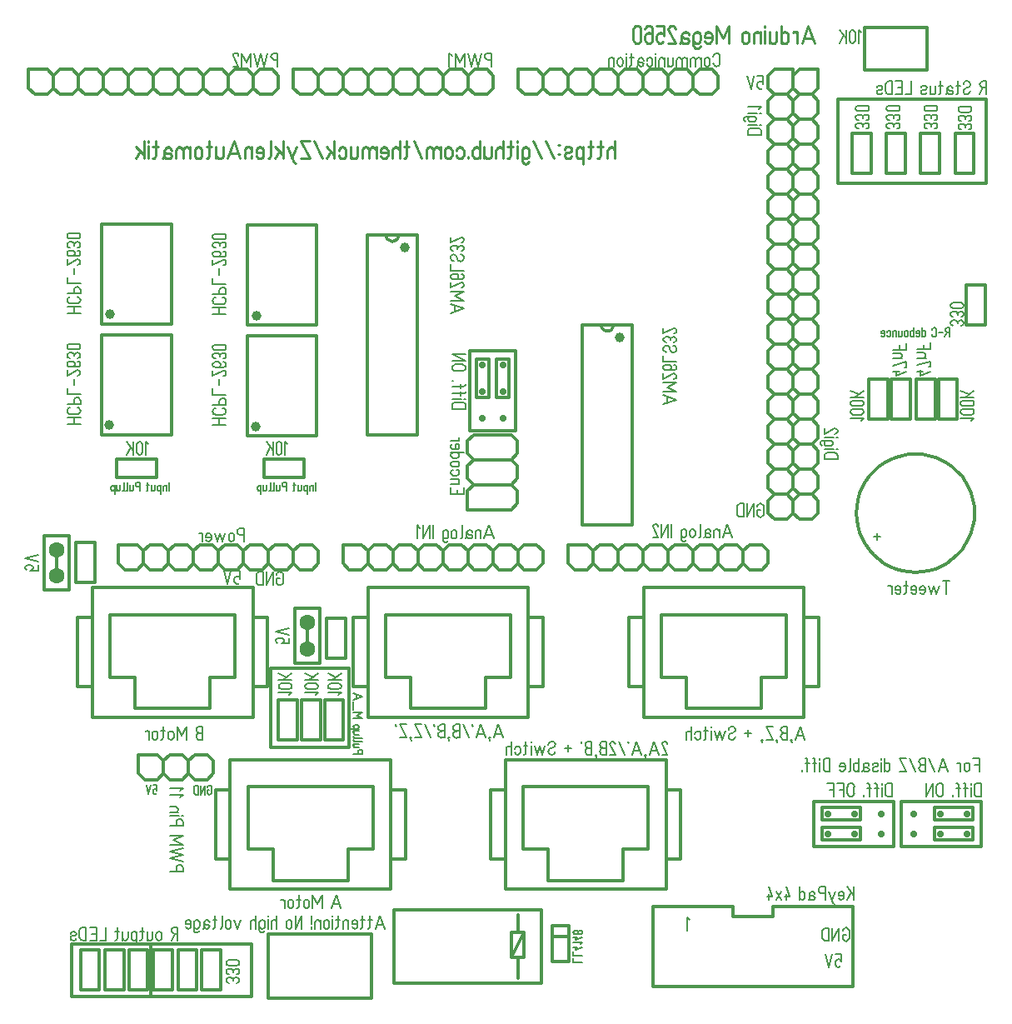
<source format=gbo>
%FSLAX35Y35*%
%MOIN*%
%IN7=Bestoeckungsdruckunten(X.GBO)*%
%ADD10C,0.00591*%
%ADD11C,0.00512*%
%ADD12C,0.00614*%
%ADD13C,0.00768*%
%ADD14C,0.00787*%
%ADD15C,0.01024*%
%ADD16C,0.01181*%
%ADD17C,0.01575*%
%ADD18C,0.01969*%
%ADD19C,0.02362*%
%ADD20C,0.02795*%
%ADD21C,0.03150*%
%ADD22C,0.03937*%
%ADD23C,0.06299*%
%ADD24C,0.12205*%
%ADD25C,0.13780*%
%ADD26C,0.14173*%
%AMR_27*21,1,0.00787,0.00787,0,0,0.000*%
%ADD27R_27*%
%AMR_28*21,1,0.01575,0.01575,0,0,0.000*%
%ADD28R_28*%
%AMR_29*21,1,0.01870,0.01870,0,0,0.000*%
%ADD29R_29*%
%AMR_30*21,1,0.01969,0.01969,0,0,0.000*%
%ADD30R_30*%
%AMR_31*21,1,0.02559,0.02559,0,0,0.000*%
%ADD31R_31*%
%AMR_32*21,1,0.03937,0.12441,0,0,180.000*%
%ADD32R_32*%
%AMR_33*21,1,0.04587,0.05433,0,0,90.000*%
%ADD33R_33*%
%AMR_34*21,1,0.05000,0.05000,0,0,0.000*%
%ADD34R_34*%
%AMR_35*21,1,0.05000,0.05000,0,0,90.000*%
%ADD35R_35*%
%AMR_36*21,1,0.05000,0.05000,0,0,270.000*%
%ADD36R_36*%
%AMR_37*21,1,0.05000,0.09843,0,0,270.000*%
%ADD37R_37*%
%AMR_38*21,1,0.05000,0.10000,0,0,90.000*%
%ADD38R_38*%
%AMR_39*21,1,0.05512,0.07087,0,0,90.000*%
%ADD39R_39*%
%AMR_40*21,1,0.12205,0.05118,0,0,90.000*%
%ADD40R_40*%
%AMR_41*21,1,0.12205,0.05118,0,0,180.000*%
%ADD41R_41*%
%AMR_42*21,1,0.19685,0.19685,0,0,0.000*%
%ADD42R_42*%
%AMOCT_43*4,1,8,0.023622,0.011811,0.011811,0.023622,-0.011811,0.023622,-0.023622,0.011811,-0.023622,-0.011811,-0.011811,-0.023622,0.011811,-0.023622,0.023622,-0.011811,0.023622,0.011811,0.000*%
%ADD43OCT_43*%
%AMOCT_44*4,1,8,0.029528,0.014764,0.014764,0.029528,-0.014764,0.029528,-0.029528,0.014764,-0.029528,-0.014764,-0.014764,-0.029528,0.014764,-0.029528,0.029528,-0.014764,0.029528,0.014764,0.000*%
%ADD44OCT_44*%
%AMOCT_45*4,1,8,0.031496,0.015748,0.015748,0.031496,-0.015748,0.031496,-0.031496,0.015748,-0.031496,-0.015748,-0.015748,-0.031496,0.015748,-0.031496,0.031496,-0.015748,0.031496,0.015748,-0.000*%
%ADD45OCT_45*%
%AMOCT_46*4,1,8,0.031496,0.015748,0.015748,0.031496,-0.015748,0.031496,-0.031496,0.015748,-0.031496,-0.015748,-0.015748,-0.031496,0.015748,-0.031496,0.031496,-0.015748,0.031496,0.015748,90.000*%
%ADD46OCT_46*%
%AMOCT_47*4,1,8,0.031496,0.015748,0.015748,0.031496,-0.015748,0.031496,-0.031496,0.015748,-0.031496,-0.015748,-0.015748,-0.031496,0.015748,-0.031496,0.031496,-0.015748,0.031496,0.015748,270.000*%
%ADD47OCT_47*%
%AMOCT_48*4,1,8,0.035433,0.017717,0.017717,0.035433,-0.017717,0.035433,-0.035433,0.017717,-0.035433,-0.017717,-0.017717,-0.035433,0.017717,-0.035433,0.035433,-0.017717,0.035433,0.017717,-0.000*%
%ADD48OCT_48*%
%AMOCT_49*4,1,8,0.035433,0.017717,0.017717,0.035433,-0.017717,0.035433,-0.035433,0.017717,-0.035433,-0.017717,-0.017717,-0.035433,0.017717,-0.035433,0.035433,-0.017717,0.035433,0.017717,180.000*%
%ADD49OCT_49*%
%AMOCT_50*4,1,8,0.035433,0.017717,0.017717,0.035433,-0.017717,0.035433,-0.035433,0.017717,-0.035433,-0.017717,-0.017717,-0.035433,0.017717,-0.035433,0.035433,-0.017717,0.035433,0.017717,270.000*%
%ADD50OCT_50*%
%AMOCT_51*4,1,8,0.037402,0.018701,0.018701,0.037402,-0.018701,0.037402,-0.037402,0.018701,-0.037402,-0.018701,-0.018701,-0.037402,0.018701,-0.037402,0.037402,-0.018701,0.037402,0.018701,180.000*%
%ADD51OCT_51*%
%AMOCT_52*4,1,8,0.039370,0.019685,0.019685,0.039370,-0.019685,0.039370,-0.039370,0.019685,-0.039370,-0.019685,-0.019685,-0.039370,0.019685,-0.039370,0.039370,-0.019685,0.039370,0.019685,0.000*%
%ADD52OCT_52*%
%AMOCT_53*4,1,8,0.041339,0.020669,0.020669,0.041339,-0.020669,0.041339,-0.041339,0.020669,-0.041339,-0.020669,-0.020669,-0.041339,0.020669,-0.041339,0.041339,-0.020669,0.041339,0.020669,180.000*%
%ADD53OCT_53*%
%AMOCT_54*4,1,8,0.051181,0.025591,0.025591,0.051181,-0.025591,0.051181,-0.051181,0.025591,-0.051181,-0.025591,-0.025591,-0.051181,0.025591,-0.051181,0.051181,-0.025591,0.051181,0.025591,180.000*%
%ADD54OCT_54*%
%AMOCT_55*4,1,8,0.063976,0.031988,0.031988,0.063976,-0.031988,0.063976,-0.063976,0.031988,-0.063976,-0.031988,-0.031988,-0.063976,0.031988,-0.063976,0.063976,-0.031988,0.063976,0.031988,180.000*%
%ADD55OCT_55*%
%AMO_56*20,1,0.03937,-0.00787,0.00000,0.00787,0.00000,0*1,1,0.03937,-0.00787,0.00000*1,1,0.03937,0.00787,0.00000*%
%ADD56O_56*%
%AMO_57*20,1,0.05000,-0.02421,0.00000,0.02421,0.00000,0*1,1,0.05000,-0.02421,0.00000*1,1,0.05000,0.02421,0.00000*%
%ADD57O_57*%
%AMO_58*20,1,0.05000,0.02500,0.00000,-0.02500,0.00000,0*1,1,0.05000,0.02500,0.00000*1,1,0.05000,-0.02500,0.00000*%
%ADD58O_58*%
%AMRR_59*21,1,0.06299,0.05039,0,0,-0.000*21,1,0.05039,0.06299,0,0,-0.000*1,1,0.01260,0.02520,0.02520*1,1,0.01260,-0.02520,-0.02520*1,1,0.01260,0.02520,-0.02520*1,1,0.01260,-0.02520,0.02520*%
%ADD59RR_59*%
%AMRR_60*21,1,0.06299,0.05039,0,0,90.000*21,1,0.05039,0.06299,0,0,90.000*1,1,0.01260,-0.02520,0.02520*1,1,0.01260,0.02520,-0.02520*1,1,0.01260,0.02520,0.02520*1,1,0.01260,-0.02520,-0.02520*%
%ADD60RR_60*%
%AMRR_61*21,1,0.06299,0.05039,0,0,270.000*21,1,0.05039,0.06299,0,0,270.000*1,1,0.01260,0.02520,-0.02520*1,1,0.01260,-0.02520,0.02520*1,1,0.01260,-0.02520,-0.02520*1,1,0.01260,0.02520,0.02520*%
%ADD61RR_61*%
G54D11*
X226895Y15994D02*
X223351Y15994D01*
X223351Y17569D01*
X226895Y18475D02*
X223351Y18475D01*
X223351Y20050D01*
X226895Y22018D02*
X224217Y20955D01*
X224217Y22372D01*
X224926Y22018D02*
X223351Y22018D01*
X226186Y23278D02*
X226895Y23987D01*
X223351Y23987D01*
X226895Y25955D02*
X224217Y24892D01*
X224217Y26309D01*
X224926Y25955D02*
X223351Y25955D01*
X224572Y28632D02*
X224060Y28632D01*
X224572Y27215D02*
X224926Y27310D01*
X225186Y27569D01*
X225280Y27924D01*
X225186Y28278D01*
X224926Y28537D01*
X224572Y28632D01*
X224060Y27215D02*
X224572Y27215D01*
X224060Y28632D02*
X223706Y28537D01*
X223446Y28278D01*
X223351Y27924D01*
X223446Y27569D01*
X223706Y27310D01*
X224060Y27215D01*
X226186Y28632D02*
X226029Y28632D01*
X226186Y27215D02*
X226540Y27310D01*
X226800Y27569D01*
X226895Y27924D01*
X226800Y28278D01*
X226540Y28537D01*
X226186Y28632D01*
X226029Y27215D02*
X226186Y27215D01*
X226029Y28632D02*
X225674Y28537D01*
X225415Y28278D01*
X225320Y27924D01*
X225415Y27569D01*
X225674Y27310D01*
X226029Y27215D01*
X135393Y99212D02*
X137165Y99212D01*
X137165Y100078D01*
X138956Y100078D02*
X138838Y100521D01*
X138513Y100845D01*
X138070Y100964D01*
X137627Y100845D01*
X137303Y100521D01*
X137185Y100078D01*
X138937Y100078D02*
X138937Y99212D01*
X137165Y99212D01*
X137716Y101889D02*
X136102Y101889D01*
X136102Y103307D02*
X135748Y103212D01*
X135488Y102952D01*
X135393Y102598D01*
X135488Y102244D01*
X135748Y101984D01*
X136102Y101889D01*
X137716Y103307D02*
X135393Y103307D01*
X138937Y104212D02*
X135905Y104212D01*
X135393Y104724D02*
X135462Y104468D01*
X135649Y104281D01*
X135905Y104212D01*
X138937Y105629D02*
X135905Y105629D01*
X135393Y106141D02*
X135462Y105885D01*
X135649Y105698D01*
X135905Y105629D01*
X137716Y107047D02*
X136102Y107047D01*
X136102Y108464D02*
X135748Y108369D01*
X135488Y108110D01*
X135393Y107755D01*
X135488Y107401D01*
X135748Y107142D01*
X136102Y107047D01*
X137716Y108464D02*
X135393Y108464D01*
X134330Y109370D02*
X137716Y109370D01*
X136102Y110787D02*
X135748Y110692D01*
X135488Y110433D01*
X135393Y110078D01*
X135488Y109724D01*
X135748Y109465D01*
X136102Y109370D01*
X136968Y110787D02*
X136102Y110787D01*
X136968Y109370D02*
X137322Y109465D01*
X137582Y109724D01*
X137677Y110078D01*
X137582Y110433D01*
X137322Y110692D01*
X136968Y110787D01*
X135393Y113385D02*
X138937Y113385D01*
X136456Y114606D01*
X138937Y115866D01*
X135393Y115866D01*
X135118Y120118D02*
X135118Y116771D01*
X135393Y121023D02*
X138937Y122244D01*
X135393Y123503D01*
X136456Y121377D02*
X136456Y123149D01*
X120127Y204399D02*
X120127Y207942D01*
X119222Y204399D02*
X119222Y206722D01*
X119222Y205974D02*
X119127Y206328D01*
X118868Y206588D01*
X118513Y206683D01*
X118159Y206588D01*
X117900Y206328D01*
X117805Y205974D01*
X117805Y204399D01*
X116899Y203336D02*
X116899Y206722D01*
X115482Y205108D02*
X115577Y204753D01*
X115836Y204494D01*
X116190Y204399D01*
X116545Y204494D01*
X116804Y204753D01*
X116899Y205108D01*
X115482Y205974D02*
X115482Y205108D01*
X116899Y205974D02*
X116804Y206328D01*
X116545Y206588D01*
X116190Y206683D01*
X115836Y206588D01*
X115577Y206328D01*
X115482Y205974D01*
X114576Y206722D02*
X114576Y205108D01*
X113159Y205108D02*
X113254Y204753D01*
X113513Y204494D01*
X113868Y204399D01*
X114222Y204494D01*
X114481Y204753D01*
X114576Y205108D01*
X113159Y206722D02*
X113159Y204399D01*
X112253Y206722D02*
X111190Y206722D01*
X111742Y207942D02*
X111742Y204911D01*
X111190Y204399D02*
X111459Y204460D01*
X111661Y204648D01*
X111742Y204911D01*
X108592Y204399D02*
X108592Y206171D01*
X107726Y206171D01*
X107726Y207962D02*
X107283Y207843D01*
X106959Y207519D01*
X106840Y207076D01*
X106959Y206633D01*
X107283Y206309D01*
X107726Y206190D01*
X107726Y207942D02*
X108592Y207942D01*
X108592Y206171D01*
X105915Y206722D02*
X105915Y205108D01*
X104498Y205108D02*
X104592Y204753D01*
X104852Y204494D01*
X105206Y204399D01*
X105561Y204494D01*
X105820Y204753D01*
X105915Y205108D01*
X104498Y206722D02*
X104498Y204399D01*
X103592Y207942D02*
X103592Y204911D01*
X103080Y204399D02*
X103336Y204468D01*
X103523Y204655D01*
X103592Y204911D01*
X102175Y207942D02*
X102175Y204911D01*
X101663Y204399D02*
X101919Y204468D01*
X102106Y204655D01*
X102175Y204911D01*
X100757Y206722D02*
X100757Y205108D01*
X99340Y205108D02*
X99435Y204753D01*
X99694Y204494D01*
X100049Y204399D01*
X100403Y204494D01*
X100662Y204753D01*
X100757Y205108D01*
X99340Y206722D02*
X99340Y204399D01*
X98435Y203336D02*
X98435Y206722D01*
X97017Y205108D02*
X97112Y204753D01*
X97372Y204494D01*
X97726Y204399D01*
X98080Y204494D01*
X98340Y204753D01*
X98435Y205108D01*
X97017Y205974D02*
X97017Y205108D01*
X98435Y205974D02*
X98340Y206328D01*
X98080Y206588D01*
X97726Y206683D01*
X97372Y206588D01*
X97112Y206328D01*
X97017Y205974D01*
X61466Y204399D02*
X61466Y207942D01*
X60561Y204399D02*
X60561Y206722D01*
X60561Y205974D02*
X60466Y206328D01*
X60206Y206588D01*
X59852Y206683D01*
X59498Y206588D01*
X59238Y206328D01*
X59143Y205974D01*
X59143Y204399D01*
X58238Y203336D02*
X58238Y206722D01*
X56820Y205108D02*
X56915Y204753D01*
X57175Y204494D01*
X57529Y204399D01*
X57883Y204494D01*
X58143Y204753D01*
X58238Y205108D01*
X56820Y205974D02*
X56820Y205108D01*
X58238Y205974D02*
X58143Y206328D01*
X57883Y206588D01*
X57529Y206683D01*
X57175Y206588D01*
X56915Y206328D01*
X56820Y205974D01*
X55915Y206722D02*
X55915Y205108D01*
X54498Y205108D02*
X54592Y204753D01*
X54852Y204494D01*
X55206Y204399D01*
X55561Y204494D01*
X55820Y204753D01*
X55915Y205108D01*
X54498Y206722D02*
X54498Y204399D01*
X53592Y206722D02*
X52529Y206722D01*
X53080Y207942D02*
X53080Y204911D01*
X52529Y204399D02*
X52797Y204460D01*
X52999Y204648D01*
X53080Y204911D01*
X49931Y204399D02*
X49931Y206171D01*
X49064Y206171D01*
X49064Y207962D02*
X48622Y207843D01*
X48297Y207519D01*
X48179Y207076D01*
X48297Y206633D01*
X48622Y206309D01*
X49064Y206190D01*
X49064Y207942D02*
X49931Y207942D01*
X49931Y206171D01*
X47253Y206722D02*
X47253Y205108D01*
X45836Y205108D02*
X45931Y204753D01*
X46190Y204494D01*
X46545Y204399D01*
X46899Y204494D01*
X47158Y204753D01*
X47253Y205108D01*
X45836Y206722D02*
X45836Y204399D01*
X44931Y207942D02*
X44931Y204911D01*
X44419Y204399D02*
X44675Y204468D01*
X44862Y204655D01*
X44931Y204911D01*
X43513Y207942D02*
X43513Y204911D01*
X43001Y204399D02*
X43257Y204468D01*
X43445Y204655D01*
X43513Y204911D01*
X42096Y206722D02*
X42096Y205108D01*
X40679Y205108D02*
X40774Y204753D01*
X41033Y204494D01*
X41387Y204399D01*
X41742Y204494D01*
X42001Y204753D01*
X42096Y205108D01*
X40679Y206722D02*
X40679Y204399D01*
X39773Y203336D02*
X39773Y206722D01*
X38356Y205108D02*
X38451Y204753D01*
X38710Y204494D01*
X39064Y204399D01*
X39419Y204494D01*
X39678Y204753D01*
X39773Y205108D01*
X38356Y205974D02*
X38356Y205108D01*
X39773Y205974D02*
X39678Y206328D01*
X39419Y206588D01*
X39064Y206683D01*
X38710Y206588D01*
X38451Y206328D01*
X38356Y205974D01*
X373868Y266210D02*
X373868Y269753D01*
X373001Y269753D01*
X373001Y269773D02*
X372559Y269654D01*
X372234Y269330D01*
X372116Y268887D01*
X372234Y268444D01*
X372559Y268120D01*
X373001Y268001D01*
X373001Y267982D02*
X373868Y267982D01*
X373001Y267982D02*
X372096Y266210D01*
X371190Y267982D02*
X369616Y267982D01*
X368730Y268887D02*
X368611Y269330D01*
X368287Y269654D01*
X367844Y269773D01*
X367401Y269654D01*
X367077Y269330D01*
X366958Y268887D01*
X368710Y268887D02*
X368710Y267076D01*
X366958Y267076D02*
X367077Y266633D01*
X367401Y266309D01*
X367844Y266190D01*
X368287Y266309D01*
X368611Y266633D01*
X368730Y267076D01*
X362923Y269753D02*
X362923Y266210D01*
X364340Y267785D02*
X364245Y268139D01*
X363986Y268399D01*
X363631Y268494D01*
X363277Y268399D01*
X363018Y268139D01*
X362923Y267785D01*
X364340Y267785D02*
X364340Y266919D01*
X362923Y266919D02*
X363018Y266564D01*
X363277Y266305D01*
X363631Y266210D01*
X363986Y266305D01*
X364245Y266564D01*
X364340Y266919D01*
X362017Y267431D02*
X360600Y267431D01*
X360600Y267785D01*
X362017Y267785D02*
X361922Y268139D01*
X361663Y268399D01*
X361309Y268494D01*
X360954Y268399D01*
X360695Y268139D01*
X360600Y267785D01*
X362017Y267785D02*
X362017Y266919D01*
X360639Y266683D02*
X360867Y266363D01*
X361230Y266214D01*
X361616Y266280D01*
X361909Y266542D01*
X362017Y266919D01*
X359694Y266210D02*
X359694Y269753D01*
X358277Y266919D02*
X358372Y266564D01*
X358631Y266305D01*
X358986Y266210D01*
X359340Y266305D01*
X359599Y266564D01*
X359694Y266919D01*
X358277Y267785D02*
X358277Y266919D01*
X359694Y267785D02*
X359599Y268139D01*
X359340Y268399D01*
X358986Y268494D01*
X358631Y268399D01*
X358372Y268139D01*
X358277Y267785D01*
X355954Y267785D02*
X355954Y266919D01*
X357372Y267785D02*
X357277Y268139D01*
X357017Y268399D01*
X356663Y268494D01*
X356309Y268399D01*
X356049Y268139D01*
X355954Y267785D01*
X357372Y266919D02*
X357372Y267785D01*
X355954Y266919D02*
X356049Y266564D01*
X356309Y266305D01*
X356663Y266210D01*
X357017Y266305D01*
X357277Y266564D01*
X357372Y266919D01*
X355049Y268533D02*
X355049Y266919D01*
X353631Y266919D02*
X353726Y266564D01*
X353986Y266305D01*
X354340Y266210D01*
X354694Y266305D01*
X354954Y266564D01*
X355049Y266919D01*
X353631Y268533D02*
X353631Y266210D01*
X352726Y266210D02*
X352726Y268533D01*
X352726Y267785D02*
X352631Y268139D01*
X352372Y268399D01*
X352017Y268494D01*
X351663Y268399D01*
X351403Y268139D01*
X351309Y267785D01*
X351309Y266210D01*
X350403Y267785D02*
X350308Y268139D01*
X350049Y268399D01*
X349694Y268494D01*
X349340Y268399D01*
X349081Y268139D01*
X348986Y267785D01*
X350403Y267785D02*
X350403Y266919D01*
X348986Y266919D02*
X349081Y266564D01*
X349340Y266305D01*
X349694Y266210D01*
X350049Y266305D01*
X350308Y266564D01*
X350403Y266919D01*
X348080Y267431D02*
X346663Y267431D01*
X346663Y267785D01*
X348080Y267785D02*
X347985Y268139D01*
X347726Y268399D01*
X347372Y268494D01*
X347017Y268399D01*
X346758Y268139D01*
X346663Y267785D01*
X348080Y267785D02*
X348080Y266919D01*
X346702Y266683D02*
X346930Y266363D01*
X347293Y266214D01*
X347679Y266280D01*
X347972Y266542D01*
X348080Y266919D01*
X78597Y85723D02*
X78478Y86166D01*
X78154Y86490D01*
X77711Y86609D01*
X77268Y86490D01*
X76944Y86166D01*
X76825Y85723D01*
X78577Y85723D02*
X78577Y83912D01*
X76825Y83912D02*
X76944Y83469D01*
X77268Y83145D01*
X77711Y83026D01*
X78154Y83145D01*
X78478Y83469D01*
X78597Y83912D01*
X76806Y83912D02*
X76806Y84817D01*
X77711Y84817D01*
X75900Y83046D02*
X75900Y86589D01*
X74128Y83046D01*
X74128Y86589D01*
X71451Y83912D02*
X71580Y83472D01*
X71911Y83155D01*
X72357Y83046D01*
X73223Y83046D01*
X73223Y86589D01*
X72357Y86589D01*
X71911Y86480D01*
X71580Y86163D01*
X71451Y85723D01*
X71451Y83912D01*
X55147Y83956D02*
X55238Y83610D01*
X55486Y83351D01*
X55829Y83247D01*
X56179Y83324D01*
X56446Y83562D01*
X55147Y83956D02*
X55147Y84665D01*
X56564Y84665D02*
X56470Y85019D01*
X56210Y85279D01*
X55856Y85374D01*
X55501Y85279D01*
X55242Y85019D01*
X55147Y84665D01*
X56564Y84665D02*
X56564Y86791D01*
X55147Y86791D01*
X54242Y86791D02*
X53375Y83248D01*
X52470Y86791D01*
G54D13*
X105043Y374350D02*
X105043Y377007D01*
X103744Y377007D01*
X103744Y379694D02*
X103235Y379593D01*
X102804Y379305D01*
X102516Y378874D01*
X102415Y378366D01*
X102516Y377857D01*
X102804Y377426D01*
X103235Y377138D01*
X103744Y377037D01*
X103744Y379665D02*
X105043Y379665D01*
X105043Y377007D01*
X101027Y379665D02*
X99728Y374350D01*
X98370Y379665D01*
X97011Y374350D01*
X95712Y379665D01*
X94354Y374350D02*
X94354Y379665D01*
X92523Y375944D01*
X90633Y379665D01*
X90633Y374350D01*
X89275Y378602D02*
X89170Y379063D01*
X88875Y379433D01*
X88449Y379638D01*
X87976Y379638D01*
X87549Y379433D01*
X87254Y379063D01*
X87149Y378602D01*
X89275Y374350D01*
X87149Y374350D01*
X294537Y349514D02*
X294031Y349402D01*
X293606Y349104D01*
X293327Y348667D01*
X293238Y348156D01*
X293238Y346857D01*
X298553Y346857D01*
X298553Y348156D01*
X298463Y348667D01*
X298184Y349104D01*
X297760Y349402D01*
X297253Y349514D01*
X294537Y349514D01*
X293238Y350873D02*
X296958Y350873D01*
X298021Y350873D02*
X298553Y350873D01*
X292706Y354357D02*
X292227Y354243D01*
X291851Y353926D01*
X291658Y353473D01*
X291689Y352981D01*
X291938Y352557D01*
X292352Y352290D01*
X292706Y354357D02*
X295600Y354357D01*
X295600Y352231D02*
X296061Y352336D01*
X296431Y352631D01*
X296636Y353057D01*
X296636Y353530D01*
X296431Y353957D01*
X296061Y354252D01*
X295600Y354357D01*
X295600Y352231D02*
X294301Y352231D01*
X294301Y354357D02*
X293839Y354252D01*
X293470Y353957D01*
X293264Y353530D01*
X293264Y353057D01*
X293470Y352631D01*
X293839Y352336D01*
X294301Y352231D01*
X293238Y355715D02*
X296958Y355715D01*
X298021Y355715D02*
X298553Y355715D01*
X297490Y357073D02*
X298553Y358136D01*
X293238Y358136D01*
X325123Y219799D02*
X324616Y219686D01*
X324192Y219389D01*
X323913Y218951D01*
X323823Y218440D01*
X323823Y217141D01*
X329138Y217141D01*
X329138Y218440D01*
X329049Y218951D01*
X328770Y219389D01*
X328345Y219686D01*
X327839Y219799D01*
X325123Y219799D01*
X323823Y221157D02*
X327544Y221157D01*
X328607Y221157D02*
X329138Y221157D01*
X323292Y224641D02*
X322813Y224527D01*
X322436Y224210D01*
X322243Y223757D01*
X322275Y223266D01*
X322524Y222841D01*
X322937Y222574D01*
X323292Y224641D02*
X326186Y224641D01*
X326186Y222515D02*
X326647Y222621D01*
X327017Y222915D01*
X327222Y223342D01*
X327222Y223815D01*
X327017Y224241D01*
X326647Y224536D01*
X326186Y224641D01*
X326186Y222515D02*
X324886Y222515D01*
X324886Y224641D02*
X324425Y224536D01*
X324055Y224241D01*
X323850Y223815D01*
X323850Y223342D01*
X324055Y222915D01*
X324425Y222621D01*
X324886Y222515D01*
X323823Y226000D02*
X327544Y226000D01*
X328607Y226000D02*
X329138Y226000D01*
X328075Y227358D02*
X328537Y227463D01*
X328906Y227758D01*
X329112Y228184D01*
X329112Y228657D01*
X328906Y229084D01*
X328537Y229378D01*
X328075Y229484D01*
X323823Y227358D01*
X323823Y229484D01*
X91598Y184192D02*
X91598Y186850D01*
X90299Y186850D01*
X90299Y189537D02*
X89790Y189436D01*
X89359Y189148D01*
X89071Y188717D01*
X88970Y188208D01*
X89071Y187700D01*
X89359Y187269D01*
X89790Y186981D01*
X90299Y186879D01*
X90299Y189507D02*
X91598Y189507D01*
X91598Y186850D01*
X85456Y186555D02*
X85456Y185255D01*
X87582Y186555D02*
X87477Y187016D01*
X87182Y187386D01*
X86756Y187591D01*
X86283Y187591D01*
X85856Y187386D01*
X85561Y187016D01*
X85456Y186555D01*
X87582Y185255D02*
X87582Y186555D01*
X85456Y185255D02*
X85561Y184794D01*
X85856Y184424D01*
X86283Y184219D01*
X86756Y184219D01*
X87182Y184424D01*
X87477Y184794D01*
X87582Y185255D01*
X84098Y187677D02*
X83035Y184192D01*
X81972Y187677D01*
X80909Y184192D01*
X79846Y187677D01*
X78488Y186023D02*
X76362Y186023D01*
X76362Y186555D01*
X78488Y186555D02*
X78382Y187016D01*
X78087Y187386D01*
X77661Y187591D01*
X77188Y187591D01*
X76762Y187386D01*
X76467Y187016D01*
X76362Y186555D01*
X78488Y186555D02*
X78488Y185255D01*
X76421Y184901D02*
X76688Y184487D01*
X77112Y184238D01*
X77604Y184207D01*
X78056Y184400D01*
X78374Y184776D01*
X78488Y185255D01*
X75003Y184192D02*
X75003Y187677D01*
X75003Y186850D02*
X74923Y187215D01*
X74684Y187504D01*
X74341Y187653D01*
X73968Y187631D01*
X73645Y187440D01*
X191455Y185442D02*
X189625Y190757D01*
X187735Y185442D01*
X190924Y187037D02*
X188266Y187037D01*
X186376Y185442D02*
X186376Y188927D01*
X186376Y187805D02*
X186271Y188266D01*
X185976Y188636D01*
X185550Y188841D01*
X185077Y188841D01*
X184651Y188636D01*
X184356Y188266D01*
X184250Y187805D01*
X184250Y185442D01*
X182892Y187805D02*
X182787Y188266D01*
X182492Y188636D01*
X182066Y188841D01*
X181593Y188841D01*
X181166Y188636D01*
X180872Y188266D01*
X180766Y187805D01*
X180888Y187410D01*
X181190Y187129D01*
X181593Y187037D01*
X182125Y187037D01*
X182125Y185413D02*
X182523Y185520D01*
X182815Y185812D01*
X182922Y186210D01*
X182815Y186609D01*
X182523Y186901D01*
X182125Y187007D01*
X182125Y185442D02*
X181593Y185442D01*
X180766Y186210D02*
X180888Y185815D01*
X181190Y185534D01*
X181593Y185442D01*
X180766Y187805D02*
X180766Y185974D01*
X180235Y185442D01*
X178876Y190757D02*
X178876Y186210D01*
X178109Y185442D02*
X178493Y185545D01*
X178774Y185826D01*
X178876Y186210D01*
X174625Y187805D02*
X174625Y186505D01*
X176750Y187805D02*
X176645Y188266D01*
X176350Y188636D01*
X175924Y188841D01*
X175451Y188841D01*
X175025Y188636D01*
X174730Y188266D01*
X174625Y187805D01*
X176750Y186505D02*
X176750Y187805D01*
X174625Y186505D02*
X174730Y186044D01*
X175025Y185674D01*
X175451Y185469D01*
X175924Y185469D01*
X176350Y185674D01*
X176645Y186044D01*
X176750Y186505D01*
X171140Y184911D02*
X171254Y184432D01*
X171571Y184055D01*
X172024Y183862D01*
X172516Y183894D01*
X172940Y184143D01*
X173207Y184557D01*
X171140Y184911D02*
X171140Y187805D01*
X173266Y187805D02*
X173161Y188266D01*
X172866Y188636D01*
X172440Y188841D01*
X171967Y188841D01*
X171540Y188636D01*
X171246Y188266D01*
X171140Y187805D01*
X173266Y187805D02*
X173266Y186505D01*
X171140Y186505D02*
X171246Y186044D01*
X171540Y185674D01*
X171967Y185469D01*
X172440Y185469D01*
X172866Y185674D01*
X173161Y186044D01*
X173266Y186505D01*
X167243Y185442D02*
X167243Y190757D01*
X165884Y185442D02*
X165884Y190757D01*
X163227Y185442D01*
X163227Y190757D01*
X161869Y189694D02*
X160806Y190757D01*
X160806Y185442D01*
X286860Y185836D02*
X285029Y191151D01*
X283139Y185836D01*
X286328Y187431D02*
X283671Y187431D01*
X281781Y185836D02*
X281781Y189320D01*
X281781Y188198D02*
X281676Y188660D01*
X281381Y189029D01*
X280955Y189235D01*
X280481Y189235D01*
X280055Y189029D01*
X279760Y188660D01*
X279655Y188198D01*
X279655Y185836D01*
X278297Y188198D02*
X278191Y188660D01*
X277897Y189029D01*
X277470Y189235D01*
X276997Y189235D01*
X276571Y189029D01*
X276276Y188660D01*
X276171Y188198D01*
X276292Y187804D01*
X276595Y187522D01*
X276998Y187431D01*
X277529Y187431D01*
X277529Y185807D02*
X277928Y185913D01*
X278219Y186205D01*
X278326Y186604D01*
X278219Y187002D01*
X277928Y187294D01*
X277529Y187401D01*
X277529Y185836D02*
X276998Y185836D01*
X276171Y186604D02*
X276292Y186209D01*
X276595Y185928D01*
X276998Y185836D01*
X276171Y188198D02*
X276171Y186368D01*
X275639Y185836D01*
X274281Y191151D02*
X274281Y186604D01*
X273513Y185836D02*
X273897Y185939D01*
X274178Y186220D01*
X274281Y186604D01*
X270029Y188198D02*
X270029Y186899D01*
X272155Y188198D02*
X272050Y188660D01*
X271755Y189029D01*
X271329Y189235D01*
X270855Y189235D01*
X270429Y189029D01*
X270134Y188660D01*
X270029Y188198D01*
X272155Y186899D02*
X272155Y188198D01*
X270029Y186899D02*
X270134Y186438D01*
X270429Y186068D01*
X270855Y185863D01*
X271329Y185863D01*
X271755Y186068D01*
X272050Y186438D01*
X272155Y186899D01*
X266545Y185305D02*
X266659Y184826D01*
X266976Y184449D01*
X267429Y184256D01*
X267920Y184287D01*
X268345Y184537D01*
X268612Y184950D01*
X266545Y185305D02*
X266545Y188198D01*
X268671Y188198D02*
X268565Y188660D01*
X268271Y189029D01*
X267844Y189235D01*
X267371Y189235D01*
X266945Y189029D01*
X266650Y188660D01*
X266545Y188198D01*
X268671Y188198D02*
X268671Y186899D01*
X266545Y186899D02*
X266650Y186438D01*
X266945Y186068D01*
X267371Y185863D01*
X267844Y185863D01*
X268271Y186068D01*
X268565Y186438D01*
X268671Y186899D01*
X262647Y185836D02*
X262647Y191151D01*
X261289Y185836D02*
X261289Y191151D01*
X258631Y185836D01*
X258631Y191151D01*
X257273Y190088D02*
X257168Y190549D01*
X256873Y190919D01*
X256447Y191124D01*
X255974Y191124D01*
X255547Y190919D01*
X255252Y190549D01*
X255147Y190088D01*
X257273Y185836D01*
X255147Y185836D01*
X282059Y378366D02*
X281957Y378874D01*
X281669Y379305D01*
X281238Y379593D01*
X280730Y379694D01*
X280221Y379593D01*
X279790Y379305D01*
X279502Y378874D01*
X279401Y378366D01*
X282029Y378366D02*
X282029Y375649D01*
X279401Y375649D02*
X279502Y375141D01*
X279790Y374710D01*
X280221Y374422D01*
X280730Y374320D01*
X281238Y374422D01*
X281669Y374710D01*
X281957Y375141D01*
X282059Y375649D01*
X275887Y376712D02*
X275887Y375413D01*
X278013Y376712D02*
X277908Y377173D01*
X277613Y377543D01*
X277187Y377748D01*
X276714Y377748D01*
X276288Y377543D01*
X275993Y377173D01*
X275887Y376712D01*
X278013Y375413D02*
X278013Y376712D01*
X275887Y375413D02*
X275993Y374952D01*
X276288Y374582D01*
X276714Y374377D01*
X277187Y374377D01*
X277613Y374582D01*
X277908Y374952D01*
X278013Y375413D01*
X274529Y374350D02*
X274529Y377834D01*
X274529Y376712D02*
X274424Y377173D01*
X274129Y377543D01*
X273703Y377748D01*
X273229Y377748D01*
X272803Y377543D01*
X272508Y377173D01*
X272403Y376712D01*
X272403Y374350D01*
X272403Y376712D02*
X272298Y377173D01*
X272003Y377543D01*
X271577Y377748D01*
X271104Y377748D01*
X270677Y377543D01*
X270382Y377173D01*
X270277Y376712D01*
X270277Y374350D01*
X268919Y374350D02*
X268919Y377834D01*
X268919Y376712D02*
X268814Y377173D01*
X268519Y377543D01*
X268092Y377748D01*
X267619Y377748D01*
X267193Y377543D01*
X266898Y377173D01*
X266793Y376712D01*
X266793Y374350D01*
X266793Y376712D02*
X266688Y377173D01*
X266393Y377543D01*
X265966Y377748D01*
X265493Y377748D01*
X265067Y377543D01*
X264772Y377173D01*
X264667Y376712D01*
X264667Y374350D01*
X263309Y377834D02*
X263309Y375413D01*
X261183Y375413D02*
X261288Y374952D01*
X261583Y374582D01*
X262009Y374377D01*
X262482Y374377D01*
X262908Y374582D01*
X263203Y374952D01*
X263309Y375413D01*
X261183Y377834D02*
X261183Y374350D01*
X259824Y374350D02*
X259824Y377834D01*
X259824Y376712D02*
X259719Y377173D01*
X259424Y377543D01*
X258998Y377748D01*
X258525Y377748D01*
X258099Y377543D01*
X257804Y377173D01*
X257698Y376712D01*
X257698Y374350D01*
X256340Y374350D02*
X256340Y378070D01*
X256340Y379133D02*
X256340Y379665D01*
X254982Y376712D02*
X254877Y377173D01*
X254582Y377543D01*
X254155Y377748D01*
X253682Y377748D01*
X253256Y377543D01*
X252961Y377173D01*
X252856Y376712D01*
X254982Y376712D02*
X254982Y375413D01*
X252856Y375413D02*
X252961Y374952D01*
X253256Y374582D01*
X253682Y374377D01*
X254155Y374377D01*
X254582Y374582D01*
X254877Y374952D01*
X254982Y375413D01*
X251498Y376712D02*
X251392Y377173D01*
X251097Y377543D01*
X250671Y377748D01*
X250198Y377748D01*
X249772Y377543D01*
X249477Y377173D01*
X249372Y376712D01*
X249493Y376317D01*
X249796Y376036D01*
X250198Y375944D01*
X250730Y375944D01*
X250730Y374320D02*
X251128Y374427D01*
X251420Y374719D01*
X251527Y375118D01*
X251420Y375516D01*
X251128Y375808D01*
X250730Y375915D01*
X250730Y374350D02*
X250198Y374350D01*
X249372Y375118D02*
X249493Y374723D01*
X249796Y374442D01*
X250198Y374350D01*
X249372Y376712D02*
X249372Y374881D01*
X248840Y374350D01*
X247482Y377834D02*
X245887Y377834D01*
X246714Y379665D02*
X246714Y375118D01*
X245887Y374350D02*
X246290Y374442D01*
X246593Y374723D01*
X246714Y375118D01*
X244529Y374350D02*
X244529Y378070D01*
X244529Y379133D02*
X244529Y379665D01*
X241045Y376712D02*
X241045Y375413D01*
X243171Y376712D02*
X243065Y377173D01*
X242771Y377543D01*
X242344Y377748D01*
X241871Y377748D01*
X241445Y377543D01*
X241150Y377173D01*
X241045Y376712D01*
X243171Y375413D02*
X243171Y376712D01*
X241045Y375413D02*
X241150Y374952D01*
X241445Y374582D01*
X241871Y374377D01*
X242344Y374377D01*
X242771Y374582D01*
X243065Y374952D01*
X243171Y375413D01*
X239687Y374350D02*
X239687Y377834D01*
X239687Y376712D02*
X239581Y377173D01*
X239286Y377543D01*
X238860Y377748D01*
X238387Y377748D01*
X237961Y377543D01*
X237666Y377173D01*
X237561Y376712D01*
X237561Y374350D01*
X190555Y374350D02*
X190555Y377007D01*
X189255Y377007D01*
X189255Y379694D02*
X188747Y379593D01*
X188316Y379305D01*
X188028Y378874D01*
X187927Y378366D01*
X188028Y377857D01*
X188316Y377426D01*
X188747Y377138D01*
X189255Y377037D01*
X189255Y379665D02*
X190555Y379665D01*
X190555Y377007D01*
X186539Y379665D02*
X185240Y374350D01*
X183881Y379665D01*
X182523Y374350D01*
X181224Y379665D01*
X179866Y374350D02*
X179866Y379665D01*
X178035Y375944D01*
X176145Y379665D01*
X176145Y374350D01*
X174787Y378602D02*
X173724Y379665D01*
X173724Y374350D01*
X337456Y351546D02*
X336995Y351441D01*
X336625Y351146D01*
X336420Y350719D01*
X336420Y350246D01*
X336625Y349820D01*
X336995Y349525D01*
X337456Y349420D01*
X338224Y351546D02*
X337456Y351546D01*
X339287Y350483D02*
X339206Y350890D01*
X338976Y351235D01*
X338631Y351465D01*
X338224Y351546D01*
X339287Y350188D02*
X339287Y350483D01*
X339287Y350188D01*
X340409Y351546D02*
X339989Y351474D01*
X339628Y351247D01*
X339382Y350899D01*
X339287Y350483D01*
X340645Y351546D02*
X340409Y351546D01*
X340645Y349420D02*
X341107Y349525D01*
X341477Y349820D01*
X341682Y350246D01*
X341682Y350719D01*
X341477Y351146D01*
X341107Y351441D01*
X340645Y351546D01*
X337456Y355030D02*
X336995Y354925D01*
X336625Y354630D01*
X336420Y354204D01*
X336420Y353731D01*
X336625Y353304D01*
X336995Y353009D01*
X337456Y352904D01*
X338224Y355030D02*
X337456Y355030D01*
X339287Y353967D02*
X339206Y354374D01*
X338976Y354719D01*
X338631Y354949D01*
X338224Y355030D01*
X339287Y353672D02*
X339287Y353967D01*
X339287Y353672D01*
X340409Y355030D02*
X339989Y354958D01*
X339628Y354731D01*
X339382Y354383D01*
X339287Y353967D01*
X340645Y355030D02*
X340409Y355030D01*
X340645Y352904D02*
X341107Y353009D01*
X341477Y353304D01*
X341682Y353731D01*
X341682Y354204D01*
X341477Y354630D01*
X341107Y354925D01*
X340645Y355030D01*
X340645Y358514D02*
X337456Y358514D01*
X340645Y356388D02*
X341107Y356494D01*
X341477Y356789D01*
X341682Y357215D01*
X341682Y357688D01*
X341477Y358114D01*
X341107Y358409D01*
X340645Y358514D01*
X337456Y356388D02*
X340645Y356388D01*
X337456Y358514D02*
X336995Y358409D01*
X336625Y358114D01*
X336420Y357688D01*
X336420Y357215D01*
X336625Y356789D01*
X336995Y356494D01*
X337456Y356388D01*
X349789Y351546D02*
X349328Y351441D01*
X348958Y351146D01*
X348753Y350719D01*
X348753Y350246D01*
X348958Y349820D01*
X349328Y349525D01*
X349789Y349420D01*
X350557Y351546D02*
X349789Y351546D01*
X351620Y350483D02*
X351539Y350890D01*
X351309Y351235D01*
X350964Y351465D01*
X350557Y351546D01*
X351620Y350188D02*
X351620Y350483D01*
X351620Y350188D01*
X352742Y351546D02*
X352322Y351474D01*
X351961Y351247D01*
X351714Y350899D01*
X351620Y350483D01*
X352978Y351546D02*
X352742Y351546D01*
X352978Y349420D02*
X353439Y349525D01*
X353809Y349820D01*
X354014Y350246D01*
X354014Y350719D01*
X353809Y351146D01*
X353439Y351441D01*
X352978Y351546D01*
X349789Y355030D02*
X349328Y354925D01*
X348958Y354630D01*
X348753Y354204D01*
X348753Y353731D01*
X348958Y353304D01*
X349328Y353009D01*
X349789Y352904D01*
X350557Y355030D02*
X349789Y355030D01*
X351620Y353967D02*
X351539Y354374D01*
X351309Y354719D01*
X350964Y354949D01*
X350557Y355030D01*
X351620Y353672D02*
X351620Y353967D01*
X351620Y353672D01*
X352742Y355030D02*
X352322Y354958D01*
X351961Y354731D01*
X351714Y354383D01*
X351620Y353967D01*
X352978Y355030D02*
X352742Y355030D01*
X352978Y352904D02*
X353439Y353009D01*
X353809Y353304D01*
X354014Y353731D01*
X354014Y354204D01*
X353809Y354630D01*
X353439Y354925D01*
X352978Y355030D01*
X352978Y358514D02*
X349789Y358514D01*
X352978Y356388D02*
X353439Y356494D01*
X353809Y356789D01*
X354014Y357215D01*
X354014Y357688D01*
X353809Y358114D01*
X353439Y358409D01*
X352978Y358514D01*
X349789Y356388D02*
X352978Y356388D01*
X349789Y358514D02*
X349328Y358409D01*
X348958Y358114D01*
X348753Y357688D01*
X348753Y357215D01*
X348958Y356789D01*
X349328Y356494D01*
X349789Y356388D01*
X364819Y351546D02*
X364357Y351441D01*
X363988Y351146D01*
X363782Y350719D01*
X363782Y350246D01*
X363988Y349820D01*
X364357Y349525D01*
X364819Y349420D01*
X365586Y351546D02*
X364819Y351546D01*
X366649Y350483D02*
X366568Y350890D01*
X366338Y351235D01*
X365993Y351465D01*
X365586Y351546D01*
X366649Y350188D02*
X366649Y350483D01*
X366649Y350188D01*
X367771Y351546D02*
X367351Y351474D01*
X366990Y351247D01*
X366744Y350899D01*
X366649Y350483D01*
X368008Y351546D02*
X367771Y351546D01*
X368008Y349420D02*
X368469Y349525D01*
X368839Y349820D01*
X369044Y350246D01*
X369044Y350719D01*
X368839Y351146D01*
X368469Y351441D01*
X368008Y351546D01*
X364819Y355030D02*
X364357Y354925D01*
X363988Y354630D01*
X363782Y354204D01*
X363782Y353731D01*
X363988Y353304D01*
X364357Y353009D01*
X364819Y352904D01*
X365586Y355030D02*
X364819Y355030D01*
X366649Y353967D02*
X366568Y354374D01*
X366338Y354719D01*
X365993Y354949D01*
X365586Y355030D01*
X366649Y353672D02*
X366649Y353967D01*
X366649Y353672D01*
X367771Y355030D02*
X367351Y354958D01*
X366990Y354731D01*
X366744Y354383D01*
X366649Y353967D01*
X368008Y355030D02*
X367771Y355030D01*
X368008Y352904D02*
X368469Y353009D01*
X368839Y353304D01*
X369044Y353731D01*
X369044Y354204D01*
X368839Y354630D01*
X368469Y354925D01*
X368008Y355030D01*
X368008Y358514D02*
X364819Y358514D01*
X368008Y356388D02*
X368469Y356494D01*
X368839Y356789D01*
X369044Y357215D01*
X369044Y357688D01*
X368839Y358114D01*
X368469Y358409D01*
X368008Y358514D01*
X364819Y356388D02*
X368008Y356388D01*
X364819Y358514D02*
X364357Y358409D01*
X363988Y358114D01*
X363782Y357688D01*
X363782Y357215D01*
X363988Y356789D01*
X364357Y356494D01*
X364819Y356388D01*
X378505Y351187D02*
X378044Y351081D01*
X377674Y350786D01*
X377468Y350360D01*
X377468Y349887D01*
X377674Y349461D01*
X378044Y349166D01*
X378505Y349061D01*
X379272Y351187D02*
X378505Y351187D01*
X380335Y350124D02*
X380255Y350530D01*
X380024Y350875D01*
X379679Y351106D01*
X379272Y351187D01*
X380335Y349828D02*
X380335Y350124D01*
X380335Y349828D01*
X381457Y351187D02*
X381037Y351115D01*
X380676Y350888D01*
X380430Y350540D01*
X380335Y350124D01*
X381694Y351187D02*
X381457Y351187D01*
X381694Y349061D02*
X382155Y349166D01*
X382525Y349461D01*
X382730Y349887D01*
X382730Y350360D01*
X382525Y350786D01*
X382155Y351081D01*
X381694Y351187D01*
X378505Y354671D02*
X378044Y354566D01*
X377674Y354271D01*
X377468Y353844D01*
X377468Y353371D01*
X377674Y352945D01*
X378044Y352650D01*
X378505Y352545D01*
X379272Y354671D02*
X378505Y354671D01*
X380335Y353608D02*
X380255Y354015D01*
X380024Y354360D01*
X379679Y354590D01*
X379272Y354671D01*
X380335Y353313D02*
X380335Y353608D01*
X380335Y353313D01*
X381457Y354671D02*
X381037Y354599D01*
X380676Y354372D01*
X380430Y354024D01*
X380335Y353608D01*
X381694Y354671D02*
X381457Y354671D01*
X381694Y352545D02*
X382155Y352650D01*
X382525Y352945D01*
X382730Y353371D01*
X382730Y353844D01*
X382525Y354271D01*
X382155Y354566D01*
X381694Y354671D01*
X381694Y358155D02*
X378505Y358155D01*
X381694Y356029D02*
X382155Y356134D01*
X382525Y356429D01*
X382730Y356856D01*
X382730Y357329D01*
X382525Y357755D01*
X382155Y358050D01*
X381694Y358155D01*
X378505Y356029D02*
X381694Y356029D01*
X378505Y358155D02*
X378044Y358050D01*
X377674Y357755D01*
X377468Y357329D01*
X377468Y356856D01*
X377674Y356429D01*
X378044Y356134D01*
X378505Y356029D01*
X375289Y272774D02*
X374827Y272669D01*
X374457Y272374D01*
X374252Y271948D01*
X374252Y271474D01*
X374457Y271048D01*
X374827Y270753D01*
X375289Y270648D01*
X376056Y272774D02*
X375289Y272774D01*
X377119Y271711D02*
X377038Y272118D01*
X376808Y272463D01*
X376463Y272693D01*
X376056Y272774D01*
X377119Y271416D02*
X377119Y271711D01*
X377119Y271416D01*
X378241Y272774D02*
X377821Y272702D01*
X377460Y272475D01*
X377214Y272127D01*
X377119Y271711D01*
X378478Y272774D02*
X378241Y272774D01*
X378478Y270648D02*
X378939Y270753D01*
X379309Y271048D01*
X379514Y271474D01*
X379514Y271948D01*
X379309Y272374D01*
X378939Y272669D01*
X378478Y272774D01*
X375289Y276258D02*
X374827Y276153D01*
X374457Y275858D01*
X374252Y275432D01*
X374252Y274959D01*
X374457Y274532D01*
X374827Y274237D01*
X375289Y274132D01*
X376056Y276258D02*
X375289Y276258D01*
X377119Y275195D02*
X377038Y275602D01*
X376808Y275947D01*
X376463Y276177D01*
X376056Y276258D01*
X377119Y274900D02*
X377119Y275195D01*
X377119Y274900D01*
X378241Y276258D02*
X377821Y276186D01*
X377460Y275959D01*
X377214Y275611D01*
X377119Y275195D01*
X378478Y276258D02*
X378241Y276258D01*
X378478Y274132D02*
X378939Y274237D01*
X379309Y274532D01*
X379514Y274959D01*
X379514Y275432D01*
X379309Y275858D01*
X378939Y276153D01*
X378478Y276258D01*
X378478Y279742D02*
X375289Y279742D01*
X378478Y277616D02*
X378939Y277722D01*
X379309Y278017D01*
X379514Y278443D01*
X379514Y278916D01*
X379309Y279342D01*
X378939Y279637D01*
X378478Y279742D01*
X375289Y277616D02*
X378478Y277616D01*
X375289Y279742D02*
X374827Y279637D01*
X374457Y279342D01*
X374252Y278916D01*
X374252Y278443D01*
X374457Y278017D01*
X374827Y277722D01*
X375289Y277616D01*
X174207Y275565D02*
X179522Y277396D01*
X174207Y279286D01*
X175802Y276097D02*
X175802Y278754D01*
X174207Y280644D02*
X179522Y280644D01*
X175802Y282475D01*
X179522Y284365D01*
X174207Y284365D01*
X178459Y285723D02*
X178920Y285828D01*
X179290Y286123D01*
X179495Y286549D01*
X179495Y287022D01*
X179290Y287449D01*
X178920Y287744D01*
X178459Y287849D01*
X174207Y285723D01*
X174207Y287849D01*
X178459Y289207D02*
X178920Y289312D01*
X179290Y289607D01*
X179495Y290034D01*
X179495Y290507D01*
X179290Y290933D01*
X178920Y291228D01*
X178459Y291333D01*
X178459Y289207D02*
X175270Y289207D01*
X175270Y291333D02*
X174809Y291228D01*
X174439Y290933D01*
X174234Y290507D01*
X174234Y290034D01*
X174439Y289607D01*
X174809Y289312D01*
X175270Y289207D01*
X175270Y291333D02*
X176333Y291333D01*
X176333Y289207D02*
X176794Y289312D01*
X177164Y289607D01*
X177370Y290034D01*
X177370Y290507D01*
X177164Y290933D01*
X176794Y291228D01*
X176333Y291333D01*
X179522Y292691D02*
X174207Y292691D01*
X174207Y295054D01*
X176865Y297711D02*
X176987Y297147D01*
X177333Y296685D01*
X177840Y296408D01*
X178416Y296367D01*
X178957Y296568D01*
X179366Y296977D01*
X179567Y297518D01*
X179526Y298094D01*
X179249Y298601D01*
X178787Y298947D01*
X178223Y299069D01*
X176865Y297711D02*
X176757Y298266D01*
X176428Y298725D01*
X175939Y299007D01*
X175376Y299059D01*
X174843Y298874D01*
X174435Y298483D01*
X174226Y297959D01*
X174253Y297395D01*
X174513Y296893D01*
X174957Y296544D01*
X175506Y296412D01*
X175270Y302554D02*
X174809Y302448D01*
X174439Y302153D01*
X174234Y301727D01*
X174234Y301254D01*
X174439Y300828D01*
X174809Y300533D01*
X175270Y300428D01*
X176038Y302554D02*
X175270Y302554D01*
X177101Y301491D02*
X177020Y301897D01*
X176790Y302242D01*
X176445Y302473D01*
X176038Y302554D01*
X177101Y301195D02*
X177101Y301491D01*
X177101Y301195D01*
X178223Y302554D02*
X177803Y302482D01*
X177442Y302255D01*
X177195Y301907D01*
X177101Y301491D01*
X178459Y302554D02*
X178223Y302554D01*
X178459Y300428D02*
X178920Y300533D01*
X179290Y300828D01*
X179495Y301254D01*
X179495Y301727D01*
X179290Y302153D01*
X178920Y302448D01*
X178459Y302554D01*
X178459Y303912D02*
X178920Y304017D01*
X179290Y304312D01*
X179495Y304738D01*
X179495Y305211D01*
X179290Y305638D01*
X178920Y305933D01*
X178459Y306038D01*
X174207Y303912D01*
X174207Y306038D01*
X109016Y223094D02*
X107953Y224157D01*
X107953Y218842D01*
X104469Y223094D02*
X104469Y219905D01*
X106595Y223094D02*
X106490Y223555D01*
X106195Y223925D01*
X105769Y224130D01*
X105296Y224130D01*
X104869Y223925D01*
X104574Y223555D01*
X104469Y223094D01*
X106595Y219905D02*
X106595Y223094D01*
X104469Y219905D02*
X104574Y219443D01*
X104869Y219074D01*
X105296Y218868D01*
X105769Y218868D01*
X106195Y219074D01*
X106490Y219443D01*
X106595Y219905D01*
X103111Y218842D02*
X103111Y224157D01*
X103111Y220672D02*
X100453Y224157D01*
X102048Y222031D02*
X100453Y218842D01*
X79070Y230982D02*
X81728Y230982D01*
X81728Y233639D01*
X81728Y230982D02*
X84385Y230982D01*
X84385Y233639D02*
X79070Y233639D01*
X83086Y234968D02*
X83595Y235069D01*
X84026Y235357D01*
X84314Y235788D01*
X84415Y236297D01*
X84314Y236805D01*
X84026Y237236D01*
X83595Y237524D01*
X83086Y237625D01*
X83086Y234998D02*
X80370Y234998D01*
X80370Y237625D02*
X79861Y237524D01*
X79430Y237236D01*
X79142Y236805D01*
X79041Y236297D01*
X79142Y235788D01*
X79430Y235357D01*
X79861Y235069D01*
X80370Y234968D01*
X79070Y239013D02*
X81728Y239013D01*
X81728Y240312D01*
X84415Y240312D02*
X84314Y240821D01*
X84026Y241252D01*
X83595Y241540D01*
X83086Y241641D01*
X82578Y241540D01*
X82147Y241252D01*
X81859Y240821D01*
X81757Y240312D01*
X84385Y240312D02*
X84385Y239013D01*
X81728Y239013D01*
X84385Y243029D02*
X79070Y243029D01*
X79070Y245391D01*
X81728Y246750D02*
X81728Y249112D01*
X83322Y250470D02*
X83784Y250575D01*
X84153Y250870D01*
X84359Y251296D01*
X84359Y251770D01*
X84153Y252196D01*
X83784Y252491D01*
X83322Y252596D01*
X79070Y250470D01*
X79070Y252596D01*
X83322Y253954D02*
X83784Y254059D01*
X84153Y254354D01*
X84359Y254781D01*
X84359Y255254D01*
X84153Y255680D01*
X83784Y255975D01*
X83322Y256080D01*
X83322Y253954D02*
X80133Y253954D01*
X80133Y256080D02*
X79672Y255975D01*
X79302Y255680D01*
X79097Y255254D01*
X79097Y254781D01*
X79302Y254354D01*
X79672Y254059D01*
X80133Y253954D01*
X80133Y256080D02*
X81196Y256080D01*
X81196Y253954D02*
X81658Y254059D01*
X82027Y254354D01*
X82233Y254781D01*
X82233Y255254D01*
X82027Y255680D01*
X81658Y255975D01*
X81196Y256080D01*
X80133Y259564D02*
X79672Y259459D01*
X79302Y259164D01*
X79097Y258738D01*
X79097Y258265D01*
X79302Y257839D01*
X79672Y257544D01*
X80133Y257438D01*
X80901Y259564D02*
X80133Y259564D01*
X81964Y258501D02*
X81883Y258908D01*
X81653Y259253D01*
X81308Y259484D01*
X80901Y259564D01*
X81964Y258206D02*
X81964Y258501D01*
X81964Y258206D01*
X83086Y259564D02*
X82666Y259493D01*
X82305Y259265D01*
X82058Y258917D01*
X81964Y258501D01*
X83322Y259564D02*
X83086Y259564D01*
X83322Y257438D02*
X83784Y257544D01*
X84153Y257839D01*
X84359Y258265D01*
X84359Y258738D01*
X84153Y259164D01*
X83784Y259459D01*
X83322Y259564D01*
X83322Y263049D02*
X80133Y263049D01*
X83322Y260923D02*
X83784Y261028D01*
X84153Y261323D01*
X84359Y261749D01*
X84359Y262222D01*
X84153Y262648D01*
X83784Y262943D01*
X83322Y263049D01*
X80133Y260923D02*
X83322Y260923D01*
X80133Y263049D02*
X79672Y262943D01*
X79302Y262648D01*
X79097Y262222D01*
X79097Y261749D01*
X79302Y261323D01*
X79672Y261028D01*
X80133Y260923D01*
X79070Y275273D02*
X81728Y275273D01*
X81728Y277931D01*
X81728Y275273D02*
X84385Y275273D01*
X84385Y277931D02*
X79070Y277931D01*
X83086Y279259D02*
X83595Y279360D01*
X84026Y279649D01*
X84314Y280080D01*
X84415Y280588D01*
X84314Y281097D01*
X84026Y281528D01*
X83595Y281816D01*
X83086Y281917D01*
X83086Y279289D02*
X80370Y279289D01*
X80370Y281917D02*
X79861Y281816D01*
X79430Y281528D01*
X79142Y281097D01*
X79041Y280588D01*
X79142Y280080D01*
X79430Y279649D01*
X79861Y279360D01*
X80370Y279259D01*
X79070Y283305D02*
X81728Y283305D01*
X81728Y284604D01*
X84415Y284604D02*
X84314Y285112D01*
X84026Y285543D01*
X83595Y285831D01*
X83086Y285933D01*
X82578Y285831D01*
X82147Y285543D01*
X81859Y285112D01*
X81757Y284604D01*
X84385Y284604D02*
X84385Y283305D01*
X81728Y283305D01*
X84385Y287320D02*
X79070Y287320D01*
X79070Y289683D01*
X81728Y291041D02*
X81728Y293403D01*
X83322Y294761D02*
X83784Y294867D01*
X84153Y295162D01*
X84359Y295588D01*
X84359Y296061D01*
X84153Y296487D01*
X83784Y296782D01*
X83322Y296887D01*
X79070Y294761D01*
X79070Y296887D01*
X83322Y298246D02*
X83784Y298351D01*
X84153Y298646D01*
X84359Y299072D01*
X84359Y299545D01*
X84153Y299971D01*
X83784Y300266D01*
X83322Y300372D01*
X83322Y298246D02*
X80133Y298246D01*
X80133Y300372D02*
X79672Y300266D01*
X79302Y299971D01*
X79097Y299545D01*
X79097Y299072D01*
X79302Y298646D01*
X79672Y298351D01*
X80133Y298246D01*
X80133Y300372D02*
X81196Y300372D01*
X81196Y298246D02*
X81658Y298351D01*
X82027Y298646D01*
X82233Y299072D01*
X82233Y299545D01*
X82027Y299971D01*
X81658Y300266D01*
X81196Y300372D01*
X80133Y303856D02*
X79672Y303751D01*
X79302Y303456D01*
X79097Y303029D01*
X79097Y302556D01*
X79302Y302130D01*
X79672Y301835D01*
X80133Y301730D01*
X80901Y303856D02*
X80133Y303856D01*
X81964Y302793D02*
X81883Y303200D01*
X81653Y303544D01*
X81308Y303775D01*
X80901Y303856D01*
X81964Y302498D02*
X81964Y302793D01*
X81964Y302498D01*
X83086Y303856D02*
X82666Y303784D01*
X82305Y303557D01*
X82058Y303209D01*
X81964Y302793D01*
X83322Y303856D02*
X83086Y303856D01*
X83322Y301730D02*
X83784Y301835D01*
X84153Y302130D01*
X84359Y302556D01*
X84359Y303029D01*
X84153Y303456D01*
X83784Y303751D01*
X83322Y303856D01*
X83322Y307340D02*
X80133Y307340D01*
X83322Y305214D02*
X83784Y305319D01*
X84153Y305614D01*
X84359Y306041D01*
X84359Y306514D01*
X84153Y306940D01*
X83784Y307235D01*
X83322Y307340D01*
X80133Y305214D02*
X83322Y305214D01*
X80133Y307340D02*
X79672Y307235D01*
X79302Y306940D01*
X79097Y306514D01*
X79097Y306041D01*
X79302Y305614D01*
X79672Y305319D01*
X80133Y305214D01*
X109671Y122865D02*
X110734Y123928D01*
X105419Y123928D01*
X109671Y127412D02*
X106482Y127412D01*
X109671Y125286D02*
X110132Y125391D01*
X110502Y125686D01*
X110707Y126113D01*
X110707Y126586D01*
X110502Y127012D01*
X110132Y127307D01*
X109671Y127412D01*
X106482Y125286D02*
X109671Y125286D01*
X106482Y127412D02*
X106021Y127307D01*
X105651Y127012D01*
X105446Y126586D01*
X105446Y126113D01*
X105651Y125686D01*
X106021Y125391D01*
X106482Y125286D01*
X105419Y128770D02*
X110734Y128770D01*
X107250Y128770D02*
X110734Y131428D01*
X108608Y129833D02*
X105419Y131428D01*
X120173Y122865D02*
X121236Y123928D01*
X115921Y123928D01*
X120173Y127412D02*
X116984Y127412D01*
X120173Y125286D02*
X120634Y125391D01*
X121004Y125686D01*
X121209Y126113D01*
X121209Y126586D01*
X121004Y127012D01*
X120634Y127307D01*
X120173Y127412D01*
X116984Y125286D02*
X120173Y125286D01*
X116984Y127412D02*
X116523Y127307D01*
X116153Y127012D01*
X115948Y126586D01*
X115948Y126113D01*
X116153Y125686D01*
X116523Y125391D01*
X116984Y125286D01*
X115921Y128770D02*
X121236Y128770D01*
X117752Y128770D02*
X121236Y131428D01*
X119110Y129833D02*
X115921Y131428D01*
X129425Y122865D02*
X130488Y123928D01*
X125173Y123928D01*
X129425Y127412D02*
X126236Y127412D01*
X129425Y125286D02*
X129886Y125391D01*
X130256Y125686D01*
X130461Y126113D01*
X130461Y126586D01*
X130256Y127012D01*
X129886Y127307D01*
X129425Y127412D01*
X126236Y125286D02*
X129425Y125286D01*
X126236Y127412D02*
X125775Y127307D01*
X125405Y127012D01*
X125200Y126586D01*
X125200Y126113D01*
X125405Y125686D01*
X125775Y125391D01*
X126236Y125286D01*
X125173Y128770D02*
X130488Y128770D01*
X127004Y128770D02*
X130488Y131428D01*
X128362Y129833D02*
X125173Y131428D01*
X373809Y168459D02*
X371151Y168459D01*
X372509Y168459D02*
X372509Y163144D01*
X369793Y166628D02*
X368730Y163144D01*
X367667Y166628D01*
X366604Y163144D01*
X365541Y166628D01*
X364183Y164975D02*
X362057Y164975D01*
X362057Y165506D01*
X364183Y165506D02*
X364077Y165968D01*
X363782Y166337D01*
X363356Y166543D01*
X362883Y166543D01*
X362457Y166337D01*
X362162Y165968D01*
X362057Y165506D01*
X364183Y165506D02*
X364183Y164207D01*
X362116Y163853D02*
X362383Y163439D01*
X362807Y163190D01*
X363299Y163159D01*
X363751Y163352D01*
X364069Y163728D01*
X364183Y164207D01*
X360698Y164975D02*
X358572Y164975D01*
X358572Y165506D01*
X360698Y165506D02*
X360593Y165968D01*
X360298Y166337D01*
X359872Y166543D01*
X359399Y166543D01*
X358973Y166337D01*
X358678Y165968D01*
X358572Y165506D01*
X360698Y165506D02*
X360698Y164207D01*
X358631Y163853D02*
X358898Y163439D01*
X359323Y163190D01*
X359814Y163159D01*
X360267Y163352D01*
X360584Y163728D01*
X360698Y164207D01*
X357214Y166628D02*
X355620Y166628D01*
X356446Y168459D02*
X356446Y163912D01*
X355620Y163144D02*
X356022Y163236D01*
X356325Y163517D01*
X356446Y163912D01*
X354261Y164975D02*
X352135Y164975D01*
X352135Y165506D01*
X354261Y165506D02*
X354156Y165968D01*
X353861Y166337D01*
X353435Y166543D01*
X352962Y166543D01*
X352536Y166337D01*
X352241Y165968D01*
X352135Y165506D01*
X354261Y165506D02*
X354261Y164207D01*
X352194Y163853D02*
X352461Y163439D01*
X352886Y163190D01*
X353377Y163159D01*
X353830Y163352D01*
X354147Y163728D01*
X354261Y164207D01*
X350777Y163144D02*
X350777Y166628D01*
X350777Y165802D02*
X350696Y166167D01*
X350458Y166456D01*
X350115Y166605D01*
X349741Y166582D01*
X349419Y166392D01*
X366337Y252306D02*
X362321Y250712D01*
X362321Y252838D01*
X363384Y252306D02*
X361022Y252306D01*
X365569Y254196D02*
X366337Y254196D01*
X366337Y256322D01*
X361022Y254728D01*
X361022Y257680D02*
X364506Y257680D01*
X363384Y257680D02*
X363845Y257786D01*
X364215Y258081D01*
X364420Y258507D01*
X364420Y258980D01*
X364215Y259406D01*
X363845Y259701D01*
X363384Y259806D01*
X361022Y259806D01*
X366337Y263822D02*
X366337Y261165D01*
X363679Y261165D01*
X363679Y262995D01*
X363679Y261165D02*
X361022Y261165D01*
X356726Y252144D02*
X352710Y250550D01*
X352710Y252676D01*
X353773Y252144D02*
X351411Y252144D01*
X355958Y254034D02*
X356726Y254034D01*
X356726Y256160D01*
X351411Y254565D01*
X351411Y257518D02*
X354895Y257518D01*
X353773Y257518D02*
X354234Y257623D01*
X354604Y257918D01*
X354809Y258345D01*
X354809Y258818D01*
X354604Y259244D01*
X354234Y259539D01*
X353773Y259644D01*
X351411Y259644D01*
X356726Y263660D02*
X356726Y261002D01*
X354068Y261002D01*
X354068Y262833D01*
X354068Y261002D02*
X351411Y261002D01*
X382644Y232619D02*
X383706Y233682D01*
X378392Y233682D01*
X382644Y237166D02*
X379455Y237166D01*
X382644Y235040D02*
X383105Y235145D01*
X383475Y235440D01*
X383680Y235866D01*
X383680Y236340D01*
X383475Y236766D01*
X383105Y237061D01*
X382644Y237166D01*
X379455Y235040D02*
X382644Y235040D01*
X379455Y237166D02*
X378993Y237061D01*
X378623Y236766D01*
X378418Y236340D01*
X378418Y235866D01*
X378623Y235440D01*
X378993Y235145D01*
X379455Y235040D01*
X382644Y240650D02*
X379455Y240650D01*
X382644Y238524D02*
X383105Y238630D01*
X383475Y238924D01*
X383680Y239351D01*
X383680Y239824D01*
X383475Y240250D01*
X383105Y240545D01*
X382644Y240650D01*
X379455Y238524D02*
X382644Y238524D01*
X379455Y240650D02*
X378993Y240545D01*
X378623Y240250D01*
X378418Y239824D01*
X378418Y239351D01*
X378623Y238924D01*
X378993Y238630D01*
X379455Y238524D01*
X378392Y242009D02*
X383706Y242009D01*
X380222Y242009D02*
X383706Y244666D01*
X381581Y243071D02*
X378392Y244666D01*
X338515Y232619D02*
X339578Y233682D01*
X334263Y233682D01*
X338515Y237166D02*
X335326Y237166D01*
X338515Y235040D02*
X338976Y235145D01*
X339346Y235440D01*
X339551Y235866D01*
X339551Y236340D01*
X339346Y236766D01*
X338976Y237061D01*
X338515Y237166D01*
X335326Y235040D02*
X338515Y235040D01*
X335326Y237166D02*
X334864Y237061D01*
X334495Y236766D01*
X334289Y236340D01*
X334289Y235866D01*
X334495Y235440D01*
X334864Y235145D01*
X335326Y235040D01*
X338515Y240650D02*
X335326Y240650D01*
X338515Y238524D02*
X338976Y238630D01*
X339346Y238924D01*
X339551Y239351D01*
X339551Y239824D01*
X339346Y240250D01*
X338976Y240545D01*
X338515Y240650D01*
X335326Y238524D02*
X338515Y238524D01*
X335326Y240650D02*
X334864Y240545D01*
X334495Y240250D01*
X334289Y239824D01*
X334289Y239351D01*
X334495Y238924D01*
X334864Y238630D01*
X335326Y238524D01*
X334263Y242009D02*
X339578Y242009D01*
X336093Y242009D02*
X339578Y244666D01*
X337452Y243071D02*
X334263Y244666D01*
X179596Y205866D02*
X179596Y203208D01*
X176938Y203208D01*
X176938Y205039D01*
X176938Y203208D02*
X174281Y203208D01*
X174281Y205866D01*
X174281Y207224D02*
X177765Y207224D01*
X176643Y207224D02*
X177104Y207329D01*
X177474Y207624D01*
X177680Y208050D01*
X177680Y208523D01*
X177474Y208950D01*
X177104Y209245D01*
X176643Y209350D01*
X174281Y209350D01*
X176643Y210708D02*
X177104Y210813D01*
X177474Y211108D01*
X177680Y211535D01*
X177680Y212008D01*
X177474Y212434D01*
X177104Y212729D01*
X176643Y212834D01*
X176643Y210708D02*
X175344Y210708D01*
X175344Y212834D02*
X174883Y212729D01*
X174513Y212434D01*
X174308Y212008D01*
X174308Y211535D01*
X174513Y211108D01*
X174883Y210813D01*
X175344Y210708D01*
X176643Y216318D02*
X175344Y216318D01*
X176643Y214192D02*
X177104Y214298D01*
X177474Y214593D01*
X177680Y215019D01*
X177680Y215492D01*
X177474Y215918D01*
X177104Y216213D01*
X176643Y216318D01*
X175344Y214192D02*
X176643Y214192D01*
X175344Y216318D02*
X174883Y216213D01*
X174513Y215918D01*
X174308Y215492D01*
X174308Y215019D01*
X174513Y214593D01*
X174883Y214298D01*
X175344Y214192D01*
X179596Y219803D02*
X174281Y219803D01*
X176643Y217677D02*
X177104Y217782D01*
X177474Y218077D01*
X177680Y218503D01*
X177680Y218976D01*
X177474Y219402D01*
X177104Y219697D01*
X176643Y219803D01*
X176643Y217677D02*
X175344Y217677D01*
X175344Y219803D02*
X174883Y219697D01*
X174513Y219402D01*
X174308Y218976D01*
X174308Y218503D01*
X174513Y218077D01*
X174883Y217782D01*
X175344Y217677D01*
X176112Y221161D02*
X176112Y223287D01*
X176643Y223287D01*
X176643Y221161D02*
X177104Y221266D01*
X177474Y221561D01*
X177680Y221987D01*
X177680Y222460D01*
X177474Y222887D01*
X177104Y223182D01*
X176643Y223287D01*
X176643Y221161D02*
X175344Y221161D01*
X174990Y223228D02*
X174576Y222961D01*
X174327Y222536D01*
X174295Y222045D01*
X174489Y221592D01*
X174865Y221275D01*
X175344Y221161D01*
X174281Y224645D02*
X177765Y224645D01*
X176938Y224645D02*
X177304Y224726D01*
X177593Y224964D01*
X177742Y225307D01*
X177719Y225681D01*
X177529Y226003D01*
X338572Y387839D02*
X337509Y388902D01*
X337509Y383587D01*
X334025Y387839D02*
X334025Y384650D01*
X336151Y387839D02*
X336046Y388300D01*
X335751Y388670D01*
X335325Y388875D01*
X334852Y388875D01*
X334425Y388670D01*
X334130Y388300D01*
X334025Y387839D01*
X336151Y384650D02*
X336151Y387839D01*
X334025Y384650D02*
X334130Y384189D01*
X334425Y383819D01*
X334852Y383614D01*
X335325Y383614D01*
X335751Y383819D01*
X336046Y384189D01*
X336151Y384650D01*
X332667Y383587D02*
X332667Y388902D01*
X332667Y385418D02*
X330009Y388902D01*
X331604Y386776D02*
X330009Y383587D01*
X195191Y105743D02*
X193361Y111058D01*
X191471Y105743D01*
X194660Y107337D02*
X192002Y107337D01*
X190113Y105743D02*
X189581Y105743D01*
X190054Y104680D01*
X188223Y105743D02*
X186392Y111058D01*
X184502Y105743D01*
X187691Y107337D02*
X185034Y107337D01*
X182908Y111058D02*
X182908Y110526D01*
X183144Y110290D01*
X179187Y111058D02*
X181550Y105743D01*
X176530Y108400D02*
X177829Y108400D01*
X176530Y111087D02*
X176022Y110986D01*
X175590Y110698D01*
X175302Y110267D01*
X175201Y109758D01*
X175302Y109250D01*
X175590Y108819D01*
X176022Y108531D01*
X176530Y108430D01*
X177829Y111058D02*
X176530Y111058D01*
X177829Y105743D02*
X177829Y111058D01*
X176530Y105743D02*
X177829Y105743D01*
X176530Y108371D02*
X176022Y108269D01*
X175590Y107981D01*
X175302Y107550D01*
X175201Y107042D01*
X175302Y106533D01*
X175590Y106102D01*
X176022Y105814D01*
X176530Y105713D01*
X173813Y105743D02*
X173282Y105743D01*
X173754Y104680D01*
X170625Y108400D02*
X171924Y108400D01*
X170625Y111087D02*
X170116Y110986D01*
X169685Y110698D01*
X169397Y110267D01*
X169296Y109758D01*
X169397Y109250D01*
X169685Y108819D01*
X170116Y108531D01*
X170625Y108430D01*
X171924Y111058D02*
X170625Y111058D01*
X171924Y105743D02*
X171924Y111058D01*
X170625Y105743D02*
X171924Y105743D01*
X170625Y108371D02*
X170116Y108269D01*
X169685Y107981D01*
X169397Y107550D01*
X169296Y107042D01*
X169397Y106533D01*
X169685Y106102D01*
X170116Y105814D01*
X170625Y105713D01*
X167672Y111058D02*
X167672Y110526D01*
X167908Y110290D01*
X163951Y111058D02*
X166313Y105743D01*
X162593Y111058D02*
X159936Y111058D01*
X162593Y105743D01*
X159936Y105743D01*
X158577Y105743D02*
X158046Y105743D01*
X158518Y104680D01*
X156687Y111058D02*
X154030Y111058D01*
X156687Y105743D01*
X154030Y105743D01*
X152436Y111058D02*
X152436Y110526D01*
X152672Y110290D01*
X316023Y104950D02*
X314192Y110265D01*
X312303Y104950D01*
X315492Y106545D02*
X312834Y106545D01*
X310944Y104950D02*
X310413Y104950D01*
X310885Y103887D01*
X307755Y107608D02*
X309055Y107608D01*
X307755Y110295D02*
X307247Y110194D01*
X306816Y109906D01*
X306528Y109475D01*
X306427Y108966D01*
X306528Y108458D01*
X306816Y108026D01*
X307247Y107738D01*
X307755Y107637D01*
X309055Y110265D02*
X307755Y110265D01*
X309055Y104950D02*
X309055Y110265D01*
X307755Y104950D02*
X309055Y104950D01*
X307755Y107578D02*
X307247Y107477D01*
X306816Y107189D01*
X306528Y106758D01*
X306427Y106250D01*
X306528Y105741D01*
X306816Y105310D01*
X307247Y105022D01*
X307755Y104921D01*
X305039Y104950D02*
X304507Y104950D01*
X304980Y103887D01*
X303149Y110265D02*
X300492Y110265D01*
X303149Y104950D01*
X300492Y104950D01*
X299133Y104950D02*
X298602Y104950D01*
X299074Y103887D01*
X294704Y107608D02*
X292047Y107608D01*
X293405Y108966D02*
X293405Y106250D01*
X286850Y107608D02*
X287414Y107731D01*
X287876Y108077D01*
X288153Y108583D01*
X288194Y109159D01*
X287993Y109700D01*
X287584Y110109D01*
X287043Y110310D01*
X286467Y110269D01*
X285960Y109993D01*
X285614Y109530D01*
X285492Y108966D01*
X286850Y107608D02*
X286295Y107500D01*
X285836Y107171D01*
X285554Y106682D01*
X285502Y106119D01*
X285687Y105586D01*
X286078Y105178D01*
X286602Y104969D01*
X287166Y104996D01*
X287668Y105256D01*
X288017Y105700D01*
X288149Y106250D01*
X284133Y108435D02*
X283070Y104950D01*
X282007Y108435D01*
X280944Y104950D01*
X279881Y108435D01*
X278523Y104950D02*
X278523Y108671D01*
X278523Y109734D02*
X278523Y110265D01*
X277165Y108435D02*
X275570Y108435D01*
X276397Y110265D02*
X276397Y105718D01*
X275570Y104950D02*
X275973Y105042D01*
X276276Y105323D01*
X276397Y105718D01*
X274212Y107312D02*
X274107Y107774D01*
X273812Y108144D01*
X273386Y108349D01*
X272913Y108349D01*
X272486Y108144D01*
X272191Y107774D01*
X272086Y107312D01*
X274212Y107312D02*
X274212Y106013D01*
X272086Y106013D02*
X272191Y105552D01*
X272486Y105182D01*
X272913Y104977D01*
X273386Y104977D01*
X273812Y105182D01*
X274107Y105552D01*
X274212Y106013D01*
X270728Y104950D02*
X270728Y110265D01*
X270728Y107312D02*
X270623Y107774D01*
X270328Y108144D01*
X269901Y108349D01*
X269428Y108349D01*
X269002Y108144D01*
X268707Y107774D01*
X268602Y107312D01*
X268602Y104950D01*
X130408Y37544D02*
X128577Y42859D01*
X126687Y37544D01*
X129876Y39138D02*
X127219Y39138D01*
X122790Y37544D02*
X122790Y42859D01*
X120959Y39138D01*
X119069Y42859D01*
X119069Y37544D01*
X115585Y39906D02*
X115585Y38607D01*
X117711Y39906D02*
X117606Y40367D01*
X117311Y40737D01*
X116885Y40942D01*
X116412Y40942D01*
X115985Y40737D01*
X115690Y40367D01*
X115585Y39906D01*
X117711Y38607D02*
X117711Y39906D01*
X115585Y38607D02*
X115690Y38146D01*
X115985Y37776D01*
X116412Y37570D01*
X116885Y37570D01*
X117311Y37776D01*
X117606Y38146D01*
X117711Y38607D01*
X114227Y41028D02*
X112632Y41028D01*
X113459Y42859D02*
X113459Y38312D01*
X112632Y37544D02*
X113035Y37636D01*
X113338Y37917D01*
X113459Y38312D01*
X109148Y39906D02*
X109148Y38607D01*
X111274Y39906D02*
X111169Y40367D01*
X110874Y40737D01*
X110448Y40942D01*
X109975Y40942D01*
X109548Y40737D01*
X109253Y40367D01*
X109148Y39906D01*
X111274Y38607D02*
X111274Y39906D01*
X109148Y38607D02*
X109253Y38146D01*
X109548Y37776D01*
X109975Y37570D01*
X110448Y37570D01*
X110874Y37776D01*
X111169Y38146D01*
X111274Y38607D01*
X107790Y37544D02*
X107790Y41028D01*
X107790Y40201D02*
X107709Y40567D01*
X107471Y40856D01*
X107128Y41005D01*
X106754Y40982D01*
X106432Y40792D01*
X259389Y239124D02*
X264704Y240954D01*
X259389Y242844D01*
X260984Y239655D02*
X260984Y242312D01*
X259389Y244202D02*
X264704Y244202D01*
X260984Y246033D01*
X264704Y247923D01*
X259389Y247923D01*
X263641Y249281D02*
X264102Y249386D01*
X264472Y249681D01*
X264678Y250107D01*
X264678Y250581D01*
X264472Y251007D01*
X264102Y251302D01*
X263641Y251407D01*
X259389Y249281D01*
X259389Y251407D01*
X263641Y252765D02*
X264102Y252871D01*
X264472Y253165D01*
X264678Y253592D01*
X264678Y254065D01*
X264472Y254491D01*
X264102Y254786D01*
X263641Y254891D01*
X263641Y252765D02*
X260452Y252765D01*
X260452Y254891D02*
X259991Y254786D01*
X259621Y254491D01*
X259416Y254065D01*
X259416Y253592D01*
X259621Y253165D01*
X259991Y252871D01*
X260452Y252765D01*
X260452Y254891D02*
X261515Y254891D01*
X261515Y252765D02*
X261976Y252871D01*
X262346Y253165D01*
X262552Y253592D01*
X262552Y254065D01*
X262346Y254491D01*
X261976Y254786D01*
X261515Y254891D01*
X264704Y256250D02*
X259389Y256250D01*
X259389Y258612D01*
X262047Y261269D02*
X262169Y260705D01*
X262516Y260243D01*
X263022Y259966D01*
X263598Y259925D01*
X264139Y260127D01*
X264548Y260535D01*
X264749Y261076D01*
X264708Y261652D01*
X264432Y262159D01*
X263969Y262505D01*
X263405Y262627D01*
X262047Y261269D02*
X261939Y261824D01*
X261610Y262283D01*
X261121Y262565D01*
X260558Y262617D01*
X260025Y262432D01*
X259617Y262041D01*
X259408Y261517D01*
X259435Y260953D01*
X259695Y260451D01*
X260139Y260102D01*
X260688Y259970D01*
X260452Y266112D02*
X259991Y266006D01*
X259621Y265711D01*
X259416Y265285D01*
X259416Y264812D01*
X259621Y264386D01*
X259991Y264091D01*
X260452Y263986D01*
X261220Y266112D02*
X260452Y266112D01*
X262283Y265049D02*
X262202Y265456D01*
X261972Y265800D01*
X261627Y266031D01*
X261220Y266112D01*
X262283Y264753D02*
X262283Y265049D01*
X262283Y264753D01*
X263405Y266112D02*
X262985Y266040D01*
X262624Y265813D01*
X262377Y265465D01*
X262283Y265049D01*
X263641Y266112D02*
X263405Y266112D01*
X263641Y263986D02*
X264102Y264091D01*
X264472Y264386D01*
X264678Y264812D01*
X264678Y265285D01*
X264472Y265711D01*
X264102Y266006D01*
X263641Y266112D01*
X263641Y267470D02*
X264102Y267575D01*
X264472Y267870D01*
X264678Y268296D01*
X264678Y268770D01*
X264472Y269196D01*
X264102Y269491D01*
X263641Y269596D01*
X259389Y267470D01*
X259389Y269596D01*
X261003Y103218D02*
X260898Y103679D01*
X260603Y104049D01*
X260177Y104254D01*
X259704Y104254D01*
X259278Y104049D01*
X258983Y103679D01*
X258877Y103218D01*
X261003Y98966D01*
X258877Y98966D01*
X257519Y98966D02*
X255688Y104281D01*
X253799Y98966D01*
X256988Y100561D02*
X254330Y100561D01*
X252440Y98966D02*
X251909Y98966D01*
X252381Y97903D01*
X250551Y98966D02*
X248720Y104281D01*
X246830Y98966D01*
X250019Y100561D02*
X247362Y100561D01*
X245236Y104281D02*
X245236Y103750D01*
X245472Y103513D01*
X241515Y104281D02*
X243877Y98966D01*
X240157Y103218D02*
X240052Y103679D01*
X239757Y104049D01*
X239331Y104254D01*
X238857Y104254D01*
X238431Y104049D01*
X238136Y103679D01*
X238031Y103218D01*
X240157Y98966D01*
X238031Y98966D01*
X235374Y101624D02*
X236673Y101624D01*
X235374Y104311D02*
X234865Y104209D01*
X234434Y103921D01*
X234146Y103490D01*
X234045Y102982D01*
X234146Y102473D01*
X234434Y102042D01*
X234865Y101754D01*
X235374Y101653D01*
X236673Y104281D02*
X235374Y104281D01*
X236673Y98966D02*
X236673Y104281D01*
X235374Y98966D02*
X236673Y98966D01*
X235374Y101594D02*
X234865Y101493D01*
X234434Y101205D01*
X234146Y100774D01*
X234045Y100265D01*
X234146Y99757D01*
X234434Y99326D01*
X234865Y99038D01*
X235374Y98937D01*
X232657Y98966D02*
X232125Y98966D01*
X232598Y97903D01*
X229468Y101624D02*
X230767Y101624D01*
X229468Y104311D02*
X228960Y104209D01*
X228528Y103921D01*
X228240Y103490D01*
X228139Y102982D01*
X228240Y102473D01*
X228528Y102042D01*
X228960Y101754D01*
X229468Y101653D01*
X230767Y104281D02*
X229468Y104281D01*
X230767Y98966D02*
X230767Y104281D01*
X229468Y98966D02*
X230767Y98966D01*
X229468Y101594D02*
X228960Y101493D01*
X228528Y101205D01*
X228240Y100774D01*
X228139Y100265D01*
X228240Y99757D01*
X228528Y99326D01*
X228960Y99038D01*
X229468Y98937D01*
X226515Y104281D02*
X226515Y103750D01*
X226751Y103513D01*
X222618Y101624D02*
X219960Y101624D01*
X221318Y102982D02*
X221318Y100265D01*
X214763Y101624D02*
X215328Y101746D01*
X215790Y102092D01*
X216067Y102599D01*
X216108Y103175D01*
X215906Y103716D01*
X215498Y104124D01*
X214957Y104326D01*
X214381Y104285D01*
X213874Y104008D01*
X213528Y103546D01*
X213405Y102982D01*
X214763Y101624D02*
X214209Y101516D01*
X213749Y101187D01*
X213468Y100698D01*
X213415Y100135D01*
X213601Y99602D01*
X213991Y99194D01*
X214516Y98984D01*
X215080Y99012D01*
X215582Y99272D01*
X215930Y99716D01*
X216062Y100265D01*
X212047Y102450D02*
X210984Y98966D01*
X209921Y102450D01*
X208858Y98966D01*
X207795Y102450D01*
X206437Y98966D02*
X206437Y102687D01*
X206437Y103750D02*
X206437Y104281D01*
X205078Y102450D02*
X203484Y102450D01*
X204311Y104281D02*
X204311Y99734D01*
X203484Y98966D02*
X203886Y99058D01*
X204189Y99339D01*
X204311Y99734D01*
X202125Y101328D02*
X202020Y101789D01*
X201725Y102159D01*
X201299Y102365D01*
X200826Y102365D01*
X200400Y102159D01*
X200105Y101789D01*
X200000Y101328D01*
X202125Y101328D02*
X202125Y100029D01*
X200000Y100029D02*
X200105Y99568D01*
X200400Y99198D01*
X200826Y98993D01*
X201299Y98993D01*
X201725Y99198D01*
X202020Y99568D01*
X202125Y100029D01*
X198641Y98966D02*
X198641Y104281D01*
X198641Y101328D02*
X198536Y101789D01*
X198241Y102159D01*
X197815Y102365D01*
X197342Y102365D01*
X196915Y102159D01*
X196621Y101789D01*
X196515Y101328D01*
X196515Y98966D01*
X53268Y223094D02*
X52205Y224157D01*
X52205Y218842D01*
X48721Y223094D02*
X48721Y219905D01*
X50847Y223094D02*
X50742Y223555D01*
X50447Y223925D01*
X50021Y224130D01*
X49548Y224130D01*
X49121Y223925D01*
X48826Y223555D01*
X48721Y223094D01*
X50847Y219905D02*
X50847Y223094D01*
X48721Y219905D02*
X48826Y219443D01*
X49121Y219074D01*
X49548Y218868D01*
X50021Y218868D01*
X50447Y219074D01*
X50742Y219443D01*
X50847Y219905D01*
X47363Y218842D02*
X47363Y224157D01*
X47363Y220672D02*
X44705Y224157D01*
X46300Y222031D02*
X44705Y218842D01*
X20803Y231179D02*
X23460Y231179D01*
X23460Y233836D01*
X23460Y231179D02*
X26118Y231179D01*
X26118Y233836D02*
X20803Y233836D01*
X24818Y235165D02*
X25327Y235266D01*
X25758Y235554D01*
X26046Y235985D01*
X26147Y236494D01*
X26046Y237002D01*
X25758Y237433D01*
X25327Y237721D01*
X24818Y237822D01*
X24818Y235194D02*
X22102Y235194D01*
X22102Y237822D02*
X21593Y237721D01*
X21162Y237433D01*
X20874Y237002D01*
X20773Y236494D01*
X20874Y235985D01*
X21162Y235554D01*
X21593Y235266D01*
X22102Y235165D01*
X20803Y239210D02*
X23460Y239210D01*
X23460Y240509D01*
X26147Y240509D02*
X26046Y241018D01*
X25758Y241449D01*
X25327Y241737D01*
X24818Y241838D01*
X24310Y241737D01*
X23879Y241449D01*
X23591Y241018D01*
X23490Y240509D01*
X26118Y240509D02*
X26118Y239210D01*
X23460Y239210D01*
X26118Y243226D02*
X20803Y243226D01*
X20803Y245588D01*
X23460Y246946D02*
X23460Y249309D01*
X25055Y250667D02*
X25516Y250772D01*
X25886Y251067D01*
X26091Y251493D01*
X26091Y251966D01*
X25886Y252393D01*
X25516Y252688D01*
X25055Y252793D01*
X20803Y250667D01*
X20803Y252793D01*
X25055Y254151D02*
X25516Y254256D01*
X25886Y254551D01*
X26091Y254978D01*
X26091Y255451D01*
X25886Y255877D01*
X25516Y256172D01*
X25055Y256277D01*
X25055Y254151D02*
X21866Y254151D01*
X21866Y256277D02*
X21404Y256172D01*
X21035Y255877D01*
X20829Y255451D01*
X20829Y254978D01*
X21035Y254551D01*
X21404Y254256D01*
X21866Y254151D01*
X21866Y256277D02*
X22929Y256277D01*
X22929Y254151D02*
X23390Y254256D01*
X23760Y254551D01*
X23965Y254978D01*
X23965Y255451D01*
X23760Y255877D01*
X23390Y256172D01*
X22929Y256277D01*
X21866Y259761D02*
X21404Y259656D01*
X21035Y259361D01*
X20829Y258935D01*
X20829Y258462D01*
X21035Y258036D01*
X21404Y257741D01*
X21866Y257635D01*
X22633Y259761D02*
X21866Y259761D01*
X23696Y258698D02*
X23615Y259105D01*
X23385Y259450D01*
X23040Y259680D01*
X22633Y259761D01*
X23696Y258403D02*
X23696Y258698D01*
X23696Y258403D01*
X24818Y259761D02*
X24398Y259690D01*
X24037Y259462D01*
X23791Y259114D01*
X23696Y258698D01*
X25055Y259761D02*
X24818Y259761D01*
X25055Y257635D02*
X25516Y257741D01*
X25886Y258036D01*
X26091Y258462D01*
X26091Y258935D01*
X25886Y259361D01*
X25516Y259656D01*
X25055Y259761D01*
X25055Y263246D02*
X21866Y263246D01*
X25055Y261120D02*
X25516Y261225D01*
X25886Y261520D01*
X26091Y261946D01*
X26091Y262419D01*
X25886Y262845D01*
X25516Y263140D01*
X25055Y263246D01*
X21866Y261120D02*
X25055Y261120D01*
X21866Y263246D02*
X21404Y263140D01*
X21035Y262845D01*
X20829Y262419D01*
X20829Y261946D01*
X21035Y261520D01*
X21404Y261225D01*
X21866Y261120D01*
X20803Y275470D02*
X23460Y275470D01*
X23460Y278127D01*
X23460Y275470D02*
X26118Y275470D01*
X26118Y278127D02*
X20803Y278127D01*
X24818Y279456D02*
X25327Y279557D01*
X25758Y279845D01*
X26046Y280276D01*
X26147Y280785D01*
X26046Y281293D01*
X25758Y281724D01*
X25327Y282013D01*
X24818Y282114D01*
X24818Y279486D02*
X22102Y279486D01*
X22102Y282114D02*
X21593Y282013D01*
X21162Y281724D01*
X20874Y281293D01*
X20773Y280785D01*
X20874Y280276D01*
X21162Y279845D01*
X21593Y279557D01*
X22102Y279456D01*
X20803Y283501D02*
X23460Y283501D01*
X23460Y284801D01*
X26147Y284801D02*
X26046Y285309D01*
X25758Y285740D01*
X25327Y286028D01*
X24818Y286129D01*
X24310Y286028D01*
X23879Y285740D01*
X23591Y285309D01*
X23490Y284801D01*
X26118Y284801D02*
X26118Y283501D01*
X23460Y283501D01*
X26118Y287517D02*
X20803Y287517D01*
X20803Y289879D01*
X23460Y291238D02*
X23460Y293600D01*
X25055Y294958D02*
X25516Y295063D01*
X25886Y295358D01*
X26091Y295785D01*
X26091Y296258D01*
X25886Y296684D01*
X25516Y296979D01*
X25055Y297084D01*
X20803Y294958D01*
X20803Y297084D01*
X25055Y298442D02*
X25516Y298548D01*
X25886Y298843D01*
X26091Y299269D01*
X26091Y299742D01*
X25886Y300168D01*
X25516Y300463D01*
X25055Y300568D01*
X25055Y298442D02*
X21866Y298442D01*
X21866Y300568D02*
X21404Y300463D01*
X21035Y300168D01*
X20829Y299742D01*
X20829Y299269D01*
X21035Y298843D01*
X21404Y298548D01*
X21866Y298442D01*
X21866Y300568D02*
X22929Y300568D01*
X22929Y298442D02*
X23390Y298548D01*
X23760Y298843D01*
X23965Y299269D01*
X23965Y299742D01*
X23760Y300168D01*
X23390Y300463D01*
X22929Y300568D01*
X21866Y304053D02*
X21404Y303947D01*
X21035Y303652D01*
X20829Y303226D01*
X20829Y302753D01*
X21035Y302327D01*
X21404Y302032D01*
X21866Y301927D01*
X22633Y304053D02*
X21866Y304053D01*
X23696Y302990D02*
X23615Y303396D01*
X23385Y303741D01*
X23040Y303972D01*
X22633Y304053D01*
X23696Y302694D02*
X23696Y302990D01*
X23696Y302694D01*
X24818Y304053D02*
X24398Y303981D01*
X24037Y303754D01*
X23791Y303406D01*
X23696Y302990D01*
X25055Y304053D02*
X24818Y304053D01*
X25055Y301927D02*
X25516Y302032D01*
X25886Y302327D01*
X26091Y302753D01*
X26091Y303226D01*
X25886Y303652D01*
X25516Y303947D01*
X25055Y304053D01*
X25055Y307537D02*
X21866Y307537D01*
X25055Y305411D02*
X25516Y305516D01*
X25886Y305811D01*
X26091Y306237D01*
X26091Y306710D01*
X25886Y307137D01*
X25516Y307432D01*
X25055Y307537D01*
X21866Y305411D02*
X25055Y305411D01*
X21866Y307537D02*
X21404Y307432D01*
X21035Y307137D01*
X20829Y306710D01*
X20829Y306237D01*
X21035Y305811D01*
X21404Y305516D01*
X21866Y305411D01*
X85505Y9792D02*
X85044Y9686D01*
X84674Y9391D01*
X84469Y8965D01*
X84469Y8492D01*
X84674Y8066D01*
X85044Y7771D01*
X85505Y7666D01*
X86273Y9792D02*
X85505Y9792D01*
X87336Y8729D02*
X87255Y9135D01*
X87024Y9480D01*
X86680Y9711D01*
X86273Y9792D01*
X87336Y8433D02*
X87336Y8729D01*
X87336Y8433D01*
X88458Y9792D02*
X88037Y9720D01*
X87677Y9493D01*
X87430Y9145D01*
X87336Y8729D01*
X88694Y9792D02*
X88458Y9792D01*
X88694Y7666D02*
X89155Y7771D01*
X89525Y8066D01*
X89730Y8492D01*
X89730Y8965D01*
X89525Y9391D01*
X89155Y9686D01*
X88694Y9792D01*
X85505Y13276D02*
X85044Y13171D01*
X84674Y12876D01*
X84469Y12449D01*
X84469Y11976D01*
X84674Y11550D01*
X85044Y11255D01*
X85505Y11150D01*
X86273Y13276D02*
X85505Y13276D01*
X87336Y12213D02*
X87255Y12620D01*
X87024Y12965D01*
X86680Y13195D01*
X86273Y13276D01*
X87336Y11918D02*
X87336Y12213D01*
X87336Y11918D01*
X88458Y13276D02*
X88037Y13204D01*
X87677Y12977D01*
X87430Y12629D01*
X87336Y12213D01*
X88694Y13276D02*
X88458Y13276D01*
X88694Y11150D02*
X89155Y11255D01*
X89525Y11550D01*
X89730Y11976D01*
X89730Y12449D01*
X89525Y12876D01*
X89155Y13171D01*
X88694Y13276D01*
X88694Y16760D02*
X85505Y16760D01*
X88694Y14634D02*
X89155Y14739D01*
X89525Y15034D01*
X89730Y15461D01*
X89730Y15934D01*
X89525Y16360D01*
X89155Y16655D01*
X88694Y16760D01*
X85505Y14634D02*
X88694Y14634D01*
X85505Y16760D02*
X85044Y16655D01*
X84674Y16360D01*
X84469Y15934D01*
X84469Y15461D01*
X84674Y15034D01*
X85044Y14739D01*
X85505Y14634D01*
X73779Y107608D02*
X75078Y107608D01*
X73779Y110295D02*
X73271Y110194D01*
X72839Y109906D01*
X72551Y109475D01*
X72450Y108966D01*
X72551Y108458D01*
X72839Y108026D01*
X73271Y107738D01*
X73779Y107637D01*
X75078Y110265D02*
X73779Y110265D01*
X75078Y104950D02*
X75078Y110265D01*
X73779Y104950D02*
X75078Y104950D01*
X73779Y107578D02*
X73271Y107477D01*
X72839Y107189D01*
X72551Y106758D01*
X72450Y106250D01*
X72551Y105741D01*
X72839Y105310D01*
X73271Y105022D01*
X73779Y104921D01*
X68523Y104950D02*
X68523Y110265D01*
X66692Y106545D01*
X64803Y110265D01*
X64803Y104950D01*
X61318Y107312D02*
X61318Y106013D01*
X63444Y107312D02*
X63339Y107774D01*
X63044Y108144D01*
X62618Y108349D01*
X62145Y108349D01*
X61719Y108144D01*
X61424Y107774D01*
X61318Y107312D01*
X63444Y106013D02*
X63444Y107312D01*
X61318Y106013D02*
X61424Y105552D01*
X61719Y105182D01*
X62145Y104977D01*
X62618Y104977D01*
X63044Y105182D01*
X63339Y105552D01*
X63444Y106013D01*
X59960Y108435D02*
X58366Y108435D01*
X59192Y110265D02*
X59192Y105718D01*
X58366Y104950D02*
X58768Y105042D01*
X59071Y105323D01*
X59192Y105718D01*
X54881Y107312D02*
X54881Y106013D01*
X57007Y107312D02*
X56902Y107774D01*
X56607Y108144D01*
X56181Y108349D01*
X55708Y108349D01*
X55282Y108144D01*
X54987Y107774D01*
X54881Y107312D01*
X57007Y106013D02*
X57007Y107312D01*
X54881Y106013D02*
X54987Y105552D01*
X55282Y105182D01*
X55708Y104977D01*
X56181Y104977D01*
X56607Y105182D01*
X56902Y105552D01*
X57007Y106013D01*
X53523Y104950D02*
X53523Y108435D01*
X53523Y107608D02*
X53442Y107973D01*
X53204Y108262D01*
X52861Y108411D01*
X52487Y108388D01*
X52165Y108198D01*
X269866Y32966D02*
X268803Y34029D01*
X268803Y28714D01*
X335629Y40856D02*
X335629Y46171D01*
X335629Y42687D02*
X332972Y46171D01*
X334566Y44045D02*
X332972Y40856D01*
X331614Y42687D02*
X329488Y42687D01*
X329488Y43218D01*
X331614Y43218D02*
X331508Y43679D01*
X331213Y44049D01*
X330787Y44254D01*
X330314Y44254D01*
X329888Y44049D01*
X329593Y43679D01*
X329488Y43218D01*
X331614Y43218D02*
X331614Y41919D01*
X329547Y41564D02*
X329814Y41151D01*
X330238Y40902D01*
X330730Y40870D01*
X331182Y41063D01*
X331500Y41440D01*
X331614Y41919D01*
X328129Y44340D02*
X326830Y40856D01*
X325472Y44340D02*
X327362Y39557D01*
X327893Y39320D01*
X324114Y40856D02*
X324114Y43513D01*
X322814Y43513D01*
X322814Y46200D02*
X322306Y46099D01*
X321875Y45811D01*
X321587Y45380D01*
X321486Y44872D01*
X321587Y44363D01*
X321875Y43932D01*
X322306Y43644D01*
X322814Y43543D01*
X322814Y46171D02*
X324114Y46171D01*
X324114Y43513D01*
X320098Y43218D02*
X319993Y43679D01*
X319698Y44049D01*
X319271Y44254D01*
X318798Y44254D01*
X318372Y44049D01*
X318077Y43679D01*
X317972Y43218D01*
X318093Y42823D01*
X318396Y42542D01*
X318799Y42450D01*
X319330Y42450D01*
X319330Y40826D02*
X319729Y40933D01*
X320021Y41225D01*
X320127Y41624D01*
X320021Y42022D01*
X319729Y42314D01*
X319330Y42421D01*
X319330Y40856D02*
X318799Y40856D01*
X317972Y41624D02*
X318093Y41229D01*
X318396Y40948D01*
X318799Y40856D01*
X317972Y43218D02*
X317972Y41387D01*
X317440Y40856D01*
X313956Y46171D02*
X313956Y40856D01*
X316082Y43218D02*
X315977Y43679D01*
X315682Y44049D01*
X315256Y44254D01*
X314783Y44254D01*
X314356Y44049D01*
X314061Y43679D01*
X313956Y43218D01*
X316082Y43218D02*
X316082Y41919D01*
X313956Y41919D02*
X314061Y41458D01*
X314356Y41088D01*
X314783Y40882D01*
X315256Y40882D01*
X315682Y41088D01*
X315977Y41458D01*
X316082Y41919D01*
X308464Y46171D02*
X310059Y42155D01*
X307933Y42155D01*
X308464Y43218D02*
X308464Y40856D01*
X306574Y40856D02*
X304448Y44340D01*
X306574Y44340D02*
X304448Y40856D01*
X301496Y46171D02*
X303090Y42155D01*
X300964Y42155D01*
X301496Y43218D02*
X301496Y40856D01*
X61811Y52273D02*
X64468Y52273D01*
X64468Y53572D01*
X67155Y53572D02*
X67054Y54081D01*
X66766Y54512D01*
X66335Y54800D01*
X65826Y54901D01*
X65318Y54800D01*
X64887Y54512D01*
X64599Y54081D01*
X64498Y53572D01*
X67125Y53572D02*
X67125Y52273D01*
X64468Y52273D01*
X67125Y56289D02*
X61811Y57588D01*
X67125Y58946D01*
X61811Y60305D01*
X67125Y61604D01*
X61811Y62962D02*
X67125Y62962D01*
X63405Y64793D01*
X67125Y66683D01*
X61811Y66683D01*
X61811Y70580D02*
X64468Y70580D01*
X64468Y71879D01*
X67155Y71879D02*
X67054Y72388D01*
X66766Y72819D01*
X66335Y73107D01*
X65826Y73208D01*
X65318Y73107D01*
X64887Y72819D01*
X64599Y72388D01*
X64498Y71879D01*
X67125Y71879D02*
X67125Y70580D01*
X64468Y70580D01*
X61811Y74596D02*
X65531Y74596D01*
X66594Y74596D02*
X67125Y74596D01*
X61811Y75954D02*
X65295Y75954D01*
X64173Y75954D02*
X64634Y76059D01*
X65004Y76354D01*
X65209Y76781D01*
X65209Y77254D01*
X65004Y77680D01*
X64634Y77975D01*
X64173Y78080D01*
X61811Y78080D01*
X66062Y81978D02*
X67125Y83041D01*
X61811Y83041D01*
X66062Y84399D02*
X67125Y85462D01*
X61811Y85462D01*
X176181Y239916D02*
X175674Y239803D01*
X175250Y239506D01*
X174971Y239068D01*
X174881Y238558D01*
X174881Y237258D01*
X180196Y237258D01*
X180196Y238558D01*
X180107Y239068D01*
X179828Y239506D01*
X179403Y239803D01*
X178897Y239916D01*
X176181Y239916D01*
X174881Y241274D02*
X178602Y241274D01*
X179665Y241274D02*
X180196Y241274D01*
X179429Y243400D02*
X179823Y243522D01*
X180104Y243824D01*
X180196Y244227D01*
X179429Y243400D02*
X178366Y243400D01*
X174881Y243400D01*
X178366Y242632D02*
X178366Y244227D01*
X179429Y246353D02*
X179823Y246474D01*
X180104Y246777D01*
X180196Y247180D01*
X179429Y246353D02*
X178366Y246353D01*
X174881Y246353D01*
X178366Y245585D02*
X178366Y247180D01*
X175413Y248538D02*
X174881Y248538D01*
X176181Y255063D02*
X175672Y254962D01*
X175241Y254674D01*
X174953Y254243D01*
X174852Y253735D01*
X174953Y253226D01*
X175241Y252795D01*
X175672Y252507D01*
X176181Y252406D01*
X176181Y255093D02*
X178897Y255093D01*
X178897Y252406D02*
X179406Y252507D01*
X179837Y252795D01*
X180125Y253226D01*
X180226Y253735D01*
X180125Y254243D01*
X179837Y254674D01*
X179406Y254962D01*
X178897Y255063D01*
X178897Y252436D02*
X176181Y252436D01*
X174881Y256451D02*
X180196Y256451D01*
X174881Y259109D01*
X180196Y259109D01*
X5029Y174783D02*
X4590Y174688D01*
X4229Y174420D01*
X4011Y174028D01*
X3974Y173580D01*
X4126Y173157D01*
X4438Y172834D01*
X5029Y174783D02*
X6092Y174783D01*
X6092Y172657D02*
X6553Y172762D01*
X6923Y173057D01*
X7128Y173483D01*
X7128Y173957D01*
X6923Y174383D01*
X6553Y174678D01*
X6092Y174783D01*
X6092Y172657D02*
X9281Y172657D01*
X9281Y174783D01*
X9281Y176141D02*
X3966Y177440D01*
X9281Y178799D01*
X343661Y186240D02*
X346318Y186240D01*
X344960Y187598D02*
X344960Y184881D01*
X383267Y97544D02*
X385925Y97544D01*
X385925Y94886D01*
X384094Y94886D01*
X385925Y94886D02*
X385925Y92229D01*
X379783Y94591D02*
X379783Y93292D01*
X381909Y94591D02*
X381804Y95052D01*
X381509Y95422D01*
X381082Y95627D01*
X380609Y95627D01*
X380183Y95422D01*
X379888Y95052D01*
X379783Y94591D01*
X381909Y93292D02*
X381909Y94591D01*
X379783Y93292D02*
X379888Y92831D01*
X380183Y92461D01*
X380609Y92255D01*
X381082Y92255D01*
X381509Y92461D01*
X381804Y92831D01*
X381909Y93292D01*
X378425Y92229D02*
X378425Y95713D01*
X378425Y94886D02*
X378344Y95252D01*
X378106Y95541D01*
X377762Y95690D01*
X377389Y95667D01*
X377066Y95477D01*
X373169Y92229D02*
X371338Y97544D01*
X369448Y92229D01*
X372637Y93823D02*
X369980Y93823D01*
X365728Y97544D02*
X368090Y92229D01*
X363070Y94886D02*
X364370Y94886D01*
X363070Y97573D02*
X362562Y97472D01*
X362131Y97184D01*
X361843Y96753D01*
X361742Y96245D01*
X361843Y95736D01*
X362131Y95305D01*
X362562Y95017D01*
X363070Y94916D01*
X364370Y97544D02*
X363070Y97544D01*
X364370Y92229D02*
X364370Y97544D01*
X363070Y92229D02*
X364370Y92229D01*
X363070Y94857D02*
X362562Y94756D01*
X362131Y94468D01*
X361843Y94037D01*
X361742Y93528D01*
X361843Y93020D01*
X362131Y92588D01*
X362562Y92300D01*
X363070Y92199D01*
X357992Y97544D02*
X360354Y92229D01*
X356633Y97544D02*
X353976Y97544D01*
X356633Y92229D01*
X353976Y92229D01*
X347952Y97544D02*
X347952Y92229D01*
X350078Y94591D02*
X349973Y95052D01*
X349678Y95422D01*
X349252Y95627D01*
X348779Y95627D01*
X348352Y95422D01*
X348058Y95052D01*
X347952Y94591D01*
X350078Y94591D02*
X350078Y93292D01*
X347952Y93292D02*
X348058Y92831D01*
X348352Y92461D01*
X348779Y92255D01*
X349252Y92255D01*
X349678Y92461D01*
X349973Y92831D01*
X350078Y93292D01*
X346594Y92229D02*
X346594Y95949D01*
X346594Y97012D02*
X346594Y97544D01*
X344468Y92229D02*
X344852Y92332D01*
X345133Y92613D01*
X345236Y92997D01*
X344468Y92229D02*
X343937Y92229D01*
X343110Y92997D02*
X343231Y92602D01*
X343534Y92321D01*
X343937Y92229D01*
X343110Y92997D02*
X343110Y93292D01*
X343937Y94060D02*
X343534Y93968D01*
X343231Y93687D01*
X343110Y93292D01*
X343937Y94060D02*
X344468Y94060D01*
X344881Y94170D01*
X345184Y94473D01*
X345295Y94886D01*
X345184Y95300D01*
X344881Y95602D01*
X344468Y95713D01*
X343937Y95713D01*
X343523Y95602D01*
X343221Y95300D01*
X343110Y94886D01*
X341751Y94591D02*
X341646Y95052D01*
X341351Y95422D01*
X340925Y95627D01*
X340452Y95627D01*
X340026Y95422D01*
X339731Y95052D01*
X339625Y94591D01*
X339747Y94196D01*
X340050Y93915D01*
X340452Y93823D01*
X340984Y93823D01*
X340984Y92199D02*
X341382Y92306D01*
X341674Y92598D01*
X341781Y92997D01*
X341674Y93395D01*
X341382Y93687D01*
X340984Y93794D01*
X340984Y92229D02*
X340452Y92229D01*
X339625Y92997D02*
X339747Y92602D01*
X340050Y92321D01*
X340452Y92229D01*
X339625Y94591D02*
X339625Y92760D01*
X339094Y92229D01*
X337736Y92229D02*
X337736Y97544D01*
X335610Y93292D02*
X335715Y92831D01*
X336010Y92461D01*
X336436Y92255D01*
X336909Y92255D01*
X337335Y92461D01*
X337630Y92831D01*
X337736Y93292D01*
X335610Y94591D02*
X335610Y93292D01*
X337736Y94591D02*
X337630Y95052D01*
X337335Y95422D01*
X336909Y95627D01*
X336436Y95627D01*
X336010Y95422D01*
X335715Y95052D01*
X335610Y94591D01*
X334251Y97544D02*
X334251Y92997D01*
X333484Y92229D02*
X333868Y92332D01*
X334149Y92613D01*
X334251Y92997D01*
X332125Y94060D02*
X330000Y94060D01*
X330000Y94591D01*
X332125Y94591D02*
X332020Y95052D01*
X331725Y95422D01*
X331299Y95627D01*
X330826Y95627D01*
X330400Y95422D01*
X330105Y95052D01*
X330000Y94591D01*
X332125Y94591D02*
X332125Y93292D01*
X330059Y92937D02*
X330325Y92524D01*
X330750Y92275D01*
X331241Y92243D01*
X331694Y92436D01*
X332012Y92813D01*
X332125Y93292D01*
X323444Y93528D02*
X323557Y93022D01*
X323854Y92597D01*
X324292Y92319D01*
X324803Y92229D01*
X326102Y92229D01*
X326102Y97544D01*
X324803Y97544D01*
X324292Y97454D01*
X323854Y97176D01*
X323557Y96751D01*
X323444Y96245D01*
X323444Y93528D01*
X322086Y92229D02*
X322086Y95949D01*
X322086Y97012D02*
X322086Y97544D01*
X319960Y96776D02*
X319839Y97171D01*
X319536Y97452D01*
X319133Y97544D01*
X319960Y96776D02*
X319960Y95713D01*
X319960Y92229D01*
X320728Y95713D02*
X319133Y95713D01*
X317007Y96776D02*
X316886Y97171D01*
X316583Y97452D01*
X316181Y97544D01*
X317007Y96776D02*
X317007Y95713D01*
X317007Y92229D01*
X317775Y95713D02*
X316181Y95713D01*
X314822Y92760D02*
X314822Y92229D01*
X87755Y168213D02*
X87850Y167774D01*
X88118Y167413D01*
X88511Y167195D01*
X88959Y167158D01*
X89382Y167310D01*
X89704Y167623D01*
X87755Y168213D02*
X87755Y169276D01*
X89881Y169276D02*
X89776Y169737D01*
X89481Y170107D01*
X89055Y170312D01*
X88582Y170312D01*
X88156Y170107D01*
X87861Y169737D01*
X87755Y169276D01*
X89881Y169276D02*
X89881Y172465D01*
X87755Y172465D01*
X86397Y172465D02*
X85098Y167150D01*
X83740Y172465D01*
X107244Y170812D02*
X107142Y171320D01*
X106854Y171751D01*
X106423Y172039D01*
X105915Y172140D01*
X105406Y172039D01*
X104975Y171751D01*
X104687Y171320D01*
X104586Y170812D01*
X107214Y170812D02*
X107214Y168095D01*
X104586Y168095D02*
X104687Y167586D01*
X104975Y167155D01*
X105406Y166867D01*
X105915Y166766D01*
X106423Y166867D01*
X106854Y167155D01*
X107142Y167586D01*
X107244Y168095D01*
X104557Y168095D02*
X104557Y169453D01*
X105915Y169453D01*
X103198Y166796D02*
X103198Y172111D01*
X100541Y166796D01*
X100541Y172111D01*
X96525Y168095D02*
X96637Y167589D01*
X96935Y167164D01*
X97373Y166886D01*
X97883Y166796D01*
X99183Y166796D01*
X99183Y172111D01*
X97883Y172111D01*
X97373Y172021D01*
X96935Y171743D01*
X96637Y171318D01*
X96525Y170812D01*
X96525Y168095D01*
X65098Y24660D02*
X65098Y29975D01*
X63799Y29975D01*
X63799Y30004D02*
X63290Y29903D01*
X62859Y29615D01*
X62571Y29184D01*
X62470Y28676D01*
X62571Y28167D01*
X62859Y27736D01*
X63290Y27448D01*
X63799Y27347D01*
X63799Y27317D02*
X65098Y27317D01*
X63799Y27317D02*
X62440Y24660D01*
X56417Y27022D02*
X56417Y25723D01*
X58543Y27022D02*
X58438Y27483D01*
X58143Y27853D01*
X57716Y28058D01*
X57243Y28058D01*
X56817Y27853D01*
X56522Y27483D01*
X56417Y27022D01*
X58543Y25723D02*
X58543Y27022D01*
X56417Y25723D02*
X56522Y25262D01*
X56817Y24892D01*
X57243Y24687D01*
X57716Y24687D01*
X58143Y24892D01*
X58438Y25262D01*
X58543Y25723D01*
X55059Y28144D02*
X55059Y25723D01*
X52933Y25723D02*
X53038Y25262D01*
X53333Y24892D01*
X53759Y24687D01*
X54232Y24687D01*
X54658Y24892D01*
X54953Y25262D01*
X55059Y25723D01*
X52933Y28144D02*
X52933Y24660D01*
X51574Y28144D02*
X49980Y28144D01*
X50807Y29975D02*
X50807Y25428D01*
X49980Y24660D02*
X50383Y24752D01*
X50685Y25033D01*
X50807Y25428D01*
X48622Y23065D02*
X48622Y28144D01*
X46496Y25723D02*
X46601Y25262D01*
X46896Y24892D01*
X47322Y24687D01*
X47795Y24687D01*
X48221Y24892D01*
X48516Y25262D01*
X48622Y25723D01*
X46496Y27022D02*
X46496Y25723D01*
X48622Y27022D02*
X48516Y27483D01*
X48221Y27853D01*
X47795Y28058D01*
X47322Y28058D01*
X46896Y27853D01*
X46601Y27483D01*
X46496Y27022D01*
X45137Y28144D02*
X45137Y25723D01*
X43011Y25723D02*
X43117Y25262D01*
X43412Y24892D01*
X43838Y24687D01*
X44311Y24687D01*
X44737Y24892D01*
X45032Y25262D01*
X45137Y25723D01*
X43011Y28144D02*
X43011Y24660D01*
X41653Y28144D02*
X40059Y28144D01*
X40885Y29975D02*
X40885Y25428D01*
X40059Y24660D02*
X40461Y24752D01*
X40764Y25033D01*
X40885Y25428D01*
X36161Y29975D02*
X36161Y24660D01*
X33799Y24660D01*
X29783Y29975D02*
X32440Y29975D01*
X32440Y27317D01*
X30610Y27317D01*
X32440Y27317D02*
X32440Y24660D01*
X29783Y24660D01*
X25767Y25959D02*
X25880Y25453D01*
X26177Y25028D01*
X26615Y24750D01*
X27125Y24660D01*
X28425Y24660D01*
X28425Y29975D01*
X27125Y29975D01*
X26615Y29885D01*
X26177Y29607D01*
X25880Y29182D01*
X25767Y28676D01*
X25767Y25959D01*
X23641Y24660D02*
X24025Y24763D01*
X24306Y25044D01*
X24409Y25428D01*
X23641Y24660D02*
X23110Y24660D01*
X22283Y25428D02*
X22404Y25033D01*
X22707Y24752D01*
X23110Y24660D01*
X22283Y25428D02*
X22283Y25723D01*
X23110Y26491D02*
X22707Y26399D01*
X22404Y26118D01*
X22283Y25723D01*
X23110Y26491D02*
X23641Y26491D01*
X24055Y26601D01*
X24357Y26904D01*
X24468Y27317D01*
X24357Y27731D01*
X24055Y28033D01*
X23641Y28144D01*
X23110Y28144D01*
X22696Y28033D01*
X22394Y27731D01*
X22283Y27317D01*
X299552Y198085D02*
X299451Y198594D01*
X299162Y199025D01*
X298731Y199313D01*
X298223Y199414D01*
X297714Y199313D01*
X297283Y199025D01*
X296995Y198594D01*
X296894Y198085D01*
X299522Y198085D02*
X299522Y195369D01*
X296894Y195369D02*
X296995Y194860D01*
X297283Y194429D01*
X297714Y194141D01*
X298223Y194040D01*
X298731Y194141D01*
X299162Y194429D01*
X299451Y194860D01*
X299552Y195369D01*
X296865Y195369D02*
X296865Y196727D01*
X298223Y196727D01*
X295506Y194069D02*
X295506Y199384D01*
X292849Y194069D01*
X292849Y199384D01*
X288833Y195369D02*
X288946Y194862D01*
X289243Y194438D01*
X289681Y194159D01*
X290191Y194069D01*
X291491Y194069D01*
X291491Y199384D01*
X290191Y199384D01*
X289681Y199295D01*
X289243Y199016D01*
X288946Y198591D01*
X288833Y198085D01*
X288833Y195369D01*
X383892Y83528D02*
X384005Y83022D01*
X384302Y82597D01*
X384740Y82319D01*
X385250Y82229D01*
X386550Y82229D01*
X386550Y87544D01*
X385250Y87544D01*
X384740Y87454D01*
X384302Y87176D01*
X384005Y86751D01*
X383892Y86245D01*
X383892Y83528D01*
X382534Y82229D02*
X382534Y85949D01*
X382534Y87012D02*
X382534Y87544D01*
X380408Y86776D02*
X380287Y87171D01*
X379984Y87452D01*
X379581Y87544D01*
X380408Y86776D02*
X380408Y85713D01*
X380408Y82229D01*
X381176Y85713D02*
X379581Y85713D01*
X377455Y86776D02*
X377334Y87171D01*
X377031Y87452D01*
X376628Y87544D01*
X377455Y86776D02*
X377455Y85713D01*
X377455Y82229D01*
X378223Y85713D02*
X376628Y85713D01*
X375270Y82760D02*
X375270Y82229D01*
X368745Y83528D02*
X368846Y83020D01*
X369134Y82588D01*
X369565Y82300D01*
X370073Y82199D01*
X370582Y82300D01*
X371013Y82588D01*
X371301Y83020D01*
X371402Y83528D01*
X368715Y83528D02*
X368715Y86245D01*
X371402Y86245D02*
X371301Y86753D01*
X371013Y87184D01*
X370582Y87472D01*
X370073Y87573D01*
X369565Y87472D01*
X369134Y87184D01*
X368846Y86753D01*
X368745Y86245D01*
X371373Y86245D02*
X371373Y83528D01*
X367357Y82229D02*
X367357Y87544D01*
X364699Y82229D01*
X364699Y87544D01*
X348267Y83528D02*
X348380Y83022D01*
X348677Y82597D01*
X349115Y82319D01*
X349625Y82229D01*
X350925Y82229D01*
X350925Y87544D01*
X349625Y87544D01*
X349115Y87454D01*
X348677Y87176D01*
X348380Y86751D01*
X348267Y86245D01*
X348267Y83528D01*
X346909Y82229D02*
X346909Y85949D01*
X346909Y87012D02*
X346909Y87544D01*
X344783Y86776D02*
X344662Y87171D01*
X344359Y87452D01*
X343956Y87544D01*
X344783Y86776D02*
X344783Y85713D01*
X344783Y82229D01*
X345551Y85713D02*
X343956Y85713D01*
X341830Y86776D02*
X341709Y87171D01*
X341406Y87452D01*
X341003Y87544D01*
X341830Y86776D02*
X341830Y85713D01*
X341830Y82229D01*
X342598Y85713D02*
X341003Y85713D01*
X339645Y82760D02*
X339645Y82229D01*
X333120Y83528D02*
X333221Y83020D01*
X333509Y82588D01*
X333940Y82300D01*
X334448Y82199D01*
X334957Y82300D01*
X335388Y82588D01*
X335676Y83020D01*
X335777Y83528D01*
X333090Y83528D02*
X333090Y86245D01*
X335777Y86245D02*
X335676Y86753D01*
X335388Y87184D01*
X334957Y87472D01*
X334448Y87573D01*
X333940Y87472D01*
X333509Y87184D01*
X333221Y86753D01*
X333120Y86245D01*
X335748Y86245D02*
X335748Y83528D01*
X329074Y87544D02*
X331732Y87544D01*
X331732Y84886D01*
X329901Y84886D01*
X331732Y84886D02*
X331732Y82229D01*
X325059Y87544D02*
X327716Y87544D01*
X327716Y84886D01*
X325885Y84886D01*
X327716Y84886D02*
X327716Y82229D01*
X388725Y363100D02*
X388725Y368415D01*
X387426Y368415D01*
X387426Y368444D02*
X386917Y368343D01*
X386486Y368055D01*
X386198Y367624D01*
X386097Y367116D01*
X386198Y366607D01*
X386486Y366176D01*
X386917Y365888D01*
X387426Y365787D01*
X387426Y365757D02*
X388725Y365757D01*
X387426Y365757D02*
X386067Y363100D01*
X380871Y365757D02*
X381435Y365880D01*
X381897Y366226D01*
X382174Y366733D01*
X382215Y367309D01*
X382013Y367850D01*
X381605Y368258D01*
X381064Y368460D01*
X380488Y368419D01*
X379981Y368142D01*
X379635Y367680D01*
X379512Y367116D01*
X380871Y365757D02*
X380316Y365649D01*
X379857Y365321D01*
X379575Y364831D01*
X379522Y364269D01*
X379708Y363736D01*
X380098Y363327D01*
X380623Y363118D01*
X381187Y363146D01*
X381689Y363406D01*
X382037Y363850D01*
X382170Y364399D01*
X378154Y366584D02*
X376560Y366584D01*
X377386Y368415D02*
X377386Y363868D01*
X376560Y363100D02*
X376962Y363192D01*
X377265Y363473D01*
X377386Y363868D01*
X375201Y365462D02*
X375096Y365923D01*
X374801Y366293D01*
X374375Y366498D01*
X373902Y366498D01*
X373476Y366293D01*
X373181Y365923D01*
X373075Y365462D01*
X373197Y365067D01*
X373499Y364786D01*
X373902Y364694D01*
X374434Y364694D01*
X374434Y363070D02*
X374832Y363177D01*
X375124Y363469D01*
X375231Y363868D01*
X375124Y364266D01*
X374832Y364558D01*
X374434Y364665D01*
X374434Y363100D02*
X373902Y363100D01*
X373075Y363868D02*
X373197Y363473D01*
X373499Y363192D01*
X373902Y363100D01*
X373075Y365462D02*
X373075Y363631D01*
X372544Y363100D01*
X371186Y366584D02*
X369591Y366584D01*
X370418Y368415D02*
X370418Y363868D01*
X369591Y363100D02*
X369994Y363192D01*
X370296Y363473D01*
X370418Y363868D01*
X368233Y366584D02*
X368233Y364163D01*
X366107Y364163D02*
X366212Y363702D01*
X366507Y363332D01*
X366933Y363127D01*
X367406Y363127D01*
X367833Y363332D01*
X368128Y363702D01*
X368233Y364163D01*
X366107Y366584D02*
X366107Y363100D01*
X363981Y363100D02*
X364365Y363203D01*
X364646Y363484D01*
X364749Y363868D01*
X363981Y363100D02*
X363449Y363100D01*
X362623Y363868D02*
X362744Y363473D01*
X363047Y363192D01*
X363449Y363100D01*
X362623Y363868D02*
X362623Y364163D01*
X363449Y364931D02*
X363047Y364839D01*
X362744Y364558D01*
X362623Y364163D01*
X363449Y364931D02*
X363981Y364931D01*
X364394Y365041D01*
X364697Y365344D01*
X364808Y365757D01*
X364697Y366171D01*
X364394Y366473D01*
X363981Y366584D01*
X363449Y366584D01*
X363036Y366473D01*
X362733Y366171D01*
X362623Y365757D01*
X358725Y368415D02*
X358725Y363100D01*
X356363Y363100D01*
X352347Y368415D02*
X355004Y368415D01*
X355004Y365757D01*
X353174Y365757D01*
X355004Y365757D02*
X355004Y363100D01*
X352347Y363100D01*
X348331Y364399D02*
X348444Y363893D01*
X348741Y363468D01*
X349179Y363190D01*
X349689Y363100D01*
X350989Y363100D01*
X350989Y368415D01*
X349689Y368415D01*
X349179Y368325D01*
X348741Y368047D01*
X348444Y367622D01*
X348331Y367116D01*
X348331Y364399D01*
X346205Y363100D02*
X346589Y363203D01*
X346870Y363484D01*
X346973Y363868D01*
X346205Y363100D02*
X345674Y363100D01*
X344847Y363868D02*
X344968Y363473D01*
X345271Y363192D01*
X345674Y363100D01*
X344847Y363868D02*
X344847Y364163D01*
X345674Y364931D02*
X345271Y364839D01*
X344968Y364558D01*
X344847Y364163D01*
X345674Y364931D02*
X346205Y364931D01*
X346619Y365041D01*
X346921Y365344D01*
X347032Y365757D01*
X346921Y366171D01*
X346619Y366473D01*
X346205Y366584D01*
X345674Y366584D01*
X345260Y366473D01*
X344958Y366171D01*
X344847Y365757D01*
X297096Y366200D02*
X297191Y365761D01*
X297458Y365400D01*
X297851Y365182D01*
X298299Y365145D01*
X298722Y365297D01*
X299045Y365610D01*
X297096Y366200D02*
X297096Y367263D01*
X299222Y367263D02*
X299117Y367724D01*
X298822Y368094D01*
X298395Y368300D01*
X297922Y368300D01*
X297496Y368094D01*
X297201Y367724D01*
X297096Y367263D01*
X299222Y367263D02*
X299222Y370452D01*
X297096Y370452D01*
X295738Y370452D02*
X294438Y365137D01*
X293080Y370452D01*
X328395Y15019D02*
X328490Y14580D01*
X328758Y14219D01*
X329150Y14001D01*
X329598Y13964D01*
X330021Y14116D01*
X330344Y14429D01*
X328395Y15019D02*
X328395Y16082D01*
X330521Y16082D02*
X330416Y16543D01*
X330121Y16913D01*
X329695Y17119D01*
X329222Y17119D01*
X328795Y16913D01*
X328500Y16543D01*
X328395Y16082D01*
X330521Y16082D02*
X330521Y19271D01*
X328395Y19271D01*
X327037Y19271D02*
X325738Y13956D01*
X324379Y19271D01*
X333804Y28400D02*
X333702Y28909D01*
X333414Y29340D01*
X332983Y29628D01*
X332475Y29729D01*
X331966Y29628D01*
X331535Y29340D01*
X331247Y28909D01*
X331146Y28400D01*
X333774Y28400D02*
X333774Y25684D01*
X331146Y25684D02*
X331247Y25175D01*
X331535Y24744D01*
X331966Y24456D01*
X332475Y24355D01*
X332983Y24456D01*
X333414Y24744D01*
X333702Y25175D01*
X333804Y25684D01*
X331117Y25684D02*
X331117Y27042D01*
X332475Y27042D01*
X329758Y24384D02*
X329758Y29699D01*
X327101Y24384D01*
X327101Y29699D01*
X323085Y25684D02*
X323197Y25177D01*
X323495Y24753D01*
X323933Y24474D01*
X324443Y24384D01*
X325743Y24384D01*
X325743Y29699D01*
X324443Y29699D01*
X323933Y29610D01*
X323495Y29331D01*
X323197Y28906D01*
X323085Y28400D01*
X323085Y25684D01*
X147891Y29355D02*
X146060Y34670D01*
X144170Y29355D01*
X147359Y30949D02*
X144702Y30949D01*
X142812Y32839D02*
X141218Y32839D01*
X142044Y34670D02*
X142044Y30123D01*
X141218Y29355D02*
X141620Y29447D01*
X141923Y29728D01*
X142044Y30123D01*
X139859Y32839D02*
X138265Y32839D01*
X139092Y34670D02*
X139092Y30123D01*
X138265Y29355D02*
X138667Y29447D01*
X138970Y29728D01*
X139092Y30123D01*
X136906Y31186D02*
X134781Y31186D01*
X134781Y31717D01*
X136906Y31717D02*
X136801Y32178D01*
X136506Y32548D01*
X136080Y32753D01*
X135607Y32753D01*
X135181Y32548D01*
X134886Y32178D01*
X134781Y31717D01*
X136906Y31717D02*
X136906Y30418D01*
X134840Y30063D02*
X135106Y29650D01*
X135531Y29401D01*
X136022Y29369D01*
X136475Y29562D01*
X136793Y29939D01*
X136906Y30418D01*
X133422Y29355D02*
X133422Y32839D01*
X133422Y31717D02*
X133317Y32178D01*
X133022Y32548D01*
X132596Y32753D01*
X132123Y32753D01*
X131696Y32548D01*
X131402Y32178D01*
X131296Y31717D01*
X131296Y29355D01*
X129938Y32839D02*
X128343Y32839D01*
X129170Y34670D02*
X129170Y30123D01*
X128343Y29355D02*
X128746Y29447D01*
X129049Y29728D01*
X129170Y30123D01*
X126985Y29355D02*
X126985Y33075D01*
X126985Y34138D02*
X126985Y34670D01*
X123501Y31717D02*
X123501Y30418D01*
X125627Y31717D02*
X125522Y32178D01*
X125227Y32548D01*
X124801Y32753D01*
X124327Y32753D01*
X123901Y32548D01*
X123606Y32178D01*
X123501Y31717D01*
X125627Y30418D02*
X125627Y31717D01*
X123501Y30418D02*
X123606Y29957D01*
X123901Y29587D01*
X124327Y29381D01*
X124801Y29381D01*
X125227Y29587D01*
X125522Y29957D01*
X125627Y30418D01*
X122143Y29355D02*
X122143Y32839D01*
X122143Y31717D02*
X122037Y32178D01*
X121742Y32548D01*
X121316Y32753D01*
X120843Y32753D01*
X120417Y32548D01*
X120122Y32178D01*
X120017Y31717D01*
X120017Y29355D01*
X118658Y34670D02*
X118658Y31186D01*
X118658Y30123D02*
X118658Y29355D01*
X114761Y29355D02*
X114761Y34670D01*
X112103Y29355D01*
X112103Y34670D01*
X108619Y31717D02*
X108619Y30418D01*
X110745Y31717D02*
X110640Y32178D01*
X110345Y32548D01*
X109919Y32753D01*
X109446Y32753D01*
X109019Y32548D01*
X108724Y32178D01*
X108619Y31717D01*
X110745Y30418D02*
X110745Y31717D01*
X108619Y30418D02*
X108724Y29957D01*
X109019Y29587D01*
X109446Y29381D01*
X109919Y29381D01*
X110345Y29587D01*
X110640Y29957D01*
X110745Y30418D01*
X104721Y29355D02*
X104721Y34670D01*
X104721Y31717D02*
X104616Y32178D01*
X104321Y32548D01*
X103895Y32753D01*
X103422Y32753D01*
X102996Y32548D01*
X102701Y32178D01*
X102595Y31717D01*
X102595Y29355D01*
X101237Y29355D02*
X101237Y33075D01*
X101237Y34138D02*
X101237Y34670D01*
X97753Y28823D02*
X97867Y28344D01*
X98184Y27968D01*
X98637Y27775D01*
X99128Y27806D01*
X99553Y28055D01*
X99820Y28469D01*
X97753Y28823D02*
X97753Y31717D01*
X99879Y31717D02*
X99774Y32178D01*
X99479Y32548D01*
X99052Y32753D01*
X98579Y32753D01*
X98153Y32548D01*
X97858Y32178D01*
X97753Y31717D01*
X99879Y31717D02*
X99879Y30418D01*
X97753Y30418D02*
X97858Y29957D01*
X98153Y29587D01*
X98579Y29381D01*
X99052Y29381D01*
X99479Y29587D01*
X99774Y29957D01*
X99879Y30418D01*
X96395Y29355D02*
X96395Y34670D01*
X96395Y31717D02*
X96289Y32178D01*
X95994Y32548D01*
X95568Y32753D01*
X95095Y32753D01*
X94669Y32548D01*
X94374Y32178D01*
X94269Y31717D01*
X94269Y29355D01*
X90371Y32839D02*
X89072Y29355D01*
X87714Y32839D01*
X84229Y31717D02*
X84229Y30418D01*
X86355Y31717D02*
X86250Y32178D01*
X85955Y32548D01*
X85529Y32753D01*
X85056Y32753D01*
X84630Y32548D01*
X84335Y32178D01*
X84229Y31717D01*
X86355Y30418D02*
X86355Y31717D01*
X84229Y30418D02*
X84335Y29957D01*
X84630Y29587D01*
X85056Y29381D01*
X85529Y29381D01*
X85955Y29587D01*
X86250Y29957D01*
X86355Y30418D01*
X82871Y34670D02*
X82871Y30123D01*
X82103Y29355D02*
X82487Y29458D01*
X82768Y29739D01*
X82871Y30123D01*
X80745Y32839D02*
X79151Y32839D01*
X79977Y34670D02*
X79977Y30123D01*
X79151Y29355D02*
X79553Y29447D01*
X79856Y29728D01*
X79977Y30123D01*
X77792Y31717D02*
X77687Y32178D01*
X77392Y32548D01*
X76966Y32753D01*
X76493Y32753D01*
X76067Y32548D01*
X75772Y32178D01*
X75666Y31717D01*
X75788Y31322D01*
X76090Y31041D01*
X76493Y30949D01*
X77025Y30949D01*
X77025Y29325D02*
X77423Y29432D01*
X77715Y29724D01*
X77822Y30123D01*
X77715Y30521D01*
X77423Y30813D01*
X77025Y30920D01*
X77025Y29355D02*
X76493Y29355D01*
X75666Y30123D02*
X75788Y29728D01*
X76090Y29447D01*
X76493Y29355D01*
X75666Y31717D02*
X75666Y29886D01*
X75135Y29355D01*
X71651Y28823D02*
X71764Y28344D01*
X72082Y27968D01*
X72535Y27775D01*
X73026Y27806D01*
X73451Y28055D01*
X73718Y28469D01*
X71651Y28823D02*
X71651Y31717D01*
X73777Y31717D02*
X73671Y32178D01*
X73376Y32548D01*
X72950Y32753D01*
X72477Y32753D01*
X72051Y32548D01*
X71756Y32178D01*
X71651Y31717D01*
X73777Y31717D02*
X73777Y30418D01*
X71651Y30418D02*
X71756Y29957D01*
X72051Y29587D01*
X72477Y29381D01*
X72950Y29381D01*
X73376Y29587D01*
X73671Y29957D01*
X73777Y30418D01*
X70292Y31186D02*
X68166Y31186D01*
X68166Y31717D01*
X70292Y31717D02*
X70187Y32178D01*
X69892Y32548D01*
X69466Y32753D01*
X68993Y32753D01*
X68567Y32548D01*
X68272Y32178D01*
X68166Y31717D01*
X70292Y31717D02*
X70292Y30418D01*
X68225Y30063D02*
X68492Y29650D01*
X68917Y29401D01*
X69408Y29369D01*
X69861Y29562D01*
X70178Y29939D01*
X70292Y30418D01*
X105423Y145649D02*
X104983Y145554D01*
X104623Y145287D01*
X104404Y144894D01*
X104368Y144446D01*
X104519Y144023D01*
X104832Y143700D01*
X105423Y145649D02*
X106486Y145649D01*
X106486Y143523D02*
X106947Y143628D01*
X107317Y143923D01*
X107522Y144350D01*
X107522Y144823D01*
X107317Y145249D01*
X106947Y145544D01*
X106486Y145649D01*
X106486Y143523D02*
X109675Y143523D01*
X109675Y145649D01*
X109675Y147007D02*
X104360Y148307D01*
X109675Y149665D01*
G54D15*
X239862Y337504D02*
X239862Y344591D01*
X239862Y340654D02*
X239754Y341196D01*
X239447Y341656D01*
X238987Y341963D01*
X238444Y342071D01*
X237902Y341963D01*
X237442Y341656D01*
X237135Y341196D01*
X237027Y340654D01*
X237027Y337504D01*
X235216Y342150D02*
X233090Y342150D01*
X234192Y344591D02*
X234192Y338528D01*
X233090Y337504D02*
X233500Y337570D01*
X233853Y337788D01*
X234097Y338124D01*
X234192Y338528D01*
X231279Y342150D02*
X229153Y342150D01*
X230255Y344591D02*
X230255Y338528D01*
X229153Y337504D02*
X229563Y337570D01*
X229916Y337788D01*
X230160Y338124D01*
X230255Y338528D01*
X227342Y335378D02*
X227342Y342150D01*
X224507Y338922D02*
X224615Y338379D01*
X224923Y337920D01*
X225382Y337612D01*
X225925Y337504D01*
X226467Y337612D01*
X226927Y337920D01*
X227234Y338379D01*
X227342Y338922D01*
X224507Y340654D02*
X224507Y338922D01*
X227342Y340654D02*
X227234Y341196D01*
X226927Y341656D01*
X226467Y341963D01*
X225925Y342071D01*
X225382Y341963D01*
X224923Y341656D01*
X224615Y341196D01*
X224507Y340654D01*
X221673Y337504D02*
X222064Y337582D01*
X222397Y337804D01*
X222618Y338136D01*
X222696Y338528D01*
X221673Y337504D02*
X220964Y337504D01*
X219862Y338528D02*
X219957Y338124D01*
X220201Y337788D01*
X220554Y337570D01*
X220964Y337504D01*
X219862Y338528D02*
X219862Y338922D01*
X220964Y339945D02*
X220554Y339880D01*
X220201Y339662D01*
X219957Y339326D01*
X219862Y338922D01*
X220964Y339945D02*
X221673Y339945D01*
X222151Y340055D01*
X222535Y340360D01*
X222747Y340802D01*
X222747Y341293D01*
X222535Y341735D01*
X222151Y342041D01*
X221673Y342150D01*
X220964Y342150D01*
X220542Y342066D01*
X220185Y341827D01*
X219946Y341470D01*
X219862Y341048D01*
X218051Y342859D02*
X217342Y342859D01*
X217342Y339237D02*
X218051Y339237D01*
X212381Y344591D02*
X215531Y337504D01*
X207421Y344591D02*
X210570Y337504D01*
X202775Y336796D02*
X202887Y336243D01*
X203206Y335778D01*
X203681Y335473D01*
X204237Y335378D01*
X204786Y335507D01*
X205241Y335839D01*
X205531Y336323D01*
X202775Y336796D02*
X202775Y340654D01*
X205610Y340654D02*
X205502Y341196D01*
X205195Y341656D01*
X204735Y341963D01*
X204192Y342071D01*
X203650Y341963D01*
X203190Y341656D01*
X202883Y341196D01*
X202775Y340654D01*
X205610Y340654D02*
X205610Y338922D01*
X202775Y338922D02*
X202883Y338379D01*
X203190Y337920D01*
X203650Y337612D01*
X204192Y337504D01*
X204735Y337612D01*
X205195Y337920D01*
X205502Y338379D01*
X205610Y338922D01*
X200964Y337504D02*
X200964Y342465D01*
X200964Y343882D02*
X200964Y344591D01*
X199153Y342150D02*
X197027Y342150D01*
X198129Y344591D02*
X198129Y338528D01*
X197027Y337504D02*
X197437Y337570D01*
X197790Y337788D01*
X198034Y338124D01*
X198129Y338528D01*
X195216Y337504D02*
X195216Y344591D01*
X195216Y340654D02*
X195108Y341196D01*
X194801Y341656D01*
X194341Y341963D01*
X193799Y342071D01*
X193256Y341963D01*
X192797Y341656D01*
X192489Y341196D01*
X192381Y340654D01*
X192381Y337504D01*
X190570Y342150D02*
X190570Y338922D01*
X187736Y338922D02*
X187844Y338379D01*
X188151Y337920D01*
X188611Y337612D01*
X189153Y337504D01*
X189695Y337612D01*
X190155Y337920D01*
X190462Y338379D01*
X190570Y338922D01*
X187736Y342150D02*
X187736Y337504D01*
X185925Y337504D02*
X185925Y344591D01*
X183090Y338922D02*
X183198Y338379D01*
X183505Y337920D01*
X183965Y337612D01*
X184507Y337504D01*
X185050Y337612D01*
X185510Y337920D01*
X185817Y338379D01*
X185925Y338922D01*
X183090Y340654D02*
X183090Y338922D01*
X185925Y340654D02*
X185817Y341196D01*
X185510Y341656D01*
X185050Y341963D01*
X184507Y342071D01*
X183965Y341963D01*
X183505Y341656D01*
X183198Y341196D01*
X183090Y340654D01*
X181279Y338213D02*
X181279Y337504D01*
X179468Y340654D02*
X179360Y341196D01*
X179053Y341656D01*
X178593Y341963D01*
X178051Y342071D01*
X177508Y341963D01*
X177048Y341656D01*
X176741Y341196D01*
X176633Y340654D01*
X179468Y340654D02*
X179468Y338922D01*
X176633Y338922D02*
X176741Y338379D01*
X177048Y337920D01*
X177508Y337612D01*
X178051Y337504D01*
X178593Y337612D01*
X179053Y337920D01*
X179360Y338379D01*
X179468Y338922D01*
X171988Y340654D02*
X171988Y338922D01*
X174822Y340654D02*
X174714Y341196D01*
X174407Y341656D01*
X173947Y341963D01*
X173405Y342071D01*
X172863Y341963D01*
X172403Y341656D01*
X172096Y341196D01*
X171988Y340654D01*
X174822Y338922D02*
X174822Y340654D01*
X171988Y338922D02*
X172096Y338379D01*
X172403Y337920D01*
X172863Y337612D01*
X173405Y337504D01*
X173947Y337612D01*
X174407Y337920D01*
X174714Y338379D01*
X174822Y338922D01*
X170177Y337504D02*
X170177Y342150D01*
X170177Y340654D02*
X170069Y341196D01*
X169762Y341656D01*
X169302Y341963D01*
X168759Y342071D01*
X168217Y341963D01*
X167757Y341656D01*
X167450Y341196D01*
X167342Y340654D01*
X167342Y337504D01*
X167342Y340654D02*
X167234Y341196D01*
X166927Y341656D01*
X166467Y341963D01*
X165925Y342071D01*
X165382Y341963D01*
X164923Y341656D01*
X164615Y341196D01*
X164507Y340654D01*
X164507Y337504D01*
X159547Y344591D02*
X162696Y337504D01*
X157736Y342150D02*
X155610Y342150D01*
X156712Y344591D02*
X156712Y338528D01*
X155610Y337504D02*
X156020Y337570D01*
X156373Y337788D01*
X156616Y338124D01*
X156712Y338528D01*
X153799Y337504D02*
X153799Y344591D01*
X153799Y340654D02*
X153691Y341196D01*
X153384Y341656D01*
X152924Y341963D01*
X152381Y342071D01*
X151839Y341963D01*
X151379Y341656D01*
X151072Y341196D01*
X150964Y340654D01*
X150964Y337504D01*
X149153Y339945D02*
X146318Y339945D01*
X146318Y340654D01*
X149153Y340654D02*
X149045Y341196D01*
X148738Y341656D01*
X148278Y341963D01*
X147736Y342071D01*
X147193Y341963D01*
X146734Y341656D01*
X146426Y341196D01*
X146318Y340654D01*
X149153Y340654D02*
X149153Y338922D01*
X146397Y338449D02*
X146687Y337965D01*
X147142Y337633D01*
X147692Y337504D01*
X148247Y337599D01*
X148722Y337904D01*
X149041Y338369D01*
X149153Y338922D01*
X144507Y337504D02*
X144507Y342150D01*
X144507Y340654D02*
X144399Y341196D01*
X144092Y341656D01*
X143632Y341963D01*
X143090Y342071D01*
X142548Y341963D01*
X142088Y341656D01*
X141781Y341196D01*
X141673Y340654D01*
X141673Y337504D01*
X141673Y340654D02*
X141565Y341196D01*
X141258Y341656D01*
X140798Y341963D01*
X140255Y342071D01*
X139713Y341963D01*
X139253Y341656D01*
X138946Y341196D01*
X138838Y340654D01*
X138838Y337504D01*
X137027Y342150D02*
X137027Y338922D01*
X134192Y338922D02*
X134300Y338379D01*
X134608Y337920D01*
X135067Y337612D01*
X135610Y337504D01*
X136152Y337612D01*
X136612Y337920D01*
X136919Y338379D01*
X137027Y338922D01*
X134192Y342150D02*
X134192Y337504D01*
X132381Y340654D02*
X132274Y341196D01*
X131966Y341656D01*
X131506Y341963D01*
X130964Y342071D01*
X130422Y341963D01*
X129962Y341656D01*
X129655Y341196D01*
X129547Y340654D01*
X132381Y340654D02*
X132381Y338922D01*
X129547Y338922D02*
X129655Y338379D01*
X129962Y337920D01*
X130422Y337612D01*
X130964Y337504D01*
X131506Y337612D01*
X131966Y337920D01*
X132274Y338379D01*
X132381Y338922D01*
X127736Y337504D02*
X127736Y344591D01*
X127736Y338922D02*
X124586Y342150D01*
X126318Y340339D02*
X124586Y337504D01*
X119625Y344591D02*
X122775Y337504D01*
X117814Y344591D02*
X114271Y344591D01*
X117814Y337504D01*
X114271Y337504D01*
X112460Y342150D02*
X110728Y337504D01*
X108917Y342150D02*
X111437Y335772D01*
X112145Y335457D01*
X107106Y337504D02*
X107106Y344591D01*
X107106Y338922D02*
X103956Y342150D01*
X105688Y340339D02*
X103956Y337504D01*
X102145Y344591D02*
X102145Y338528D01*
X101122Y337504D02*
X101513Y337582D01*
X101845Y337804D01*
X102067Y338136D01*
X102145Y338528D01*
X99311Y339945D02*
X96476Y339945D01*
X96476Y340654D01*
X99311Y340654D02*
X99203Y341196D01*
X98895Y341656D01*
X98436Y341963D01*
X97893Y342071D01*
X97351Y341963D01*
X96891Y341656D01*
X96584Y341196D01*
X96476Y340654D01*
X99311Y340654D02*
X99311Y338922D01*
X96555Y338449D02*
X96844Y337965D01*
X97300Y337633D01*
X97849Y337504D01*
X98405Y337599D01*
X98880Y337904D01*
X99198Y338369D01*
X99311Y338922D01*
X94665Y337504D02*
X94665Y342150D01*
X94665Y340654D02*
X94557Y341196D01*
X94250Y341656D01*
X93790Y341963D01*
X93248Y342071D01*
X92705Y341963D01*
X92245Y341656D01*
X91938Y341196D01*
X91830Y340654D01*
X91830Y337504D01*
X90019Y337504D02*
X87578Y344591D01*
X85059Y337504D01*
X89311Y339630D02*
X85767Y339630D01*
X83248Y342150D02*
X83248Y338922D01*
X80413Y338922D02*
X80521Y338379D01*
X80828Y337920D01*
X81288Y337612D01*
X81830Y337504D01*
X82373Y337612D01*
X82832Y337920D01*
X83140Y338379D01*
X83248Y338922D01*
X80413Y342150D02*
X80413Y337504D01*
X78602Y342150D02*
X76476Y342150D01*
X77578Y344591D02*
X77578Y338528D01*
X76476Y337504D02*
X76886Y337570D01*
X77239Y337788D01*
X77482Y338124D01*
X77578Y338528D01*
X71830Y340654D02*
X71830Y338922D01*
X74665Y340654D02*
X74557Y341196D01*
X74250Y341656D01*
X73790Y341963D01*
X73248Y342071D01*
X72705Y341963D01*
X72245Y341656D01*
X71938Y341196D01*
X71830Y340654D01*
X74665Y338922D02*
X74665Y340654D01*
X71830Y338922D02*
X71938Y338379D01*
X72245Y337920D01*
X72705Y337612D01*
X73248Y337504D01*
X73790Y337612D01*
X74250Y337920D01*
X74557Y338379D01*
X74665Y338922D01*
X70019Y337504D02*
X70019Y342150D01*
X70019Y340654D02*
X69911Y341196D01*
X69604Y341656D01*
X69144Y341963D01*
X68602Y342071D01*
X68059Y341963D01*
X67600Y341656D01*
X67292Y341196D01*
X67185Y340654D01*
X67185Y337504D01*
X67185Y340654D02*
X67077Y341196D01*
X66769Y341656D01*
X66310Y341963D01*
X65767Y342071D01*
X65225Y341963D01*
X64765Y341656D01*
X64458Y341196D01*
X64350Y340654D01*
X64350Y337504D01*
X62539Y340654D02*
X62431Y341196D01*
X62124Y341656D01*
X61664Y341963D01*
X61122Y342071D01*
X60579Y341963D01*
X60119Y341656D01*
X59812Y341196D01*
X59704Y340654D01*
X59800Y340250D01*
X60043Y339914D01*
X60397Y339696D01*
X60807Y339630D01*
X61515Y339630D01*
X61515Y337465D02*
X61976Y337570D01*
X62346Y337865D01*
X62552Y338292D01*
X62552Y338765D01*
X62346Y339191D01*
X61976Y339486D01*
X61515Y339591D01*
X61515Y337504D02*
X60807Y337504D01*
X59704Y338528D02*
X59800Y338124D01*
X60043Y337788D01*
X60397Y337570D01*
X60807Y337504D01*
X59704Y340654D02*
X59704Y338213D01*
X58996Y337504D01*
X57185Y342150D02*
X55059Y342150D01*
X56161Y344591D02*
X56161Y338528D01*
X55059Y337504D02*
X55468Y337570D01*
X55822Y337788D01*
X56065Y338124D01*
X56161Y338528D01*
X53248Y337504D02*
X53248Y342465D01*
X53248Y343882D02*
X53248Y344591D01*
X51437Y337504D02*
X51437Y344591D01*
X51437Y338922D02*
X48287Y342150D01*
X50019Y340339D02*
X48287Y337504D01*
X319783Y383567D02*
X317342Y390654D01*
X314822Y383567D01*
X319074Y385693D02*
X315531Y385693D01*
X313011Y383567D02*
X313011Y388213D01*
X313011Y387111D02*
X312903Y387598D01*
X312586Y387983D01*
X312128Y388182D01*
X311630Y388152D01*
X311200Y387898D01*
X306555Y390654D02*
X306555Y383567D01*
X309389Y386717D02*
X309281Y387259D01*
X308974Y387719D01*
X308514Y388026D01*
X307972Y388134D01*
X307430Y388026D01*
X306970Y387719D01*
X306663Y387259D01*
X306555Y386717D01*
X309389Y386717D02*
X309389Y384985D01*
X306555Y384985D02*
X306663Y384442D01*
X306970Y383983D01*
X307430Y383675D01*
X307972Y383567D01*
X308514Y383675D01*
X308974Y383983D01*
X309281Y384442D01*
X309389Y384985D01*
X304744Y388213D02*
X304744Y384985D01*
X301909Y384985D02*
X302017Y384442D01*
X302324Y383983D01*
X302784Y383675D01*
X303326Y383567D01*
X303869Y383675D01*
X304328Y383983D01*
X304636Y384442D01*
X304744Y384985D01*
X301909Y388213D02*
X301909Y383567D01*
X300098Y383567D02*
X300098Y388528D01*
X300098Y389945D02*
X300098Y390654D01*
X298287Y383567D02*
X298287Y388213D01*
X298287Y386717D02*
X298179Y387259D01*
X297872Y387719D01*
X297412Y388026D01*
X296870Y388134D01*
X296327Y388026D01*
X295867Y387719D01*
X295560Y387259D01*
X295452Y386717D01*
X295452Y383567D01*
X290807Y386717D02*
X290807Y384985D01*
X293641Y386717D02*
X293533Y387259D01*
X293226Y387719D01*
X292766Y388026D01*
X292224Y388134D01*
X291682Y388026D01*
X291222Y387719D01*
X290914Y387259D01*
X290807Y386717D01*
X293641Y384985D02*
X293641Y386717D01*
X290807Y384985D02*
X290914Y384442D01*
X291222Y383983D01*
X291682Y383675D01*
X292224Y383567D01*
X292766Y383675D01*
X293226Y383983D01*
X293533Y384442D01*
X293641Y384985D01*
X285610Y383567D02*
X285610Y390654D01*
X283169Y385693D01*
X280649Y390654D01*
X280649Y383567D01*
X278838Y386008D02*
X276003Y386008D01*
X276003Y386717D01*
X278838Y386717D02*
X278730Y387259D01*
X278423Y387719D01*
X277963Y388026D01*
X277421Y388134D01*
X276878Y388026D01*
X276419Y387719D01*
X276111Y387259D01*
X276003Y386717D01*
X278838Y386717D02*
X278838Y384985D01*
X276082Y384512D02*
X276372Y384028D01*
X276827Y383696D01*
X277377Y383567D01*
X277933Y383662D01*
X278407Y383967D01*
X278726Y384432D01*
X278838Y384985D01*
X271358Y382859D02*
X271470Y382306D01*
X271789Y381841D01*
X272263Y381536D01*
X272819Y381441D01*
X273368Y381570D01*
X273824Y381902D01*
X274114Y382386D01*
X271358Y382859D02*
X271358Y386717D01*
X274192Y386717D02*
X274085Y387259D01*
X273777Y387719D01*
X273317Y388026D01*
X272775Y388134D01*
X272233Y388026D01*
X271773Y387719D01*
X271466Y387259D01*
X271358Y386717D01*
X274192Y386717D02*
X274192Y384985D01*
X271358Y384985D02*
X271466Y384442D01*
X271773Y383983D01*
X272233Y383675D01*
X272775Y383567D01*
X273317Y383675D01*
X273777Y383983D01*
X274085Y384442D01*
X274192Y384985D01*
X269547Y386717D02*
X269439Y387259D01*
X269132Y387719D01*
X268672Y388026D01*
X268129Y388134D01*
X267587Y388026D01*
X267127Y387719D01*
X266820Y387259D01*
X266712Y386717D01*
X266808Y386313D01*
X267051Y385977D01*
X267405Y385759D01*
X267814Y385693D01*
X268523Y385693D01*
X268523Y383528D02*
X268984Y383633D01*
X269354Y383928D01*
X269559Y384354D01*
X269559Y384828D01*
X269354Y385254D01*
X268984Y385549D01*
X268523Y385654D01*
X268523Y383567D02*
X267814Y383567D01*
X266712Y384591D02*
X266808Y384187D01*
X267051Y383851D01*
X267405Y383633D01*
X267814Y383567D01*
X266712Y386717D02*
X266712Y384276D01*
X266003Y383567D01*
X264192Y389237D02*
X264085Y389779D01*
X263777Y390239D01*
X263317Y390546D01*
X262775Y390654D01*
X262233Y390546D01*
X261773Y390239D01*
X261466Y389779D01*
X261358Y389237D01*
X264192Y383567D01*
X261358Y383567D01*
X256712Y384985D02*
X256838Y384399D01*
X257195Y383918D01*
X257719Y383627D01*
X258316Y383578D01*
X258880Y383780D01*
X259311Y384197D01*
X256712Y384985D02*
X256712Y386402D01*
X259547Y386402D02*
X259439Y386944D01*
X259132Y387404D01*
X258672Y387711D01*
X258129Y387819D01*
X257587Y387711D01*
X257127Y387404D01*
X256820Y386944D01*
X256712Y386402D01*
X259547Y386402D02*
X259547Y390654D01*
X256712Y390654D01*
X254901Y389237D02*
X254793Y389779D01*
X254486Y390239D01*
X254026Y390546D01*
X253484Y390654D01*
X252941Y390546D01*
X252482Y390239D01*
X252174Y389779D01*
X252066Y389237D01*
X254901Y389237D02*
X254901Y384985D01*
X252066Y384985D02*
X252174Y384442D01*
X252482Y383983D01*
X252941Y383675D01*
X253484Y383567D01*
X254026Y383675D01*
X254486Y383983D01*
X254793Y384442D01*
X254901Y384985D01*
X252066Y384985D02*
X252066Y386402D01*
X254901Y386402D02*
X254793Y386944D01*
X254486Y387404D01*
X254026Y387711D01*
X253484Y387819D01*
X252941Y387711D01*
X252482Y387404D01*
X252174Y386944D01*
X252066Y386402D01*
X247421Y389237D02*
X247421Y384985D01*
X250255Y389237D02*
X250148Y389779D01*
X249840Y390239D01*
X249380Y390546D01*
X248838Y390654D01*
X248296Y390546D01*
X247836Y390239D01*
X247529Y389779D01*
X247421Y389237D01*
X250255Y384985D02*
X250255Y389237D01*
X247421Y384985D02*
X247529Y384442D01*
X247836Y383983D01*
X248296Y383675D01*
X248838Y383567D01*
X249380Y383675D01*
X249840Y383983D01*
X250148Y384442D01*
X250255Y384985D01*
G54D16*
X85275Y365600D02*
X87775Y363100D01*
X92775Y363100D01*
X95275Y365600D01*
X95275Y370600D01*
X92775Y373100D01*
X87775Y373100D01*
X85275Y370600D01*
X67775Y363100D02*
X72775Y363100D01*
X75275Y365600D01*
X75275Y370600D01*
X72775Y373100D01*
X75275Y365600D02*
X77775Y363100D01*
X82775Y363100D01*
X85275Y365600D01*
X85275Y370600D01*
X82775Y373100D01*
X77775Y373100D01*
X75275Y370600D01*
X55275Y365600D02*
X57775Y363100D01*
X62775Y363100D01*
X65275Y365600D01*
X65275Y370600D01*
X62775Y373100D01*
X57775Y373100D01*
X55275Y370600D01*
X67775Y363100D02*
X65275Y365600D01*
X65275Y370600D02*
X67775Y373100D01*
X72775Y373100D02*
X67775Y373100D01*
X37775Y363100D02*
X42775Y363100D01*
X45275Y365600D01*
X45275Y370600D01*
X42775Y373100D01*
X45275Y365600D02*
X47775Y363100D01*
X52775Y363100D01*
X55275Y365600D01*
X55275Y370600D01*
X52775Y373100D01*
X47775Y373100D01*
X45275Y370600D01*
X25275Y365600D02*
X27775Y363100D01*
X32775Y363100D01*
X35275Y365600D01*
X35275Y370600D01*
X32775Y373100D01*
X27775Y373100D01*
X25275Y370600D01*
X37775Y363100D02*
X35275Y365600D01*
X35275Y370600D02*
X37775Y373100D01*
X42775Y373100D02*
X37775Y373100D01*
X7775Y363100D02*
X12775Y363100D01*
X15275Y365600D01*
X15275Y370600D01*
X12775Y373100D01*
X15275Y365600D02*
X17775Y363100D01*
X22775Y363100D01*
X25275Y365600D01*
X25275Y370600D01*
X22775Y373100D01*
X17775Y373100D01*
X15275Y370600D01*
X5275Y365600D02*
X5275Y373100D01*
X7775Y363100D02*
X5275Y365600D01*
X12775Y373100D02*
X5275Y373100D01*
X97775Y363100D02*
X102775Y363100D01*
X105275Y365600D01*
X105275Y370600D01*
X102775Y373100D01*
X97775Y363100D02*
X95275Y365600D01*
X95275Y370600D02*
X97775Y373100D01*
X102775Y373100D02*
X97775Y373100D01*
X301338Y370600D02*
X301338Y365600D01*
X303838Y363100D01*
X308838Y363100D02*
X311338Y365600D01*
X303838Y373100D02*
X311338Y373100D01*
X301338Y370600D02*
X303838Y373100D01*
X311338Y365600D02*
X311338Y373100D01*
X301338Y220600D02*
X301338Y215600D01*
X303838Y213100D01*
X308838Y213100D01*
X311338Y215600D01*
X303838Y213100D02*
X301338Y210600D01*
X301338Y205600D01*
X303838Y203100D01*
X308838Y203100D01*
X311338Y205600D01*
X311338Y210600D01*
X308838Y213100D01*
X303838Y233100D02*
X301338Y230600D01*
X301338Y225600D01*
X303838Y223100D01*
X308838Y223100D01*
X311338Y225600D01*
X311338Y230600D01*
X308838Y233100D01*
X301338Y220600D02*
X303838Y223100D01*
X308838Y223100D02*
X311338Y220600D01*
X311338Y215600D02*
X311338Y220600D01*
X301338Y250600D02*
X301338Y245600D01*
X303838Y243100D01*
X308838Y243100D01*
X311338Y245600D01*
X303838Y243100D02*
X301338Y240600D01*
X301338Y235600D01*
X303838Y233100D01*
X308838Y233100D01*
X311338Y235600D01*
X311338Y240600D01*
X308838Y243100D01*
X303838Y263100D02*
X301338Y260600D01*
X301338Y255600D01*
X303838Y253100D01*
X308838Y253100D01*
X311338Y255600D01*
X311338Y260600D01*
X308838Y263100D01*
X301338Y250600D02*
X303838Y253100D01*
X308838Y253100D02*
X311338Y250600D01*
X311338Y245600D02*
X311338Y250600D01*
X301338Y280600D02*
X301338Y275600D01*
X303838Y273100D01*
X308838Y273100D01*
X311338Y275600D01*
X303838Y273100D02*
X301338Y270600D01*
X301338Y265600D01*
X303838Y263100D01*
X308838Y263100D01*
X311338Y265600D01*
X311338Y270600D01*
X308838Y273100D01*
X303838Y293100D02*
X301338Y290600D01*
X301338Y285600D01*
X303838Y283100D01*
X308838Y283100D01*
X311338Y285600D01*
X311338Y290600D01*
X308838Y293100D01*
X301338Y280600D02*
X303838Y283100D01*
X308838Y283100D02*
X311338Y280600D01*
X311338Y275600D02*
X311338Y280600D01*
X301338Y310600D02*
X301338Y305600D01*
X303838Y303100D01*
X308838Y303100D01*
X311338Y305600D01*
X303838Y303100D02*
X301338Y300600D01*
X301338Y295600D01*
X303838Y293100D01*
X308838Y293100D01*
X311338Y295600D01*
X311338Y300600D01*
X308838Y303100D01*
X303838Y323100D02*
X301338Y320600D01*
X301338Y315600D01*
X303838Y313100D01*
X308838Y313100D01*
X311338Y315600D01*
X311338Y320600D01*
X308838Y323100D01*
X301338Y310600D02*
X303838Y313100D01*
X308838Y313100D02*
X311338Y310600D01*
X311338Y305600D02*
X311338Y310600D01*
X301338Y340600D02*
X301338Y335600D01*
X303838Y333100D01*
X308838Y333100D01*
X311338Y335600D01*
X303838Y333100D02*
X301338Y330600D01*
X301338Y325600D01*
X303838Y323100D01*
X308838Y323100D01*
X311338Y325600D01*
X311338Y330600D01*
X308838Y333100D01*
X303838Y353100D02*
X301338Y350600D01*
X301338Y345600D01*
X303838Y343100D01*
X308838Y343100D01*
X311338Y345600D01*
X311338Y350600D01*
X308838Y353100D01*
X301338Y340600D02*
X303838Y343100D01*
X308838Y343100D02*
X311338Y340600D01*
X311338Y335600D02*
X311338Y340600D01*
X303838Y363100D02*
X308838Y363100D01*
X303838Y363100D02*
X301338Y360600D01*
X301338Y355600D01*
X303838Y353100D01*
X308838Y353100D01*
X311338Y355600D01*
X311338Y360600D01*
X308838Y363100D01*
X303838Y203100D02*
X301338Y200600D01*
X301338Y195600D01*
X303838Y193100D01*
X308838Y193100D01*
X311338Y195600D01*
X311338Y200600D01*
X308838Y203100D01*
X311377Y370600D02*
X311377Y365600D01*
X313877Y363100D01*
X318877Y363100D02*
X321377Y365600D01*
X313877Y373100D02*
X321377Y373100D01*
X311377Y370600D02*
X313877Y373100D01*
X321377Y365600D02*
X321377Y373100D01*
X311377Y220600D02*
X311377Y215600D01*
X313877Y213100D01*
X318877Y213100D01*
X321377Y215600D01*
X313877Y213100D02*
X311377Y210600D01*
X311377Y205600D01*
X313877Y203100D01*
X318877Y203100D01*
X321377Y205600D01*
X321377Y210600D01*
X318877Y213100D01*
X313877Y233100D02*
X311377Y230600D01*
X311377Y225600D01*
X313877Y223100D01*
X318877Y223100D01*
X321377Y225600D01*
X321377Y230600D01*
X318877Y233100D01*
X311377Y220600D02*
X313877Y223100D01*
X318877Y223100D02*
X321377Y220600D01*
X321377Y215600D02*
X321377Y220600D01*
X311377Y250600D02*
X311377Y245600D01*
X313877Y243100D01*
X318877Y243100D01*
X321377Y245600D01*
X313877Y243100D02*
X311377Y240600D01*
X311377Y235600D01*
X313877Y233100D01*
X318877Y233100D01*
X321377Y235600D01*
X321377Y240600D01*
X318877Y243100D01*
X313877Y263100D02*
X311377Y260600D01*
X311377Y255600D01*
X313877Y253100D01*
X318877Y253100D01*
X321377Y255600D01*
X321377Y260600D01*
X318877Y263100D01*
X311377Y250600D02*
X313877Y253100D01*
X318877Y253100D02*
X321377Y250600D01*
X321377Y245600D02*
X321377Y250600D01*
X311377Y280600D02*
X311377Y275600D01*
X313877Y273100D01*
X318877Y273100D01*
X321377Y275600D01*
X313877Y273100D02*
X311377Y270600D01*
X311377Y265600D01*
X313877Y263100D01*
X318877Y263100D01*
X321377Y265600D01*
X321377Y270600D01*
X318877Y273100D01*
X313877Y293100D02*
X311377Y290600D01*
X311377Y285600D01*
X313877Y283100D01*
X318877Y283100D01*
X321377Y285600D01*
X321377Y290600D01*
X318877Y293100D01*
X311377Y280600D02*
X313877Y283100D01*
X318877Y283100D02*
X321377Y280600D01*
X321377Y275600D02*
X321377Y280600D01*
X311377Y310600D02*
X311377Y305600D01*
X313877Y303100D01*
X318877Y303100D01*
X321377Y305600D01*
X313877Y303100D02*
X311377Y300600D01*
X311377Y295600D01*
X313877Y293100D01*
X318877Y293100D01*
X321377Y295600D01*
X321377Y300600D01*
X318877Y303100D01*
X313877Y323100D02*
X311377Y320600D01*
X311377Y315600D01*
X313877Y313100D01*
X318877Y313100D01*
X321377Y315600D01*
X321377Y320600D01*
X318877Y323100D01*
X311377Y310600D02*
X313877Y313100D01*
X318877Y313100D02*
X321377Y310600D01*
X321377Y305600D02*
X321377Y310600D01*
X311377Y340600D02*
X311377Y335600D01*
X313877Y333100D01*
X318877Y333100D01*
X321377Y335600D01*
X313877Y333100D02*
X311377Y330600D01*
X311377Y325600D01*
X313877Y323100D01*
X318877Y323100D01*
X321377Y325600D01*
X321377Y330600D01*
X318877Y333100D01*
X313877Y353100D02*
X311377Y350600D01*
X311377Y345600D01*
X313877Y343100D01*
X318877Y343100D01*
X321377Y345600D01*
X321377Y350600D01*
X318877Y353100D01*
X311377Y340600D02*
X313877Y343100D01*
X318877Y343100D02*
X321377Y340600D01*
X321377Y335600D02*
X321377Y340600D01*
X313877Y363100D02*
X318877Y363100D01*
X313877Y363100D02*
X311377Y360600D01*
X311377Y355600D01*
X313877Y353100D01*
X318877Y353100D01*
X321377Y355600D01*
X321377Y360600D01*
X318877Y363100D01*
X313877Y203100D02*
X311377Y200600D01*
X311377Y195600D01*
X313877Y193100D01*
X318877Y193100D01*
X321377Y195600D01*
X321377Y200600D01*
X318877Y203100D01*
X43799Y172942D02*
X48799Y172942D01*
X51299Y175442D01*
X51299Y180442D02*
X48799Y182942D01*
X41299Y175442D02*
X41299Y182942D01*
X43799Y172942D02*
X41299Y175442D01*
X48799Y182942D02*
X41299Y182942D01*
X103799Y172942D02*
X108799Y172942D01*
X111299Y175442D01*
X111299Y180442D01*
X108799Y182942D01*
X91299Y175442D02*
X93799Y172942D01*
X98799Y172942D01*
X101299Y175442D01*
X101299Y180442D01*
X98799Y182942D01*
X93799Y182942D01*
X91299Y180442D01*
X103799Y172942D02*
X101299Y175442D01*
X101299Y180442D02*
X103799Y182942D01*
X108799Y182942D02*
X103799Y182942D01*
X73799Y172942D02*
X78799Y172942D01*
X81299Y175442D01*
X81299Y180442D01*
X78799Y182942D01*
X81299Y175442D02*
X83799Y172942D01*
X88799Y172942D01*
X91299Y175442D01*
X91299Y180442D01*
X88799Y182942D01*
X83799Y182942D01*
X81299Y180442D01*
X61299Y175442D02*
X63799Y172942D01*
X68799Y172942D01*
X71299Y175442D01*
X71299Y180442D01*
X68799Y182942D01*
X63799Y182942D01*
X61299Y180442D01*
X73799Y172942D02*
X71299Y175442D01*
X71299Y180442D02*
X73799Y182942D01*
X78799Y182942D02*
X73799Y182942D01*
X51299Y175442D02*
X51299Y180442D01*
X51299Y175442D02*
X53799Y172942D01*
X58799Y172942D01*
X61299Y175442D01*
X61299Y180442D01*
X58799Y182942D01*
X53799Y182942D01*
X51299Y180442D01*
X113799Y172942D02*
X118799Y172942D01*
X121299Y175442D01*
X121299Y180442D01*
X118799Y182942D01*
X113799Y172942D02*
X111299Y175442D01*
X111299Y180442D02*
X113799Y182942D01*
X118799Y182942D02*
X113799Y182942D01*
X133759Y172942D02*
X138759Y172942D01*
X141259Y175442D01*
X141259Y180442D02*
X138759Y182942D01*
X131259Y175442D02*
X131259Y182942D01*
X133759Y172942D02*
X131259Y175442D01*
X138759Y182942D02*
X131259Y182942D01*
X193759Y172942D02*
X198759Y172942D01*
X201259Y175442D01*
X201259Y180442D01*
X198759Y182942D01*
X181259Y175442D02*
X183759Y172942D01*
X188759Y172942D01*
X191259Y175442D01*
X191259Y180442D01*
X188759Y182942D01*
X183759Y182942D01*
X181259Y180442D01*
X193759Y172942D02*
X191259Y175442D01*
X191259Y180442D02*
X193759Y182942D01*
X198759Y182942D02*
X193759Y182942D01*
X163759Y172942D02*
X168759Y172942D01*
X171259Y175442D01*
X171259Y180442D01*
X168759Y182942D01*
X171259Y175442D02*
X173759Y172942D01*
X178759Y172942D01*
X181259Y175442D01*
X181259Y180442D01*
X178759Y182942D01*
X173759Y182942D01*
X171259Y180442D01*
X151259Y175442D02*
X153759Y172942D01*
X158759Y172942D01*
X161259Y175442D01*
X161259Y180442D01*
X158759Y182942D01*
X153759Y182942D01*
X151259Y180442D01*
X163759Y172942D02*
X161259Y175442D01*
X161259Y180442D02*
X163759Y182942D01*
X168759Y182942D02*
X163759Y182942D01*
X141259Y175442D02*
X141259Y180442D01*
X141259Y175442D02*
X143759Y172942D01*
X148759Y172942D01*
X151259Y175442D01*
X151259Y180442D01*
X148759Y182942D01*
X143759Y182942D01*
X141259Y180442D01*
X203759Y172942D02*
X208759Y172942D01*
X211259Y175442D01*
X211259Y180442D01*
X208759Y182942D01*
X203759Y172942D02*
X201259Y175442D01*
X201259Y180442D02*
X203759Y182942D01*
X208759Y182942D02*
X203759Y182942D01*
X223917Y172942D02*
X228917Y172942D01*
X231417Y175442D01*
X231417Y180442D02*
X228917Y182942D01*
X221417Y175442D02*
X221417Y182942D01*
X223917Y172942D02*
X221417Y175442D01*
X228917Y182942D02*
X221417Y182942D01*
X283917Y172942D02*
X288917Y172942D01*
X291417Y175442D01*
X291417Y180442D01*
X288917Y182942D01*
X271417Y175442D02*
X273917Y172942D01*
X278917Y172942D01*
X281417Y175442D01*
X281417Y180442D01*
X278917Y182942D01*
X273917Y182942D01*
X271417Y180442D01*
X283917Y172942D02*
X281417Y175442D01*
X281417Y180442D02*
X283917Y182942D01*
X288917Y182942D02*
X283917Y182942D01*
X253917Y172942D02*
X258917Y172942D01*
X261417Y175442D01*
X261417Y180442D01*
X258917Y182942D01*
X261417Y175442D02*
X263917Y172942D01*
X268917Y172942D01*
X271417Y175442D01*
X271417Y180442D01*
X268917Y182942D01*
X263917Y182942D01*
X261417Y180442D01*
X241417Y175442D02*
X243917Y172942D01*
X248917Y172942D01*
X251417Y175442D01*
X251417Y180442D01*
X248917Y182942D01*
X243917Y182942D01*
X241417Y180442D01*
X253917Y172942D02*
X251417Y175442D01*
X251417Y180442D02*
X253917Y182942D01*
X258917Y182942D02*
X253917Y182942D01*
X231417Y175442D02*
X231417Y180442D01*
X231417Y175442D02*
X233917Y172942D01*
X238917Y172942D01*
X241417Y175442D01*
X241417Y180442D01*
X238917Y182942D01*
X233917Y182942D01*
X231417Y180442D01*
X293917Y172942D02*
X298917Y172942D01*
X301417Y175442D01*
X301417Y180442D01*
X298917Y182942D01*
X293917Y172942D02*
X291417Y175442D01*
X291417Y180442D02*
X293917Y182942D01*
X298917Y182942D02*
X293917Y182942D01*
X203838Y363100D02*
X208838Y363100D01*
X211338Y365600D01*
X211338Y370600D02*
X208838Y373100D01*
X201338Y365600D02*
X201338Y373100D01*
X203838Y363100D02*
X201338Y365600D01*
X208838Y373100D02*
X201338Y373100D01*
X263838Y363100D02*
X268838Y363100D01*
X271338Y365600D01*
X271338Y370600D01*
X268838Y373100D01*
X251338Y365600D02*
X253838Y363100D01*
X258838Y363100D01*
X261338Y365600D01*
X261338Y370600D01*
X258838Y373100D01*
X253838Y373100D01*
X251338Y370600D01*
X263838Y363100D02*
X261338Y365600D01*
X261338Y370600D02*
X263838Y373100D01*
X268838Y373100D02*
X263838Y373100D01*
X233838Y363100D02*
X238838Y363100D01*
X241338Y365600D01*
X241338Y370600D01*
X238838Y373100D01*
X241338Y365600D02*
X243838Y363100D01*
X248838Y363100D01*
X251338Y365600D01*
X251338Y370600D01*
X248838Y373100D01*
X243838Y373100D01*
X241338Y370600D01*
X221338Y365600D02*
X223838Y363100D01*
X228838Y363100D01*
X231338Y365600D01*
X231338Y370600D01*
X228838Y373100D01*
X223838Y373100D01*
X221338Y370600D01*
X233838Y363100D02*
X231338Y365600D01*
X231338Y370600D02*
X233838Y373100D01*
X238838Y373100D02*
X233838Y373100D01*
X211338Y365600D02*
X211338Y370600D01*
X211338Y365600D02*
X213838Y363100D01*
X218838Y363100D01*
X221338Y365600D01*
X221338Y370600D01*
X218838Y373100D01*
X213838Y373100D01*
X211338Y370600D01*
X273838Y363100D02*
X278838Y363100D01*
X281338Y365600D01*
X281338Y370600D01*
X278838Y373100D01*
X273838Y363100D02*
X271338Y365600D01*
X271338Y370600D02*
X273838Y373100D01*
X278838Y373100D02*
X273838Y373100D01*
X113877Y363100D02*
X118877Y363100D01*
X121377Y365600D01*
X121377Y370600D02*
X118877Y373100D01*
X111377Y365600D02*
X111377Y373100D01*
X113877Y363100D02*
X111377Y365600D01*
X118877Y373100D02*
X111377Y373100D01*
X173877Y363100D02*
X178877Y363100D01*
X181377Y365600D01*
X181377Y370600D01*
X178877Y373100D01*
X161377Y365600D02*
X163877Y363100D01*
X168877Y363100D01*
X171377Y365600D01*
X171377Y370600D01*
X168877Y373100D01*
X163877Y373100D01*
X161377Y370600D01*
X173877Y363100D02*
X171377Y365600D01*
X171377Y370600D02*
X173877Y373100D01*
X178877Y373100D02*
X173877Y373100D01*
X143877Y363100D02*
X148877Y363100D01*
X151377Y365600D01*
X151377Y370600D01*
X148877Y373100D01*
X151377Y365600D02*
X153877Y363100D01*
X158877Y363100D01*
X161377Y365600D01*
X161377Y370600D01*
X158877Y373100D01*
X153877Y373100D01*
X151377Y370600D01*
X131377Y365600D02*
X133877Y363100D01*
X138877Y363100D01*
X141377Y365600D01*
X141377Y370600D01*
X138877Y373100D01*
X133877Y373100D01*
X131377Y370600D01*
X143877Y363100D02*
X141377Y365600D01*
X141377Y370600D02*
X143877Y373100D01*
X148877Y373100D02*
X143877Y373100D01*
X121377Y365600D02*
X121377Y370600D01*
X121377Y365600D02*
X123877Y363100D01*
X128877Y363100D01*
X131377Y365600D01*
X131377Y370600D01*
X128877Y373100D01*
X123877Y373100D01*
X121377Y370600D01*
X183877Y363100D02*
X188877Y363100D01*
X191377Y365600D01*
X191377Y370600D01*
X188877Y373100D01*
X183877Y363100D02*
X181377Y365600D01*
X181377Y370600D02*
X183877Y373100D01*
X188877Y373100D02*
X183877Y373100D01*
X342618Y331426D02*
X342618Y347426D01*
X335018Y347426D01*
X335018Y331426D01*
X342618Y331426D02*
X335018Y331426D01*
X356201Y331426D02*
X356201Y347426D01*
X348601Y347426D01*
X348601Y331426D01*
X356201Y331426D02*
X348601Y331426D01*
X369981Y331426D02*
X369981Y347426D01*
X362381Y347426D01*
X362381Y331426D01*
X369981Y331426D02*
X362381Y331426D01*
X383760Y331426D02*
X383760Y347426D01*
X376160Y347426D01*
X376160Y331426D01*
X383760Y331426D02*
X376160Y331426D01*
X380688Y286861D02*
X380688Y270861D01*
X388288Y270861D01*
X388288Y286861D01*
X380688Y286861D02*
X388288Y286861D01*
X148484Y306761D02*
X148606Y305989D01*
X148961Y305292D01*
X149514Y304739D01*
X150211Y304384D01*
X150984Y304261D01*
X151756Y304384D01*
X152453Y304739D01*
X153006Y305292D01*
X153361Y305989D01*
X153484Y306761D01*
X160984Y306761D02*
X140984Y306761D01*
X160984Y306761D02*
X160984Y226761D01*
X140984Y226761D01*
X140984Y306761D01*
X99585Y209772D02*
X115585Y209772D01*
X115585Y217372D01*
X99585Y217372D01*
X99585Y209772D02*
X99585Y217372D01*
X92775Y226683D02*
X92775Y266683D01*
X120767Y266683D01*
X120767Y226683D01*
X92775Y226683D01*
X92775Y270974D02*
X92775Y310974D01*
X120767Y310974D01*
X120767Y270974D01*
X92775Y270974D01*
X112894Y105048D02*
X112894Y121048D01*
X105294Y121048D01*
X105294Y105048D01*
X112894Y105048D02*
X105294Y105048D01*
X122146Y105048D02*
X122146Y121048D01*
X114546Y121048D01*
X114546Y105048D01*
X122146Y105048D02*
X114546Y105048D01*
X131398Y105048D02*
X131398Y121048D01*
X123798Y121048D01*
X123798Y105048D01*
X131398Y105048D02*
X123798Y105048D01*
X45451Y20719D02*
X45451Y4719D01*
X53051Y4719D01*
X53051Y20719D01*
X45451Y20719D02*
X53051Y20719D01*
X36003Y20719D02*
X36003Y4719D01*
X43603Y4719D01*
X43603Y20719D01*
X36003Y20719D02*
X43603Y20719D01*
X26160Y20719D02*
X26160Y4719D01*
X33760Y4719D01*
X33760Y20719D01*
X26160Y20719D02*
X33760Y20719D01*
X383937Y195659D02*
X383788Y198304D01*
X383344Y200915D01*
X382611Y203461D01*
X381597Y205908D01*
X380316Y208227D01*
X378783Y210387D01*
X377018Y212362D01*
X375043Y214127D01*
X372882Y215660D01*
X370564Y216942D01*
X368116Y217955D01*
X365571Y218689D01*
X362959Y219132D01*
X360314Y219281D01*
X357670Y219132D01*
X355058Y218689D01*
X352513Y217955D01*
X350065Y216942D01*
X347747Y215660D01*
X345586Y214127D01*
X343611Y212362D01*
X341846Y210387D01*
X340313Y208227D01*
X339032Y205908D01*
X338018Y203461D01*
X337285Y200915D01*
X336841Y198304D01*
X336692Y195659D01*
X336841Y193014D01*
X337285Y190403D01*
X338018Y187857D01*
X339032Y185410D01*
X340313Y183091D01*
X341846Y180931D01*
X343611Y178956D01*
X345586Y177190D01*
X347747Y175658D01*
X350065Y174376D01*
X352513Y173362D01*
X355058Y172629D01*
X357670Y172185D01*
X360314Y172037D01*
X362959Y172185D01*
X365571Y172629D01*
X368116Y173363D01*
X370564Y174376D01*
X372882Y175658D01*
X375043Y177191D01*
X377018Y178956D01*
X378783Y180931D01*
X380316Y183091D01*
X381597Y185410D01*
X382611Y187857D01*
X383344Y190403D01*
X383788Y193014D01*
X383937Y195659D01*
X360609Y249065D02*
X360609Y233065D01*
X368209Y233065D01*
X368209Y249065D01*
X360609Y249065D02*
X368209Y249065D01*
X350766Y249065D02*
X350766Y233065D01*
X358366Y233065D01*
X358366Y249065D01*
X350766Y249065D02*
X358366Y249065D01*
X377067Y233198D02*
X377067Y249198D01*
X369467Y249198D01*
X369467Y233198D01*
X377067Y233198D02*
X369467Y233198D01*
X349311Y233198D02*
X349311Y249198D01*
X341711Y249198D01*
X341711Y233198D01*
X349311Y233198D02*
X341711Y233198D01*
X181062Y196958D02*
X198562Y196958D01*
X181062Y196958D02*
X181062Y204458D01*
X183562Y206958D01*
X181062Y209458D01*
X181062Y214458D02*
X183562Y216958D01*
X198562Y196958D02*
X201062Y199458D01*
X201062Y204458D01*
X198562Y206958D01*
X201062Y209458D01*
X201062Y214458D01*
X198562Y216958D01*
X198562Y206958D02*
X183562Y206958D01*
X198562Y216958D02*
X183562Y216958D01*
X181062Y209458D02*
X181062Y214458D01*
X183562Y216958D02*
X181062Y219458D01*
X181062Y224458D02*
X183562Y226958D01*
X198562Y216958D02*
X201062Y219458D01*
X201062Y224458D01*
X198562Y226958D01*
X183562Y226958D01*
X181062Y219458D02*
X181062Y224458D01*
X339901Y372864D02*
X339901Y389872D01*
X364901Y389872D01*
X364901Y372864D01*
X339901Y372864D01*
X141200Y126171D02*
X135295Y126171D01*
X135295Y153730D01*
X141200Y153730D01*
X205374Y153730D02*
X211279Y153730D01*
X211279Y126171D01*
X205374Y126171D01*
X205374Y165935D02*
X205374Y113966D01*
X141200Y113966D01*
X141200Y165935D01*
X205374Y165935D01*
X198287Y154950D02*
X198287Y129950D01*
X148287Y129950D02*
X148287Y154950D01*
X198287Y154950D01*
X198287Y129950D02*
X188287Y129950D01*
X188287Y117450D01*
X148287Y129950D02*
X158287Y129950D01*
X158287Y117450D01*
X188287Y117450D02*
X158287Y117450D01*
X251437Y126171D02*
X245531Y126171D01*
X245531Y153730D01*
X251437Y153730D01*
X315610Y153730D02*
X321515Y153730D01*
X321515Y126171D01*
X315610Y126171D01*
X315610Y165935D02*
X315610Y113966D01*
X251437Y113966D01*
X251437Y165935D01*
X315610Y165935D01*
X308523Y154950D02*
X308523Y129950D01*
X258523Y129950D02*
X258523Y154950D01*
X308523Y154950D01*
X308523Y129950D02*
X298523Y129950D01*
X298523Y117450D01*
X258523Y129950D02*
X268523Y129950D01*
X268523Y117450D01*
X298523Y117450D02*
X268523Y117450D01*
X86082Y57273D02*
X80177Y57273D01*
X80177Y84832D01*
X86082Y84832D01*
X150255Y84832D02*
X156161Y84832D01*
X156161Y57273D01*
X150255Y57273D01*
X150255Y97037D02*
X150255Y45068D01*
X86082Y45068D01*
X86082Y97037D01*
X150255Y97037D01*
X143169Y86053D02*
X143169Y61053D01*
X93169Y61053D02*
X93169Y86053D01*
X143169Y86053D01*
X143169Y61053D02*
X133169Y61053D01*
X133169Y48553D01*
X93169Y61053D02*
X103169Y61053D01*
X103169Y48553D01*
X133169Y48553D02*
X103169Y48553D01*
X234507Y270935D02*
X234630Y270162D01*
X234985Y269465D01*
X235538Y268912D01*
X236235Y268557D01*
X237007Y268435D01*
X237780Y268557D01*
X238477Y268912D01*
X239030Y269465D01*
X239385Y270162D01*
X239507Y270935D01*
X247007Y270935D02*
X227007Y270935D01*
X247007Y270935D02*
X247007Y190935D01*
X227007Y190935D01*
X227007Y270935D01*
X196318Y57273D02*
X190413Y57273D01*
X190413Y84832D01*
X196318Y84832D01*
X260492Y84832D02*
X266397Y84832D01*
X266397Y57273D01*
X260492Y57273D01*
X260492Y97037D02*
X260492Y45068D01*
X196318Y45068D01*
X196318Y97037D01*
X260492Y97037D01*
X253405Y86053D02*
X253405Y61053D01*
X203405Y61053D02*
X203405Y86053D01*
X253405Y86053D01*
X253405Y61053D02*
X243405Y61053D01*
X243405Y48553D01*
X203405Y61053D02*
X213405Y61053D01*
X213405Y48553D01*
X243405Y48553D02*
X213405Y48553D01*
X40530Y209772D02*
X56530Y209772D01*
X56530Y217372D01*
X40530Y217372D01*
X40530Y209772D02*
X40530Y217372D01*
X34507Y226879D02*
X34507Y266879D01*
X62500Y266879D01*
X62500Y226879D01*
X34507Y226879D01*
X34507Y271171D02*
X34507Y311171D01*
X62500Y311171D01*
X62500Y271171D01*
X34507Y271171D01*
X74585Y20719D02*
X74585Y4719D01*
X82185Y4719D01*
X82185Y20719D01*
X74585Y20719D02*
X82185Y20719D01*
X65137Y20719D02*
X65137Y4719D01*
X72737Y4719D01*
X72737Y20719D01*
X65137Y20719D02*
X72737Y20719D01*
X55294Y20719D02*
X55294Y4719D01*
X62894Y4719D01*
X62894Y20719D01*
X55294Y20719D02*
X62894Y20719D01*
X30964Y126171D02*
X25059Y126171D01*
X25059Y153730D01*
X30964Y153730D01*
X95137Y153730D02*
X101043Y153730D01*
X101043Y126171D01*
X95137Y126171D01*
X95137Y165935D02*
X95137Y113966D01*
X30964Y113966D01*
X30964Y165935D01*
X95137Y165935D01*
X88051Y154950D02*
X88051Y129950D01*
X38051Y129950D02*
X38051Y154950D01*
X88051Y154950D01*
X88051Y129950D02*
X78051Y129950D01*
X78051Y117450D01*
X38051Y129950D02*
X48051Y129950D01*
X48051Y117450D01*
X78051Y117450D02*
X48051Y117450D01*
X335236Y38155D02*
X335236Y6155D01*
X255236Y6155D02*
X255236Y38155D01*
X255236Y6155D02*
X335236Y6155D01*
X303236Y38155D02*
X303236Y34155D01*
X287236Y34155D01*
X287236Y38155D02*
X287236Y34155D01*
X335236Y38155D02*
X303236Y38155D01*
X255236Y38155D02*
X287236Y38155D01*
X210669Y36801D02*
X210669Y7667D01*
X151614Y7667D01*
X151614Y36801D01*
X210669Y36801D01*
X201161Y28116D02*
X201161Y34832D01*
X201141Y17978D02*
X201141Y9635D01*
X203702Y17978D02*
X203702Y27978D01*
X198702Y17978D02*
X198702Y27978D01*
X203702Y27978D02*
X198702Y27978D01*
X198702Y17978D02*
X203702Y17978D01*
X198702Y17978D02*
X203702Y27978D01*
X221496Y30698D02*
X214803Y30698D01*
X214803Y16131D02*
X214803Y30698D01*
X214803Y16131D02*
X221496Y16131D01*
X221496Y30698D01*
X214803Y26299D02*
X221496Y26299D01*
X142755Y27155D02*
X142755Y1564D01*
X101417Y1564D01*
X101417Y27155D01*
X142755Y27155D01*
X51870Y88887D02*
X56870Y88887D01*
X59370Y91387D01*
X59370Y96387D02*
X56870Y98887D01*
X49370Y91387D02*
X49370Y98887D01*
X51870Y88887D02*
X49370Y91387D01*
X56870Y98887D02*
X49370Y98887D01*
X59370Y91387D02*
X59370Y96387D01*
X59370Y91387D02*
X61870Y88887D01*
X66870Y88887D01*
X69370Y91387D01*
X69370Y96387D01*
X66870Y98887D01*
X61870Y98887D01*
X59370Y96387D01*
X69370Y91387D02*
X71870Y88887D01*
X76870Y88887D01*
X79370Y91387D01*
X79370Y96387D01*
X76870Y98887D01*
X71870Y98887D01*
X69370Y96387D01*
X124585Y153462D02*
X124585Y137462D01*
X132185Y137462D01*
X132185Y153462D01*
X124585Y153462D02*
X132185Y153462D01*
X24192Y183777D02*
X24192Y167777D01*
X31792Y167777D01*
X31792Y183777D01*
X24192Y183777D02*
X31792Y183777D01*
X200162Y260467D02*
X200162Y228592D01*
X182037Y260467D02*
X200162Y260467D01*
X182037Y260467D02*
X182037Y228592D01*
X200162Y228592D01*
X197662Y257342D02*
X197662Y241717D01*
X192662Y257342D02*
X197662Y257342D01*
X192662Y257342D02*
X192662Y241717D01*
X197662Y241717D01*
X189537Y257342D02*
X189537Y241717D01*
X184537Y257342D02*
X189537Y257342D01*
X184537Y257342D02*
X184537Y241717D01*
X189537Y241717D01*
X11515Y186707D02*
X11515Y164832D01*
X21515Y164832D01*
X21515Y186707D01*
X11515Y186707D01*
X22529Y23179D02*
X22529Y2352D01*
X94512Y23179D02*
X22529Y23179D01*
X94512Y23179D02*
X94512Y2352D01*
X22529Y2352D01*
X386550Y62229D02*
X354675Y62229D01*
X386550Y80354D02*
X386550Y62229D01*
X386550Y80354D02*
X354675Y80354D01*
X354675Y62229D01*
X383425Y64729D02*
X367800Y64729D01*
X383425Y69729D02*
X383425Y64729D01*
X383425Y69729D02*
X367800Y69729D01*
X367800Y64729D01*
X383425Y72854D02*
X367800Y72854D01*
X383425Y77854D02*
X383425Y72854D01*
X383425Y77854D02*
X367800Y77854D01*
X367800Y72854D01*
X319675Y80354D02*
X351550Y80354D01*
X319675Y62229D02*
X319675Y80354D01*
X319675Y62229D02*
X351550Y62229D01*
X351550Y80354D01*
X322800Y77854D02*
X338425Y77854D01*
X322800Y72854D02*
X322800Y77854D01*
X322800Y72854D02*
X338425Y72854D01*
X338425Y77854D01*
X322800Y69729D02*
X338425Y69729D01*
X322800Y64729D02*
X322800Y69729D01*
X322800Y64729D02*
X338425Y64729D01*
X338425Y69729D01*
X329350Y361225D02*
X329350Y327475D01*
X388725Y327475D01*
X388725Y361225D01*
X329350Y361225D01*
X102391Y133567D02*
X102391Y101820D01*
X133710Y133567D02*
X102391Y133567D01*
X133710Y133567D02*
X133710Y101820D01*
X102391Y101820D01*
X54370Y23218D02*
X54173Y23021D01*
X54173Y2746D01*
X16181Y180501D02*
X16574Y180108D01*
X16574Y170659D01*
X111909Y157573D02*
X111909Y135698D01*
X121909Y135698D01*
X121909Y157573D01*
X111909Y157573D01*
X116574Y151368D02*
X116968Y150974D01*
X116968Y141525D01*
G54D20*
X195162Y233592D03*
X187037Y233592D03*
X195162Y244217D03*
X187037Y244217D03*
X195162Y254842D03*
X187037Y254842D03*
X359675Y67229D03*
X359675Y75354D03*
X370300Y67229D03*
X370300Y75354D03*
X380925Y67229D03*
X380925Y75354D03*
X346550Y75354D03*
X346550Y67229D03*
X335925Y75354D03*
X335925Y67229D03*
X325300Y75354D03*
X325300Y67229D03*
G54D22*
X155984Y301761D03*
X242007Y265935D03*
X96643Y274694D03*
X96250Y230374D03*
X37982Y275088D03*
X37588Y230767D03*
G54D23*
X16515Y180885D03*
X16515Y170457D03*
X116909Y151751D03*
X116909Y141323D03*
G36*
X140984Y156486D02*
X140984Y165147D01*
X141771Y165147D01*
X141771Y156486D01*
X140984Y156486D01*
D02*G37*
G36*
X94921Y156486D02*
X94921Y165147D01*
X95708Y165147D01*
X95708Y156486D01*
X94921Y156486D01*
D02*G37*
M02*

</source>
